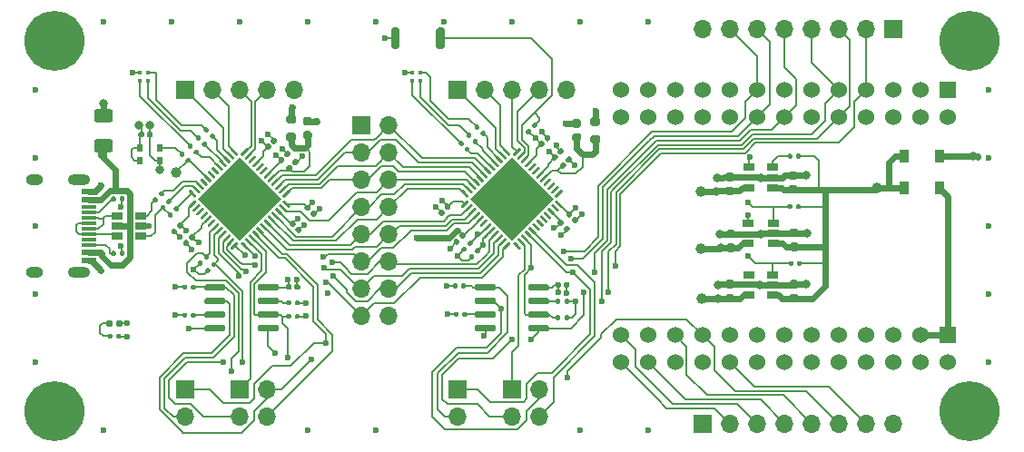
<source format=gtl>
G04 #@! TF.GenerationSoftware,KiCad,Pcbnew,(5.1.10)-1*
G04 #@! TF.CreationDate,2021-10-21T22:48:54+02:00*
G04 #@! TF.ProjectId,mta1_usb_dev,6d746131-5f75-4736-925f-6465762e6b69,rev?*
G04 #@! TF.SameCoordinates,Original*
G04 #@! TF.FileFunction,Copper,L1,Top*
G04 #@! TF.FilePolarity,Positive*
%FSLAX46Y46*%
G04 Gerber Fmt 4.6, Leading zero omitted, Abs format (unit mm)*
G04 Created by KiCad (PCBNEW (5.1.10)-1) date 2021-10-21 22:48:54*
%MOMM*%
%LPD*%
G01*
G04 APERTURE LIST*
G04 #@! TA.AperFunction,ComponentPad*
%ADD10C,1.524000*%
G04 #@! TD*
G04 #@! TA.AperFunction,ComponentPad*
%ADD11R,1.524000X1.524000*%
G04 #@! TD*
G04 #@! TA.AperFunction,ComponentPad*
%ADD12C,0.600000*%
G04 #@! TD*
G04 #@! TA.AperFunction,SMDPad,CuDef*
%ADD13C,0.100000*%
G04 #@! TD*
G04 #@! TA.AperFunction,ConnectorPad*
%ADD14C,5.600000*%
G04 #@! TD*
G04 #@! TA.AperFunction,ComponentPad*
%ADD15C,3.600000*%
G04 #@! TD*
G04 #@! TA.AperFunction,SMDPad,CuDef*
%ADD16R,1.000000X0.700000*%
G04 #@! TD*
G04 #@! TA.AperFunction,SMDPad,CuDef*
%ADD17R,0.600000X0.800000*%
G04 #@! TD*
G04 #@! TA.AperFunction,ComponentPad*
%ADD18O,1.700000X1.700000*%
G04 #@! TD*
G04 #@! TA.AperFunction,ComponentPad*
%ADD19R,1.700000X1.700000*%
G04 #@! TD*
G04 #@! TA.AperFunction,SMDPad,CuDef*
%ADD20R,1.450000X0.600000*%
G04 #@! TD*
G04 #@! TA.AperFunction,SMDPad,CuDef*
%ADD21R,1.450000X0.300000*%
G04 #@! TD*
G04 #@! TA.AperFunction,ComponentPad*
%ADD22O,2.100000X1.000000*%
G04 #@! TD*
G04 #@! TA.AperFunction,ComponentPad*
%ADD23O,1.600000X1.000000*%
G04 #@! TD*
G04 #@! TA.AperFunction,SMDPad,CuDef*
%ADD24R,0.900000X1.200000*%
G04 #@! TD*
G04 #@! TA.AperFunction,SMDPad,CuDef*
%ADD25R,1.060000X0.650000*%
G04 #@! TD*
G04 #@! TA.AperFunction,SMDPad,CuDef*
%ADD26C,1.000000*%
G04 #@! TD*
G04 #@! TA.AperFunction,SMDPad,CuDef*
%ADD27R,0.450000X0.450000*%
G04 #@! TD*
G04 #@! TA.AperFunction,ViaPad*
%ADD28C,0.600000*%
G04 #@! TD*
G04 #@! TA.AperFunction,ViaPad*
%ADD29C,0.800000*%
G04 #@! TD*
G04 #@! TA.AperFunction,Conductor*
%ADD30C,0.200000*%
G04 #@! TD*
G04 #@! TA.AperFunction,Conductor*
%ADD31C,0.600000*%
G04 #@! TD*
G04 APERTURE END LIST*
G04 #@! TA.AperFunction,SMDPad,CuDef*
G36*
G01*
X138500000Y-78200000D02*
X138500000Y-79800000D01*
G75*
G02*
X138300000Y-80000000I-200000J0D01*
G01*
X137900000Y-80000000D01*
G75*
G02*
X137700000Y-79800000I0J200000D01*
G01*
X137700000Y-78200000D01*
G75*
G02*
X137900000Y-78000000I200000J0D01*
G01*
X138300000Y-78000000D01*
G75*
G02*
X138500000Y-78200000I0J-200000D01*
G01*
G37*
G04 #@! TD.AperFunction*
G04 #@! TA.AperFunction,SMDPad,CuDef*
G36*
G01*
X134300000Y-78200000D02*
X134300000Y-79800000D01*
G75*
G02*
X134100000Y-80000000I-200000J0D01*
G01*
X133700000Y-80000000D01*
G75*
G02*
X133500000Y-79800000I0J200000D01*
G01*
X133500000Y-78200000D01*
G75*
G02*
X133700000Y-78000000I200000J0D01*
G01*
X134100000Y-78000000D01*
G75*
G02*
X134300000Y-78200000I0J-200000D01*
G01*
G37*
G04 #@! TD.AperFunction*
G04 #@! TA.AperFunction,SMDPad,CuDef*
G36*
G01*
X146280000Y-102385000D02*
X146280000Y-102085000D01*
G75*
G02*
X146430000Y-101935000I150000J0D01*
G01*
X148080000Y-101935000D01*
G75*
G02*
X148230000Y-102085000I0J-150000D01*
G01*
X148230000Y-102385000D01*
G75*
G02*
X148080000Y-102535000I-150000J0D01*
G01*
X146430000Y-102535000D01*
G75*
G02*
X146280000Y-102385000I0J150000D01*
G01*
G37*
G04 #@! TD.AperFunction*
G04 #@! TA.AperFunction,SMDPad,CuDef*
G36*
G01*
X146280000Y-103655000D02*
X146280000Y-103355000D01*
G75*
G02*
X146430000Y-103205000I150000J0D01*
G01*
X148080000Y-103205000D01*
G75*
G02*
X148230000Y-103355000I0J-150000D01*
G01*
X148230000Y-103655000D01*
G75*
G02*
X148080000Y-103805000I-150000J0D01*
G01*
X146430000Y-103805000D01*
G75*
G02*
X146280000Y-103655000I0J150000D01*
G01*
G37*
G04 #@! TD.AperFunction*
G04 #@! TA.AperFunction,SMDPad,CuDef*
G36*
G01*
X146280000Y-104925000D02*
X146280000Y-104625000D01*
G75*
G02*
X146430000Y-104475000I150000J0D01*
G01*
X148080000Y-104475000D01*
G75*
G02*
X148230000Y-104625000I0J-150000D01*
G01*
X148230000Y-104925000D01*
G75*
G02*
X148080000Y-105075000I-150000J0D01*
G01*
X146430000Y-105075000D01*
G75*
G02*
X146280000Y-104925000I0J150000D01*
G01*
G37*
G04 #@! TD.AperFunction*
G04 #@! TA.AperFunction,SMDPad,CuDef*
G36*
G01*
X146280000Y-106195000D02*
X146280000Y-105895000D01*
G75*
G02*
X146430000Y-105745000I150000J0D01*
G01*
X148080000Y-105745000D01*
G75*
G02*
X148230000Y-105895000I0J-150000D01*
G01*
X148230000Y-106195000D01*
G75*
G02*
X148080000Y-106345000I-150000J0D01*
G01*
X146430000Y-106345000D01*
G75*
G02*
X146280000Y-106195000I0J150000D01*
G01*
G37*
G04 #@! TD.AperFunction*
G04 #@! TA.AperFunction,SMDPad,CuDef*
G36*
G01*
X141330000Y-106195000D02*
X141330000Y-105895000D01*
G75*
G02*
X141480000Y-105745000I150000J0D01*
G01*
X143130000Y-105745000D01*
G75*
G02*
X143280000Y-105895000I0J-150000D01*
G01*
X143280000Y-106195000D01*
G75*
G02*
X143130000Y-106345000I-150000J0D01*
G01*
X141480000Y-106345000D01*
G75*
G02*
X141330000Y-106195000I0J150000D01*
G01*
G37*
G04 #@! TD.AperFunction*
G04 #@! TA.AperFunction,SMDPad,CuDef*
G36*
G01*
X141330000Y-104925000D02*
X141330000Y-104625000D01*
G75*
G02*
X141480000Y-104475000I150000J0D01*
G01*
X143130000Y-104475000D01*
G75*
G02*
X143280000Y-104625000I0J-150000D01*
G01*
X143280000Y-104925000D01*
G75*
G02*
X143130000Y-105075000I-150000J0D01*
G01*
X141480000Y-105075000D01*
G75*
G02*
X141330000Y-104925000I0J150000D01*
G01*
G37*
G04 #@! TD.AperFunction*
G04 #@! TA.AperFunction,SMDPad,CuDef*
G36*
G01*
X141330000Y-103655000D02*
X141330000Y-103355000D01*
G75*
G02*
X141480000Y-103205000I150000J0D01*
G01*
X143130000Y-103205000D01*
G75*
G02*
X143280000Y-103355000I0J-150000D01*
G01*
X143280000Y-103655000D01*
G75*
G02*
X143130000Y-103805000I-150000J0D01*
G01*
X141480000Y-103805000D01*
G75*
G02*
X141330000Y-103655000I0J150000D01*
G01*
G37*
G04 #@! TD.AperFunction*
G04 #@! TA.AperFunction,SMDPad,CuDef*
G36*
G01*
X141330000Y-102385000D02*
X141330000Y-102085000D01*
G75*
G02*
X141480000Y-101935000I150000J0D01*
G01*
X143130000Y-101935000D01*
G75*
G02*
X143280000Y-102085000I0J-150000D01*
G01*
X143280000Y-102385000D01*
G75*
G02*
X143130000Y-102535000I-150000J0D01*
G01*
X141480000Y-102535000D01*
G75*
G02*
X141330000Y-102385000I0J150000D01*
G01*
G37*
G04 #@! TD.AperFunction*
G04 #@! TA.AperFunction,SMDPad,CuDef*
G36*
G01*
X121060000Y-102385000D02*
X121060000Y-102085000D01*
G75*
G02*
X121210000Y-101935000I150000J0D01*
G01*
X122860000Y-101935000D01*
G75*
G02*
X123010000Y-102085000I0J-150000D01*
G01*
X123010000Y-102385000D01*
G75*
G02*
X122860000Y-102535000I-150000J0D01*
G01*
X121210000Y-102535000D01*
G75*
G02*
X121060000Y-102385000I0J150000D01*
G01*
G37*
G04 #@! TD.AperFunction*
G04 #@! TA.AperFunction,SMDPad,CuDef*
G36*
G01*
X121060000Y-103655000D02*
X121060000Y-103355000D01*
G75*
G02*
X121210000Y-103205000I150000J0D01*
G01*
X122860000Y-103205000D01*
G75*
G02*
X123010000Y-103355000I0J-150000D01*
G01*
X123010000Y-103655000D01*
G75*
G02*
X122860000Y-103805000I-150000J0D01*
G01*
X121210000Y-103805000D01*
G75*
G02*
X121060000Y-103655000I0J150000D01*
G01*
G37*
G04 #@! TD.AperFunction*
G04 #@! TA.AperFunction,SMDPad,CuDef*
G36*
G01*
X121060000Y-104925000D02*
X121060000Y-104625000D01*
G75*
G02*
X121210000Y-104475000I150000J0D01*
G01*
X122860000Y-104475000D01*
G75*
G02*
X123010000Y-104625000I0J-150000D01*
G01*
X123010000Y-104925000D01*
G75*
G02*
X122860000Y-105075000I-150000J0D01*
G01*
X121210000Y-105075000D01*
G75*
G02*
X121060000Y-104925000I0J150000D01*
G01*
G37*
G04 #@! TD.AperFunction*
G04 #@! TA.AperFunction,SMDPad,CuDef*
G36*
G01*
X121060000Y-106195000D02*
X121060000Y-105895000D01*
G75*
G02*
X121210000Y-105745000I150000J0D01*
G01*
X122860000Y-105745000D01*
G75*
G02*
X123010000Y-105895000I0J-150000D01*
G01*
X123010000Y-106195000D01*
G75*
G02*
X122860000Y-106345000I-150000J0D01*
G01*
X121210000Y-106345000D01*
G75*
G02*
X121060000Y-106195000I0J150000D01*
G01*
G37*
G04 #@! TD.AperFunction*
G04 #@! TA.AperFunction,SMDPad,CuDef*
G36*
G01*
X116110000Y-106195000D02*
X116110000Y-105895000D01*
G75*
G02*
X116260000Y-105745000I150000J0D01*
G01*
X117910000Y-105745000D01*
G75*
G02*
X118060000Y-105895000I0J-150000D01*
G01*
X118060000Y-106195000D01*
G75*
G02*
X117910000Y-106345000I-150000J0D01*
G01*
X116260000Y-106345000D01*
G75*
G02*
X116110000Y-106195000I0J150000D01*
G01*
G37*
G04 #@! TD.AperFunction*
G04 #@! TA.AperFunction,SMDPad,CuDef*
G36*
G01*
X116110000Y-104925000D02*
X116110000Y-104625000D01*
G75*
G02*
X116260000Y-104475000I150000J0D01*
G01*
X117910000Y-104475000D01*
G75*
G02*
X118060000Y-104625000I0J-150000D01*
G01*
X118060000Y-104925000D01*
G75*
G02*
X117910000Y-105075000I-150000J0D01*
G01*
X116260000Y-105075000D01*
G75*
G02*
X116110000Y-104925000I0J150000D01*
G01*
G37*
G04 #@! TD.AperFunction*
G04 #@! TA.AperFunction,SMDPad,CuDef*
G36*
G01*
X116110000Y-103655000D02*
X116110000Y-103355000D01*
G75*
G02*
X116260000Y-103205000I150000J0D01*
G01*
X117910000Y-103205000D01*
G75*
G02*
X118060000Y-103355000I0J-150000D01*
G01*
X118060000Y-103655000D01*
G75*
G02*
X117910000Y-103805000I-150000J0D01*
G01*
X116260000Y-103805000D01*
G75*
G02*
X116110000Y-103655000I0J150000D01*
G01*
G37*
G04 #@! TD.AperFunction*
G04 #@! TA.AperFunction,SMDPad,CuDef*
G36*
G01*
X116110000Y-102385000D02*
X116110000Y-102085000D01*
G75*
G02*
X116260000Y-101935000I150000J0D01*
G01*
X117910000Y-101935000D01*
G75*
G02*
X118060000Y-102085000I0J-150000D01*
G01*
X118060000Y-102385000D01*
G75*
G02*
X117910000Y-102535000I-150000J0D01*
G01*
X116260000Y-102535000D01*
G75*
G02*
X116110000Y-102385000I0J150000D01*
G01*
G37*
G04 #@! TD.AperFunction*
D10*
X185420000Y-86360000D03*
D11*
X185420000Y-83820000D03*
D10*
X154940000Y-109220000D03*
X154940000Y-106680000D03*
X157480000Y-109220000D03*
X157480000Y-106680000D03*
X160020000Y-109220000D03*
X160020000Y-106680000D03*
X162560000Y-109220000D03*
X162560000Y-106680000D03*
X165100000Y-109220000D03*
X165100000Y-106680000D03*
X167640000Y-109220000D03*
X167640000Y-106680000D03*
X170180000Y-109220000D03*
X170180000Y-106680000D03*
X172720000Y-109220000D03*
X172720000Y-106680000D03*
X175260000Y-109220000D03*
X175260000Y-106680000D03*
X177800000Y-109220000D03*
X177800000Y-106680000D03*
X180340000Y-109220000D03*
X180340000Y-106680000D03*
X182880000Y-109220000D03*
X182880000Y-106680000D03*
X185420000Y-109220000D03*
D11*
X185420000Y-106680000D03*
D10*
X154940000Y-86360000D03*
X154940000Y-83820000D03*
X157480000Y-86360000D03*
X157480000Y-83820000D03*
X160020000Y-86360000D03*
X160020000Y-83820000D03*
X162560000Y-86360000D03*
X162560000Y-83820000D03*
X165100000Y-86360000D03*
X165100000Y-83820000D03*
X167640000Y-86360000D03*
X167640000Y-83820000D03*
X170180000Y-86360000D03*
X170180000Y-83820000D03*
X172720000Y-86360000D03*
X172720000Y-83820000D03*
X175260000Y-86360000D03*
X175260000Y-83820000D03*
X177800000Y-86360000D03*
X177800000Y-83820000D03*
X180340000Y-86360000D03*
X180340000Y-83820000D03*
X182880000Y-86360000D03*
X182880000Y-83820000D03*
D12*
X119380000Y-93980000D03*
X119380000Y-91824739D03*
X121535261Y-93980000D03*
X119380000Y-96135261D03*
X117224739Y-93980000D03*
G04 #@! TA.AperFunction,SMDPad,CuDef*
D13*
G36*
X119380000Y-97869087D02*
G01*
X115490913Y-93980000D01*
X119380000Y-90090913D01*
X123269087Y-93980000D01*
X119380000Y-97869087D01*
G37*
G04 #@! TD.AperFunction*
G04 #@! TA.AperFunction,SMDPad,CuDef*
G36*
G01*
X115181554Y-93847417D02*
X114651224Y-93317087D01*
G75*
G02*
X114651224Y-93228699I44194J44194D01*
G01*
X114739612Y-93140311D01*
G75*
G02*
X114828000Y-93140311I44194J-44194D01*
G01*
X115358330Y-93670641D01*
G75*
G02*
X115358330Y-93759029I-44194J-44194D01*
G01*
X115269942Y-93847417D01*
G75*
G02*
X115181554Y-93847417I-44194J44194D01*
G01*
G37*
G04 #@! TD.AperFunction*
G04 #@! TA.AperFunction,SMDPad,CuDef*
G36*
G01*
X115535107Y-93493864D02*
X115004777Y-92963534D01*
G75*
G02*
X115004777Y-92875146I44194J44194D01*
G01*
X115093165Y-92786758D01*
G75*
G02*
X115181553Y-92786758I44194J-44194D01*
G01*
X115711883Y-93317088D01*
G75*
G02*
X115711883Y-93405476I-44194J-44194D01*
G01*
X115623495Y-93493864D01*
G75*
G02*
X115535107Y-93493864I-44194J44194D01*
G01*
G37*
G04 #@! TD.AperFunction*
G04 #@! TA.AperFunction,SMDPad,CuDef*
G36*
G01*
X115888661Y-93140310D02*
X115358331Y-92609980D01*
G75*
G02*
X115358331Y-92521592I44194J44194D01*
G01*
X115446719Y-92433204D01*
G75*
G02*
X115535107Y-92433204I44194J-44194D01*
G01*
X116065437Y-92963534D01*
G75*
G02*
X116065437Y-93051922I-44194J-44194D01*
G01*
X115977049Y-93140310D01*
G75*
G02*
X115888661Y-93140310I-44194J44194D01*
G01*
G37*
G04 #@! TD.AperFunction*
G04 #@! TA.AperFunction,SMDPad,CuDef*
G36*
G01*
X116242214Y-92786757D02*
X115711884Y-92256427D01*
G75*
G02*
X115711884Y-92168039I44194J44194D01*
G01*
X115800272Y-92079651D01*
G75*
G02*
X115888660Y-92079651I44194J-44194D01*
G01*
X116418990Y-92609981D01*
G75*
G02*
X116418990Y-92698369I-44194J-44194D01*
G01*
X116330602Y-92786757D01*
G75*
G02*
X116242214Y-92786757I-44194J44194D01*
G01*
G37*
G04 #@! TD.AperFunction*
G04 #@! TA.AperFunction,SMDPad,CuDef*
G36*
G01*
X116595767Y-92433204D02*
X116065437Y-91902874D01*
G75*
G02*
X116065437Y-91814486I44194J44194D01*
G01*
X116153825Y-91726098D01*
G75*
G02*
X116242213Y-91726098I44194J-44194D01*
G01*
X116772543Y-92256428D01*
G75*
G02*
X116772543Y-92344816I-44194J-44194D01*
G01*
X116684155Y-92433204D01*
G75*
G02*
X116595767Y-92433204I-44194J44194D01*
G01*
G37*
G04 #@! TD.AperFunction*
G04 #@! TA.AperFunction,SMDPad,CuDef*
G36*
G01*
X116949321Y-92079650D02*
X116418991Y-91549320D01*
G75*
G02*
X116418991Y-91460932I44194J44194D01*
G01*
X116507379Y-91372544D01*
G75*
G02*
X116595767Y-91372544I44194J-44194D01*
G01*
X117126097Y-91902874D01*
G75*
G02*
X117126097Y-91991262I-44194J-44194D01*
G01*
X117037709Y-92079650D01*
G75*
G02*
X116949321Y-92079650I-44194J44194D01*
G01*
G37*
G04 #@! TD.AperFunction*
G04 #@! TA.AperFunction,SMDPad,CuDef*
G36*
G01*
X117302874Y-91726097D02*
X116772544Y-91195767D01*
G75*
G02*
X116772544Y-91107379I44194J44194D01*
G01*
X116860932Y-91018991D01*
G75*
G02*
X116949320Y-91018991I44194J-44194D01*
G01*
X117479650Y-91549321D01*
G75*
G02*
X117479650Y-91637709I-44194J-44194D01*
G01*
X117391262Y-91726097D01*
G75*
G02*
X117302874Y-91726097I-44194J44194D01*
G01*
G37*
G04 #@! TD.AperFunction*
G04 #@! TA.AperFunction,SMDPad,CuDef*
G36*
G01*
X117656428Y-91372543D02*
X117126098Y-90842213D01*
G75*
G02*
X117126098Y-90753825I44194J44194D01*
G01*
X117214486Y-90665437D01*
G75*
G02*
X117302874Y-90665437I44194J-44194D01*
G01*
X117833204Y-91195767D01*
G75*
G02*
X117833204Y-91284155I-44194J-44194D01*
G01*
X117744816Y-91372543D01*
G75*
G02*
X117656428Y-91372543I-44194J44194D01*
G01*
G37*
G04 #@! TD.AperFunction*
G04 #@! TA.AperFunction,SMDPad,CuDef*
G36*
G01*
X118009981Y-91018990D02*
X117479651Y-90488660D01*
G75*
G02*
X117479651Y-90400272I44194J44194D01*
G01*
X117568039Y-90311884D01*
G75*
G02*
X117656427Y-90311884I44194J-44194D01*
G01*
X118186757Y-90842214D01*
G75*
G02*
X118186757Y-90930602I-44194J-44194D01*
G01*
X118098369Y-91018990D01*
G75*
G02*
X118009981Y-91018990I-44194J44194D01*
G01*
G37*
G04 #@! TD.AperFunction*
G04 #@! TA.AperFunction,SMDPad,CuDef*
G36*
G01*
X118363534Y-90665437D02*
X117833204Y-90135107D01*
G75*
G02*
X117833204Y-90046719I44194J44194D01*
G01*
X117921592Y-89958331D01*
G75*
G02*
X118009980Y-89958331I44194J-44194D01*
G01*
X118540310Y-90488661D01*
G75*
G02*
X118540310Y-90577049I-44194J-44194D01*
G01*
X118451922Y-90665437D01*
G75*
G02*
X118363534Y-90665437I-44194J44194D01*
G01*
G37*
G04 #@! TD.AperFunction*
G04 #@! TA.AperFunction,SMDPad,CuDef*
G36*
G01*
X118717088Y-90311883D02*
X118186758Y-89781553D01*
G75*
G02*
X118186758Y-89693165I44194J44194D01*
G01*
X118275146Y-89604777D01*
G75*
G02*
X118363534Y-89604777I44194J-44194D01*
G01*
X118893864Y-90135107D01*
G75*
G02*
X118893864Y-90223495I-44194J-44194D01*
G01*
X118805476Y-90311883D01*
G75*
G02*
X118717088Y-90311883I-44194J44194D01*
G01*
G37*
G04 #@! TD.AperFunction*
G04 #@! TA.AperFunction,SMDPad,CuDef*
G36*
G01*
X119070641Y-89958330D02*
X118540311Y-89428000D01*
G75*
G02*
X118540311Y-89339612I44194J44194D01*
G01*
X118628699Y-89251224D01*
G75*
G02*
X118717087Y-89251224I44194J-44194D01*
G01*
X119247417Y-89781554D01*
G75*
G02*
X119247417Y-89869942I-44194J-44194D01*
G01*
X119159029Y-89958330D01*
G75*
G02*
X119070641Y-89958330I-44194J44194D01*
G01*
G37*
G04 #@! TD.AperFunction*
G04 #@! TA.AperFunction,SMDPad,CuDef*
G36*
G01*
X119600971Y-89958330D02*
X119512583Y-89869942D01*
G75*
G02*
X119512583Y-89781554I44194J44194D01*
G01*
X120042913Y-89251224D01*
G75*
G02*
X120131301Y-89251224I44194J-44194D01*
G01*
X120219689Y-89339612D01*
G75*
G02*
X120219689Y-89428000I-44194J-44194D01*
G01*
X119689359Y-89958330D01*
G75*
G02*
X119600971Y-89958330I-44194J44194D01*
G01*
G37*
G04 #@! TD.AperFunction*
G04 #@! TA.AperFunction,SMDPad,CuDef*
G36*
G01*
X119954524Y-90311883D02*
X119866136Y-90223495D01*
G75*
G02*
X119866136Y-90135107I44194J44194D01*
G01*
X120396466Y-89604777D01*
G75*
G02*
X120484854Y-89604777I44194J-44194D01*
G01*
X120573242Y-89693165D01*
G75*
G02*
X120573242Y-89781553I-44194J-44194D01*
G01*
X120042912Y-90311883D01*
G75*
G02*
X119954524Y-90311883I-44194J44194D01*
G01*
G37*
G04 #@! TD.AperFunction*
G04 #@! TA.AperFunction,SMDPad,CuDef*
G36*
G01*
X120308078Y-90665437D02*
X120219690Y-90577049D01*
G75*
G02*
X120219690Y-90488661I44194J44194D01*
G01*
X120750020Y-89958331D01*
G75*
G02*
X120838408Y-89958331I44194J-44194D01*
G01*
X120926796Y-90046719D01*
G75*
G02*
X120926796Y-90135107I-44194J-44194D01*
G01*
X120396466Y-90665437D01*
G75*
G02*
X120308078Y-90665437I-44194J44194D01*
G01*
G37*
G04 #@! TD.AperFunction*
G04 #@! TA.AperFunction,SMDPad,CuDef*
G36*
G01*
X120661631Y-91018990D02*
X120573243Y-90930602D01*
G75*
G02*
X120573243Y-90842214I44194J44194D01*
G01*
X121103573Y-90311884D01*
G75*
G02*
X121191961Y-90311884I44194J-44194D01*
G01*
X121280349Y-90400272D01*
G75*
G02*
X121280349Y-90488660I-44194J-44194D01*
G01*
X120750019Y-91018990D01*
G75*
G02*
X120661631Y-91018990I-44194J44194D01*
G01*
G37*
G04 #@! TD.AperFunction*
G04 #@! TA.AperFunction,SMDPad,CuDef*
G36*
G01*
X121015184Y-91372543D02*
X120926796Y-91284155D01*
G75*
G02*
X120926796Y-91195767I44194J44194D01*
G01*
X121457126Y-90665437D01*
G75*
G02*
X121545514Y-90665437I44194J-44194D01*
G01*
X121633902Y-90753825D01*
G75*
G02*
X121633902Y-90842213I-44194J-44194D01*
G01*
X121103572Y-91372543D01*
G75*
G02*
X121015184Y-91372543I-44194J44194D01*
G01*
G37*
G04 #@! TD.AperFunction*
G04 #@! TA.AperFunction,SMDPad,CuDef*
G36*
G01*
X121368738Y-91726097D02*
X121280350Y-91637709D01*
G75*
G02*
X121280350Y-91549321I44194J44194D01*
G01*
X121810680Y-91018991D01*
G75*
G02*
X121899068Y-91018991I44194J-44194D01*
G01*
X121987456Y-91107379D01*
G75*
G02*
X121987456Y-91195767I-44194J-44194D01*
G01*
X121457126Y-91726097D01*
G75*
G02*
X121368738Y-91726097I-44194J44194D01*
G01*
G37*
G04 #@! TD.AperFunction*
G04 #@! TA.AperFunction,SMDPad,CuDef*
G36*
G01*
X121722291Y-92079650D02*
X121633903Y-91991262D01*
G75*
G02*
X121633903Y-91902874I44194J44194D01*
G01*
X122164233Y-91372544D01*
G75*
G02*
X122252621Y-91372544I44194J-44194D01*
G01*
X122341009Y-91460932D01*
G75*
G02*
X122341009Y-91549320I-44194J-44194D01*
G01*
X121810679Y-92079650D01*
G75*
G02*
X121722291Y-92079650I-44194J44194D01*
G01*
G37*
G04 #@! TD.AperFunction*
G04 #@! TA.AperFunction,SMDPad,CuDef*
G36*
G01*
X122075845Y-92433204D02*
X121987457Y-92344816D01*
G75*
G02*
X121987457Y-92256428I44194J44194D01*
G01*
X122517787Y-91726098D01*
G75*
G02*
X122606175Y-91726098I44194J-44194D01*
G01*
X122694563Y-91814486D01*
G75*
G02*
X122694563Y-91902874I-44194J-44194D01*
G01*
X122164233Y-92433204D01*
G75*
G02*
X122075845Y-92433204I-44194J44194D01*
G01*
G37*
G04 #@! TD.AperFunction*
G04 #@! TA.AperFunction,SMDPad,CuDef*
G36*
G01*
X122429398Y-92786757D02*
X122341010Y-92698369D01*
G75*
G02*
X122341010Y-92609981I44194J44194D01*
G01*
X122871340Y-92079651D01*
G75*
G02*
X122959728Y-92079651I44194J-44194D01*
G01*
X123048116Y-92168039D01*
G75*
G02*
X123048116Y-92256427I-44194J-44194D01*
G01*
X122517786Y-92786757D01*
G75*
G02*
X122429398Y-92786757I-44194J44194D01*
G01*
G37*
G04 #@! TD.AperFunction*
G04 #@! TA.AperFunction,SMDPad,CuDef*
G36*
G01*
X122782951Y-93140310D02*
X122694563Y-93051922D01*
G75*
G02*
X122694563Y-92963534I44194J44194D01*
G01*
X123224893Y-92433204D01*
G75*
G02*
X123313281Y-92433204I44194J-44194D01*
G01*
X123401669Y-92521592D01*
G75*
G02*
X123401669Y-92609980I-44194J-44194D01*
G01*
X122871339Y-93140310D01*
G75*
G02*
X122782951Y-93140310I-44194J44194D01*
G01*
G37*
G04 #@! TD.AperFunction*
G04 #@! TA.AperFunction,SMDPad,CuDef*
G36*
G01*
X123136505Y-93493864D02*
X123048117Y-93405476D01*
G75*
G02*
X123048117Y-93317088I44194J44194D01*
G01*
X123578447Y-92786758D01*
G75*
G02*
X123666835Y-92786758I44194J-44194D01*
G01*
X123755223Y-92875146D01*
G75*
G02*
X123755223Y-92963534I-44194J-44194D01*
G01*
X123224893Y-93493864D01*
G75*
G02*
X123136505Y-93493864I-44194J44194D01*
G01*
G37*
G04 #@! TD.AperFunction*
G04 #@! TA.AperFunction,SMDPad,CuDef*
G36*
G01*
X123490058Y-93847417D02*
X123401670Y-93759029D01*
G75*
G02*
X123401670Y-93670641I44194J44194D01*
G01*
X123932000Y-93140311D01*
G75*
G02*
X124020388Y-93140311I44194J-44194D01*
G01*
X124108776Y-93228699D01*
G75*
G02*
X124108776Y-93317087I-44194J-44194D01*
G01*
X123578446Y-93847417D01*
G75*
G02*
X123490058Y-93847417I-44194J44194D01*
G01*
G37*
G04 #@! TD.AperFunction*
G04 #@! TA.AperFunction,SMDPad,CuDef*
G36*
G01*
X123932000Y-94819689D02*
X123401670Y-94289359D01*
G75*
G02*
X123401670Y-94200971I44194J44194D01*
G01*
X123490058Y-94112583D01*
G75*
G02*
X123578446Y-94112583I44194J-44194D01*
G01*
X124108776Y-94642913D01*
G75*
G02*
X124108776Y-94731301I-44194J-44194D01*
G01*
X124020388Y-94819689D01*
G75*
G02*
X123932000Y-94819689I-44194J44194D01*
G01*
G37*
G04 #@! TD.AperFunction*
G04 #@! TA.AperFunction,SMDPad,CuDef*
G36*
G01*
X123578447Y-95173242D02*
X123048117Y-94642912D01*
G75*
G02*
X123048117Y-94554524I44194J44194D01*
G01*
X123136505Y-94466136D01*
G75*
G02*
X123224893Y-94466136I44194J-44194D01*
G01*
X123755223Y-94996466D01*
G75*
G02*
X123755223Y-95084854I-44194J-44194D01*
G01*
X123666835Y-95173242D01*
G75*
G02*
X123578447Y-95173242I-44194J44194D01*
G01*
G37*
G04 #@! TD.AperFunction*
G04 #@! TA.AperFunction,SMDPad,CuDef*
G36*
G01*
X123224893Y-95526796D02*
X122694563Y-94996466D01*
G75*
G02*
X122694563Y-94908078I44194J44194D01*
G01*
X122782951Y-94819690D01*
G75*
G02*
X122871339Y-94819690I44194J-44194D01*
G01*
X123401669Y-95350020D01*
G75*
G02*
X123401669Y-95438408I-44194J-44194D01*
G01*
X123313281Y-95526796D01*
G75*
G02*
X123224893Y-95526796I-44194J44194D01*
G01*
G37*
G04 #@! TD.AperFunction*
G04 #@! TA.AperFunction,SMDPad,CuDef*
G36*
G01*
X122871340Y-95880349D02*
X122341010Y-95350019D01*
G75*
G02*
X122341010Y-95261631I44194J44194D01*
G01*
X122429398Y-95173243D01*
G75*
G02*
X122517786Y-95173243I44194J-44194D01*
G01*
X123048116Y-95703573D01*
G75*
G02*
X123048116Y-95791961I-44194J-44194D01*
G01*
X122959728Y-95880349D01*
G75*
G02*
X122871340Y-95880349I-44194J44194D01*
G01*
G37*
G04 #@! TD.AperFunction*
G04 #@! TA.AperFunction,SMDPad,CuDef*
G36*
G01*
X122517787Y-96233902D02*
X121987457Y-95703572D01*
G75*
G02*
X121987457Y-95615184I44194J44194D01*
G01*
X122075845Y-95526796D01*
G75*
G02*
X122164233Y-95526796I44194J-44194D01*
G01*
X122694563Y-96057126D01*
G75*
G02*
X122694563Y-96145514I-44194J-44194D01*
G01*
X122606175Y-96233902D01*
G75*
G02*
X122517787Y-96233902I-44194J44194D01*
G01*
G37*
G04 #@! TD.AperFunction*
G04 #@! TA.AperFunction,SMDPad,CuDef*
G36*
G01*
X122164233Y-96587456D02*
X121633903Y-96057126D01*
G75*
G02*
X121633903Y-95968738I44194J44194D01*
G01*
X121722291Y-95880350D01*
G75*
G02*
X121810679Y-95880350I44194J-44194D01*
G01*
X122341009Y-96410680D01*
G75*
G02*
X122341009Y-96499068I-44194J-44194D01*
G01*
X122252621Y-96587456D01*
G75*
G02*
X122164233Y-96587456I-44194J44194D01*
G01*
G37*
G04 #@! TD.AperFunction*
G04 #@! TA.AperFunction,SMDPad,CuDef*
G36*
G01*
X121810680Y-96941009D02*
X121280350Y-96410679D01*
G75*
G02*
X121280350Y-96322291I44194J44194D01*
G01*
X121368738Y-96233903D01*
G75*
G02*
X121457126Y-96233903I44194J-44194D01*
G01*
X121987456Y-96764233D01*
G75*
G02*
X121987456Y-96852621I-44194J-44194D01*
G01*
X121899068Y-96941009D01*
G75*
G02*
X121810680Y-96941009I-44194J44194D01*
G01*
G37*
G04 #@! TD.AperFunction*
G04 #@! TA.AperFunction,SMDPad,CuDef*
G36*
G01*
X121457126Y-97294563D02*
X120926796Y-96764233D01*
G75*
G02*
X120926796Y-96675845I44194J44194D01*
G01*
X121015184Y-96587457D01*
G75*
G02*
X121103572Y-96587457I44194J-44194D01*
G01*
X121633902Y-97117787D01*
G75*
G02*
X121633902Y-97206175I-44194J-44194D01*
G01*
X121545514Y-97294563D01*
G75*
G02*
X121457126Y-97294563I-44194J44194D01*
G01*
G37*
G04 #@! TD.AperFunction*
G04 #@! TA.AperFunction,SMDPad,CuDef*
G36*
G01*
X121103573Y-97648116D02*
X120573243Y-97117786D01*
G75*
G02*
X120573243Y-97029398I44194J44194D01*
G01*
X120661631Y-96941010D01*
G75*
G02*
X120750019Y-96941010I44194J-44194D01*
G01*
X121280349Y-97471340D01*
G75*
G02*
X121280349Y-97559728I-44194J-44194D01*
G01*
X121191961Y-97648116D01*
G75*
G02*
X121103573Y-97648116I-44194J44194D01*
G01*
G37*
G04 #@! TD.AperFunction*
G04 #@! TA.AperFunction,SMDPad,CuDef*
G36*
G01*
X120750020Y-98001669D02*
X120219690Y-97471339D01*
G75*
G02*
X120219690Y-97382951I44194J44194D01*
G01*
X120308078Y-97294563D01*
G75*
G02*
X120396466Y-97294563I44194J-44194D01*
G01*
X120926796Y-97824893D01*
G75*
G02*
X120926796Y-97913281I-44194J-44194D01*
G01*
X120838408Y-98001669D01*
G75*
G02*
X120750020Y-98001669I-44194J44194D01*
G01*
G37*
G04 #@! TD.AperFunction*
G04 #@! TA.AperFunction,SMDPad,CuDef*
G36*
G01*
X120396466Y-98355223D02*
X119866136Y-97824893D01*
G75*
G02*
X119866136Y-97736505I44194J44194D01*
G01*
X119954524Y-97648117D01*
G75*
G02*
X120042912Y-97648117I44194J-44194D01*
G01*
X120573242Y-98178447D01*
G75*
G02*
X120573242Y-98266835I-44194J-44194D01*
G01*
X120484854Y-98355223D01*
G75*
G02*
X120396466Y-98355223I-44194J44194D01*
G01*
G37*
G04 #@! TD.AperFunction*
G04 #@! TA.AperFunction,SMDPad,CuDef*
G36*
G01*
X120042913Y-98708776D02*
X119512583Y-98178446D01*
G75*
G02*
X119512583Y-98090058I44194J44194D01*
G01*
X119600971Y-98001670D01*
G75*
G02*
X119689359Y-98001670I44194J-44194D01*
G01*
X120219689Y-98532000D01*
G75*
G02*
X120219689Y-98620388I-44194J-44194D01*
G01*
X120131301Y-98708776D01*
G75*
G02*
X120042913Y-98708776I-44194J44194D01*
G01*
G37*
G04 #@! TD.AperFunction*
G04 #@! TA.AperFunction,SMDPad,CuDef*
G36*
G01*
X118628699Y-98708776D02*
X118540311Y-98620388D01*
G75*
G02*
X118540311Y-98532000I44194J44194D01*
G01*
X119070641Y-98001670D01*
G75*
G02*
X119159029Y-98001670I44194J-44194D01*
G01*
X119247417Y-98090058D01*
G75*
G02*
X119247417Y-98178446I-44194J-44194D01*
G01*
X118717087Y-98708776D01*
G75*
G02*
X118628699Y-98708776I-44194J44194D01*
G01*
G37*
G04 #@! TD.AperFunction*
G04 #@! TA.AperFunction,SMDPad,CuDef*
G36*
G01*
X118275146Y-98355223D02*
X118186758Y-98266835D01*
G75*
G02*
X118186758Y-98178447I44194J44194D01*
G01*
X118717088Y-97648117D01*
G75*
G02*
X118805476Y-97648117I44194J-44194D01*
G01*
X118893864Y-97736505D01*
G75*
G02*
X118893864Y-97824893I-44194J-44194D01*
G01*
X118363534Y-98355223D01*
G75*
G02*
X118275146Y-98355223I-44194J44194D01*
G01*
G37*
G04 #@! TD.AperFunction*
G04 #@! TA.AperFunction,SMDPad,CuDef*
G36*
G01*
X117921592Y-98001669D02*
X117833204Y-97913281D01*
G75*
G02*
X117833204Y-97824893I44194J44194D01*
G01*
X118363534Y-97294563D01*
G75*
G02*
X118451922Y-97294563I44194J-44194D01*
G01*
X118540310Y-97382951D01*
G75*
G02*
X118540310Y-97471339I-44194J-44194D01*
G01*
X118009980Y-98001669D01*
G75*
G02*
X117921592Y-98001669I-44194J44194D01*
G01*
G37*
G04 #@! TD.AperFunction*
G04 #@! TA.AperFunction,SMDPad,CuDef*
G36*
G01*
X117568039Y-97648116D02*
X117479651Y-97559728D01*
G75*
G02*
X117479651Y-97471340I44194J44194D01*
G01*
X118009981Y-96941010D01*
G75*
G02*
X118098369Y-96941010I44194J-44194D01*
G01*
X118186757Y-97029398D01*
G75*
G02*
X118186757Y-97117786I-44194J-44194D01*
G01*
X117656427Y-97648116D01*
G75*
G02*
X117568039Y-97648116I-44194J44194D01*
G01*
G37*
G04 #@! TD.AperFunction*
G04 #@! TA.AperFunction,SMDPad,CuDef*
G36*
G01*
X117214486Y-97294563D02*
X117126098Y-97206175D01*
G75*
G02*
X117126098Y-97117787I44194J44194D01*
G01*
X117656428Y-96587457D01*
G75*
G02*
X117744816Y-96587457I44194J-44194D01*
G01*
X117833204Y-96675845D01*
G75*
G02*
X117833204Y-96764233I-44194J-44194D01*
G01*
X117302874Y-97294563D01*
G75*
G02*
X117214486Y-97294563I-44194J44194D01*
G01*
G37*
G04 #@! TD.AperFunction*
G04 #@! TA.AperFunction,SMDPad,CuDef*
G36*
G01*
X116860932Y-96941009D02*
X116772544Y-96852621D01*
G75*
G02*
X116772544Y-96764233I44194J44194D01*
G01*
X117302874Y-96233903D01*
G75*
G02*
X117391262Y-96233903I44194J-44194D01*
G01*
X117479650Y-96322291D01*
G75*
G02*
X117479650Y-96410679I-44194J-44194D01*
G01*
X116949320Y-96941009D01*
G75*
G02*
X116860932Y-96941009I-44194J44194D01*
G01*
G37*
G04 #@! TD.AperFunction*
G04 #@! TA.AperFunction,SMDPad,CuDef*
G36*
G01*
X116507379Y-96587456D02*
X116418991Y-96499068D01*
G75*
G02*
X116418991Y-96410680I44194J44194D01*
G01*
X116949321Y-95880350D01*
G75*
G02*
X117037709Y-95880350I44194J-44194D01*
G01*
X117126097Y-95968738D01*
G75*
G02*
X117126097Y-96057126I-44194J-44194D01*
G01*
X116595767Y-96587456D01*
G75*
G02*
X116507379Y-96587456I-44194J44194D01*
G01*
G37*
G04 #@! TD.AperFunction*
G04 #@! TA.AperFunction,SMDPad,CuDef*
G36*
G01*
X116153825Y-96233902D02*
X116065437Y-96145514D01*
G75*
G02*
X116065437Y-96057126I44194J44194D01*
G01*
X116595767Y-95526796D01*
G75*
G02*
X116684155Y-95526796I44194J-44194D01*
G01*
X116772543Y-95615184D01*
G75*
G02*
X116772543Y-95703572I-44194J-44194D01*
G01*
X116242213Y-96233902D01*
G75*
G02*
X116153825Y-96233902I-44194J44194D01*
G01*
G37*
G04 #@! TD.AperFunction*
G04 #@! TA.AperFunction,SMDPad,CuDef*
G36*
G01*
X115800272Y-95880349D02*
X115711884Y-95791961D01*
G75*
G02*
X115711884Y-95703573I44194J44194D01*
G01*
X116242214Y-95173243D01*
G75*
G02*
X116330602Y-95173243I44194J-44194D01*
G01*
X116418990Y-95261631D01*
G75*
G02*
X116418990Y-95350019I-44194J-44194D01*
G01*
X115888660Y-95880349D01*
G75*
G02*
X115800272Y-95880349I-44194J44194D01*
G01*
G37*
G04 #@! TD.AperFunction*
G04 #@! TA.AperFunction,SMDPad,CuDef*
G36*
G01*
X115446719Y-95526796D02*
X115358331Y-95438408D01*
G75*
G02*
X115358331Y-95350020I44194J44194D01*
G01*
X115888661Y-94819690D01*
G75*
G02*
X115977049Y-94819690I44194J-44194D01*
G01*
X116065437Y-94908078D01*
G75*
G02*
X116065437Y-94996466I-44194J-44194D01*
G01*
X115535107Y-95526796D01*
G75*
G02*
X115446719Y-95526796I-44194J44194D01*
G01*
G37*
G04 #@! TD.AperFunction*
G04 #@! TA.AperFunction,SMDPad,CuDef*
G36*
G01*
X115093165Y-95173242D02*
X115004777Y-95084854D01*
G75*
G02*
X115004777Y-94996466I44194J44194D01*
G01*
X115535107Y-94466136D01*
G75*
G02*
X115623495Y-94466136I44194J-44194D01*
G01*
X115711883Y-94554524D01*
G75*
G02*
X115711883Y-94642912I-44194J-44194D01*
G01*
X115181553Y-95173242D01*
G75*
G02*
X115093165Y-95173242I-44194J44194D01*
G01*
G37*
G04 #@! TD.AperFunction*
G04 #@! TA.AperFunction,SMDPad,CuDef*
G36*
G01*
X114739612Y-94819689D02*
X114651224Y-94731301D01*
G75*
G02*
X114651224Y-94642913I44194J44194D01*
G01*
X115181554Y-94112583D01*
G75*
G02*
X115269942Y-94112583I44194J-44194D01*
G01*
X115358330Y-94200971D01*
G75*
G02*
X115358330Y-94289359I-44194J-44194D01*
G01*
X114828000Y-94819689D01*
G75*
G02*
X114739612Y-94819689I-44194J44194D01*
G01*
G37*
G04 #@! TD.AperFunction*
D12*
X144780000Y-93980000D03*
X144780000Y-91824739D03*
X146935261Y-93980000D03*
X144780000Y-96135261D03*
X142624739Y-93980000D03*
G04 #@! TA.AperFunction,SMDPad,CuDef*
D13*
G36*
X144780000Y-97869087D02*
G01*
X140890913Y-93980000D01*
X144780000Y-90090913D01*
X148669087Y-93980000D01*
X144780000Y-97869087D01*
G37*
G04 #@! TD.AperFunction*
G04 #@! TA.AperFunction,SMDPad,CuDef*
G36*
G01*
X140581554Y-93847417D02*
X140051224Y-93317087D01*
G75*
G02*
X140051224Y-93228699I44194J44194D01*
G01*
X140139612Y-93140311D01*
G75*
G02*
X140228000Y-93140311I44194J-44194D01*
G01*
X140758330Y-93670641D01*
G75*
G02*
X140758330Y-93759029I-44194J-44194D01*
G01*
X140669942Y-93847417D01*
G75*
G02*
X140581554Y-93847417I-44194J44194D01*
G01*
G37*
G04 #@! TD.AperFunction*
G04 #@! TA.AperFunction,SMDPad,CuDef*
G36*
G01*
X140935107Y-93493864D02*
X140404777Y-92963534D01*
G75*
G02*
X140404777Y-92875146I44194J44194D01*
G01*
X140493165Y-92786758D01*
G75*
G02*
X140581553Y-92786758I44194J-44194D01*
G01*
X141111883Y-93317088D01*
G75*
G02*
X141111883Y-93405476I-44194J-44194D01*
G01*
X141023495Y-93493864D01*
G75*
G02*
X140935107Y-93493864I-44194J44194D01*
G01*
G37*
G04 #@! TD.AperFunction*
G04 #@! TA.AperFunction,SMDPad,CuDef*
G36*
G01*
X141288661Y-93140310D02*
X140758331Y-92609980D01*
G75*
G02*
X140758331Y-92521592I44194J44194D01*
G01*
X140846719Y-92433204D01*
G75*
G02*
X140935107Y-92433204I44194J-44194D01*
G01*
X141465437Y-92963534D01*
G75*
G02*
X141465437Y-93051922I-44194J-44194D01*
G01*
X141377049Y-93140310D01*
G75*
G02*
X141288661Y-93140310I-44194J44194D01*
G01*
G37*
G04 #@! TD.AperFunction*
G04 #@! TA.AperFunction,SMDPad,CuDef*
G36*
G01*
X141642214Y-92786757D02*
X141111884Y-92256427D01*
G75*
G02*
X141111884Y-92168039I44194J44194D01*
G01*
X141200272Y-92079651D01*
G75*
G02*
X141288660Y-92079651I44194J-44194D01*
G01*
X141818990Y-92609981D01*
G75*
G02*
X141818990Y-92698369I-44194J-44194D01*
G01*
X141730602Y-92786757D01*
G75*
G02*
X141642214Y-92786757I-44194J44194D01*
G01*
G37*
G04 #@! TD.AperFunction*
G04 #@! TA.AperFunction,SMDPad,CuDef*
G36*
G01*
X141995767Y-92433204D02*
X141465437Y-91902874D01*
G75*
G02*
X141465437Y-91814486I44194J44194D01*
G01*
X141553825Y-91726098D01*
G75*
G02*
X141642213Y-91726098I44194J-44194D01*
G01*
X142172543Y-92256428D01*
G75*
G02*
X142172543Y-92344816I-44194J-44194D01*
G01*
X142084155Y-92433204D01*
G75*
G02*
X141995767Y-92433204I-44194J44194D01*
G01*
G37*
G04 #@! TD.AperFunction*
G04 #@! TA.AperFunction,SMDPad,CuDef*
G36*
G01*
X142349321Y-92079650D02*
X141818991Y-91549320D01*
G75*
G02*
X141818991Y-91460932I44194J44194D01*
G01*
X141907379Y-91372544D01*
G75*
G02*
X141995767Y-91372544I44194J-44194D01*
G01*
X142526097Y-91902874D01*
G75*
G02*
X142526097Y-91991262I-44194J-44194D01*
G01*
X142437709Y-92079650D01*
G75*
G02*
X142349321Y-92079650I-44194J44194D01*
G01*
G37*
G04 #@! TD.AperFunction*
G04 #@! TA.AperFunction,SMDPad,CuDef*
G36*
G01*
X142702874Y-91726097D02*
X142172544Y-91195767D01*
G75*
G02*
X142172544Y-91107379I44194J44194D01*
G01*
X142260932Y-91018991D01*
G75*
G02*
X142349320Y-91018991I44194J-44194D01*
G01*
X142879650Y-91549321D01*
G75*
G02*
X142879650Y-91637709I-44194J-44194D01*
G01*
X142791262Y-91726097D01*
G75*
G02*
X142702874Y-91726097I-44194J44194D01*
G01*
G37*
G04 #@! TD.AperFunction*
G04 #@! TA.AperFunction,SMDPad,CuDef*
G36*
G01*
X143056428Y-91372543D02*
X142526098Y-90842213D01*
G75*
G02*
X142526098Y-90753825I44194J44194D01*
G01*
X142614486Y-90665437D01*
G75*
G02*
X142702874Y-90665437I44194J-44194D01*
G01*
X143233204Y-91195767D01*
G75*
G02*
X143233204Y-91284155I-44194J-44194D01*
G01*
X143144816Y-91372543D01*
G75*
G02*
X143056428Y-91372543I-44194J44194D01*
G01*
G37*
G04 #@! TD.AperFunction*
G04 #@! TA.AperFunction,SMDPad,CuDef*
G36*
G01*
X143409981Y-91018990D02*
X142879651Y-90488660D01*
G75*
G02*
X142879651Y-90400272I44194J44194D01*
G01*
X142968039Y-90311884D01*
G75*
G02*
X143056427Y-90311884I44194J-44194D01*
G01*
X143586757Y-90842214D01*
G75*
G02*
X143586757Y-90930602I-44194J-44194D01*
G01*
X143498369Y-91018990D01*
G75*
G02*
X143409981Y-91018990I-44194J44194D01*
G01*
G37*
G04 #@! TD.AperFunction*
G04 #@! TA.AperFunction,SMDPad,CuDef*
G36*
G01*
X143763534Y-90665437D02*
X143233204Y-90135107D01*
G75*
G02*
X143233204Y-90046719I44194J44194D01*
G01*
X143321592Y-89958331D01*
G75*
G02*
X143409980Y-89958331I44194J-44194D01*
G01*
X143940310Y-90488661D01*
G75*
G02*
X143940310Y-90577049I-44194J-44194D01*
G01*
X143851922Y-90665437D01*
G75*
G02*
X143763534Y-90665437I-44194J44194D01*
G01*
G37*
G04 #@! TD.AperFunction*
G04 #@! TA.AperFunction,SMDPad,CuDef*
G36*
G01*
X144117088Y-90311883D02*
X143586758Y-89781553D01*
G75*
G02*
X143586758Y-89693165I44194J44194D01*
G01*
X143675146Y-89604777D01*
G75*
G02*
X143763534Y-89604777I44194J-44194D01*
G01*
X144293864Y-90135107D01*
G75*
G02*
X144293864Y-90223495I-44194J-44194D01*
G01*
X144205476Y-90311883D01*
G75*
G02*
X144117088Y-90311883I-44194J44194D01*
G01*
G37*
G04 #@! TD.AperFunction*
G04 #@! TA.AperFunction,SMDPad,CuDef*
G36*
G01*
X144470641Y-89958330D02*
X143940311Y-89428000D01*
G75*
G02*
X143940311Y-89339612I44194J44194D01*
G01*
X144028699Y-89251224D01*
G75*
G02*
X144117087Y-89251224I44194J-44194D01*
G01*
X144647417Y-89781554D01*
G75*
G02*
X144647417Y-89869942I-44194J-44194D01*
G01*
X144559029Y-89958330D01*
G75*
G02*
X144470641Y-89958330I-44194J44194D01*
G01*
G37*
G04 #@! TD.AperFunction*
G04 #@! TA.AperFunction,SMDPad,CuDef*
G36*
G01*
X145000971Y-89958330D02*
X144912583Y-89869942D01*
G75*
G02*
X144912583Y-89781554I44194J44194D01*
G01*
X145442913Y-89251224D01*
G75*
G02*
X145531301Y-89251224I44194J-44194D01*
G01*
X145619689Y-89339612D01*
G75*
G02*
X145619689Y-89428000I-44194J-44194D01*
G01*
X145089359Y-89958330D01*
G75*
G02*
X145000971Y-89958330I-44194J44194D01*
G01*
G37*
G04 #@! TD.AperFunction*
G04 #@! TA.AperFunction,SMDPad,CuDef*
G36*
G01*
X145354524Y-90311883D02*
X145266136Y-90223495D01*
G75*
G02*
X145266136Y-90135107I44194J44194D01*
G01*
X145796466Y-89604777D01*
G75*
G02*
X145884854Y-89604777I44194J-44194D01*
G01*
X145973242Y-89693165D01*
G75*
G02*
X145973242Y-89781553I-44194J-44194D01*
G01*
X145442912Y-90311883D01*
G75*
G02*
X145354524Y-90311883I-44194J44194D01*
G01*
G37*
G04 #@! TD.AperFunction*
G04 #@! TA.AperFunction,SMDPad,CuDef*
G36*
G01*
X145708078Y-90665437D02*
X145619690Y-90577049D01*
G75*
G02*
X145619690Y-90488661I44194J44194D01*
G01*
X146150020Y-89958331D01*
G75*
G02*
X146238408Y-89958331I44194J-44194D01*
G01*
X146326796Y-90046719D01*
G75*
G02*
X146326796Y-90135107I-44194J-44194D01*
G01*
X145796466Y-90665437D01*
G75*
G02*
X145708078Y-90665437I-44194J44194D01*
G01*
G37*
G04 #@! TD.AperFunction*
G04 #@! TA.AperFunction,SMDPad,CuDef*
G36*
G01*
X146061631Y-91018990D02*
X145973243Y-90930602D01*
G75*
G02*
X145973243Y-90842214I44194J44194D01*
G01*
X146503573Y-90311884D01*
G75*
G02*
X146591961Y-90311884I44194J-44194D01*
G01*
X146680349Y-90400272D01*
G75*
G02*
X146680349Y-90488660I-44194J-44194D01*
G01*
X146150019Y-91018990D01*
G75*
G02*
X146061631Y-91018990I-44194J44194D01*
G01*
G37*
G04 #@! TD.AperFunction*
G04 #@! TA.AperFunction,SMDPad,CuDef*
G36*
G01*
X146415184Y-91372543D02*
X146326796Y-91284155D01*
G75*
G02*
X146326796Y-91195767I44194J44194D01*
G01*
X146857126Y-90665437D01*
G75*
G02*
X146945514Y-90665437I44194J-44194D01*
G01*
X147033902Y-90753825D01*
G75*
G02*
X147033902Y-90842213I-44194J-44194D01*
G01*
X146503572Y-91372543D01*
G75*
G02*
X146415184Y-91372543I-44194J44194D01*
G01*
G37*
G04 #@! TD.AperFunction*
G04 #@! TA.AperFunction,SMDPad,CuDef*
G36*
G01*
X146768738Y-91726097D02*
X146680350Y-91637709D01*
G75*
G02*
X146680350Y-91549321I44194J44194D01*
G01*
X147210680Y-91018991D01*
G75*
G02*
X147299068Y-91018991I44194J-44194D01*
G01*
X147387456Y-91107379D01*
G75*
G02*
X147387456Y-91195767I-44194J-44194D01*
G01*
X146857126Y-91726097D01*
G75*
G02*
X146768738Y-91726097I-44194J44194D01*
G01*
G37*
G04 #@! TD.AperFunction*
G04 #@! TA.AperFunction,SMDPad,CuDef*
G36*
G01*
X147122291Y-92079650D02*
X147033903Y-91991262D01*
G75*
G02*
X147033903Y-91902874I44194J44194D01*
G01*
X147564233Y-91372544D01*
G75*
G02*
X147652621Y-91372544I44194J-44194D01*
G01*
X147741009Y-91460932D01*
G75*
G02*
X147741009Y-91549320I-44194J-44194D01*
G01*
X147210679Y-92079650D01*
G75*
G02*
X147122291Y-92079650I-44194J44194D01*
G01*
G37*
G04 #@! TD.AperFunction*
G04 #@! TA.AperFunction,SMDPad,CuDef*
G36*
G01*
X147475845Y-92433204D02*
X147387457Y-92344816D01*
G75*
G02*
X147387457Y-92256428I44194J44194D01*
G01*
X147917787Y-91726098D01*
G75*
G02*
X148006175Y-91726098I44194J-44194D01*
G01*
X148094563Y-91814486D01*
G75*
G02*
X148094563Y-91902874I-44194J-44194D01*
G01*
X147564233Y-92433204D01*
G75*
G02*
X147475845Y-92433204I-44194J44194D01*
G01*
G37*
G04 #@! TD.AperFunction*
G04 #@! TA.AperFunction,SMDPad,CuDef*
G36*
G01*
X147829398Y-92786757D02*
X147741010Y-92698369D01*
G75*
G02*
X147741010Y-92609981I44194J44194D01*
G01*
X148271340Y-92079651D01*
G75*
G02*
X148359728Y-92079651I44194J-44194D01*
G01*
X148448116Y-92168039D01*
G75*
G02*
X148448116Y-92256427I-44194J-44194D01*
G01*
X147917786Y-92786757D01*
G75*
G02*
X147829398Y-92786757I-44194J44194D01*
G01*
G37*
G04 #@! TD.AperFunction*
G04 #@! TA.AperFunction,SMDPad,CuDef*
G36*
G01*
X148182951Y-93140310D02*
X148094563Y-93051922D01*
G75*
G02*
X148094563Y-92963534I44194J44194D01*
G01*
X148624893Y-92433204D01*
G75*
G02*
X148713281Y-92433204I44194J-44194D01*
G01*
X148801669Y-92521592D01*
G75*
G02*
X148801669Y-92609980I-44194J-44194D01*
G01*
X148271339Y-93140310D01*
G75*
G02*
X148182951Y-93140310I-44194J44194D01*
G01*
G37*
G04 #@! TD.AperFunction*
G04 #@! TA.AperFunction,SMDPad,CuDef*
G36*
G01*
X148536505Y-93493864D02*
X148448117Y-93405476D01*
G75*
G02*
X148448117Y-93317088I44194J44194D01*
G01*
X148978447Y-92786758D01*
G75*
G02*
X149066835Y-92786758I44194J-44194D01*
G01*
X149155223Y-92875146D01*
G75*
G02*
X149155223Y-92963534I-44194J-44194D01*
G01*
X148624893Y-93493864D01*
G75*
G02*
X148536505Y-93493864I-44194J44194D01*
G01*
G37*
G04 #@! TD.AperFunction*
G04 #@! TA.AperFunction,SMDPad,CuDef*
G36*
G01*
X148890058Y-93847417D02*
X148801670Y-93759029D01*
G75*
G02*
X148801670Y-93670641I44194J44194D01*
G01*
X149332000Y-93140311D01*
G75*
G02*
X149420388Y-93140311I44194J-44194D01*
G01*
X149508776Y-93228699D01*
G75*
G02*
X149508776Y-93317087I-44194J-44194D01*
G01*
X148978446Y-93847417D01*
G75*
G02*
X148890058Y-93847417I-44194J44194D01*
G01*
G37*
G04 #@! TD.AperFunction*
G04 #@! TA.AperFunction,SMDPad,CuDef*
G36*
G01*
X149332000Y-94819689D02*
X148801670Y-94289359D01*
G75*
G02*
X148801670Y-94200971I44194J44194D01*
G01*
X148890058Y-94112583D01*
G75*
G02*
X148978446Y-94112583I44194J-44194D01*
G01*
X149508776Y-94642913D01*
G75*
G02*
X149508776Y-94731301I-44194J-44194D01*
G01*
X149420388Y-94819689D01*
G75*
G02*
X149332000Y-94819689I-44194J44194D01*
G01*
G37*
G04 #@! TD.AperFunction*
G04 #@! TA.AperFunction,SMDPad,CuDef*
G36*
G01*
X148978447Y-95173242D02*
X148448117Y-94642912D01*
G75*
G02*
X148448117Y-94554524I44194J44194D01*
G01*
X148536505Y-94466136D01*
G75*
G02*
X148624893Y-94466136I44194J-44194D01*
G01*
X149155223Y-94996466D01*
G75*
G02*
X149155223Y-95084854I-44194J-44194D01*
G01*
X149066835Y-95173242D01*
G75*
G02*
X148978447Y-95173242I-44194J44194D01*
G01*
G37*
G04 #@! TD.AperFunction*
G04 #@! TA.AperFunction,SMDPad,CuDef*
G36*
G01*
X148624893Y-95526796D02*
X148094563Y-94996466D01*
G75*
G02*
X148094563Y-94908078I44194J44194D01*
G01*
X148182951Y-94819690D01*
G75*
G02*
X148271339Y-94819690I44194J-44194D01*
G01*
X148801669Y-95350020D01*
G75*
G02*
X148801669Y-95438408I-44194J-44194D01*
G01*
X148713281Y-95526796D01*
G75*
G02*
X148624893Y-95526796I-44194J44194D01*
G01*
G37*
G04 #@! TD.AperFunction*
G04 #@! TA.AperFunction,SMDPad,CuDef*
G36*
G01*
X148271340Y-95880349D02*
X147741010Y-95350019D01*
G75*
G02*
X147741010Y-95261631I44194J44194D01*
G01*
X147829398Y-95173243D01*
G75*
G02*
X147917786Y-95173243I44194J-44194D01*
G01*
X148448116Y-95703573D01*
G75*
G02*
X148448116Y-95791961I-44194J-44194D01*
G01*
X148359728Y-95880349D01*
G75*
G02*
X148271340Y-95880349I-44194J44194D01*
G01*
G37*
G04 #@! TD.AperFunction*
G04 #@! TA.AperFunction,SMDPad,CuDef*
G36*
G01*
X147917787Y-96233902D02*
X147387457Y-95703572D01*
G75*
G02*
X147387457Y-95615184I44194J44194D01*
G01*
X147475845Y-95526796D01*
G75*
G02*
X147564233Y-95526796I44194J-44194D01*
G01*
X148094563Y-96057126D01*
G75*
G02*
X148094563Y-96145514I-44194J-44194D01*
G01*
X148006175Y-96233902D01*
G75*
G02*
X147917787Y-96233902I-44194J44194D01*
G01*
G37*
G04 #@! TD.AperFunction*
G04 #@! TA.AperFunction,SMDPad,CuDef*
G36*
G01*
X147564233Y-96587456D02*
X147033903Y-96057126D01*
G75*
G02*
X147033903Y-95968738I44194J44194D01*
G01*
X147122291Y-95880350D01*
G75*
G02*
X147210679Y-95880350I44194J-44194D01*
G01*
X147741009Y-96410680D01*
G75*
G02*
X147741009Y-96499068I-44194J-44194D01*
G01*
X147652621Y-96587456D01*
G75*
G02*
X147564233Y-96587456I-44194J44194D01*
G01*
G37*
G04 #@! TD.AperFunction*
G04 #@! TA.AperFunction,SMDPad,CuDef*
G36*
G01*
X147210680Y-96941009D02*
X146680350Y-96410679D01*
G75*
G02*
X146680350Y-96322291I44194J44194D01*
G01*
X146768738Y-96233903D01*
G75*
G02*
X146857126Y-96233903I44194J-44194D01*
G01*
X147387456Y-96764233D01*
G75*
G02*
X147387456Y-96852621I-44194J-44194D01*
G01*
X147299068Y-96941009D01*
G75*
G02*
X147210680Y-96941009I-44194J44194D01*
G01*
G37*
G04 #@! TD.AperFunction*
G04 #@! TA.AperFunction,SMDPad,CuDef*
G36*
G01*
X146857126Y-97294563D02*
X146326796Y-96764233D01*
G75*
G02*
X146326796Y-96675845I44194J44194D01*
G01*
X146415184Y-96587457D01*
G75*
G02*
X146503572Y-96587457I44194J-44194D01*
G01*
X147033902Y-97117787D01*
G75*
G02*
X147033902Y-97206175I-44194J-44194D01*
G01*
X146945514Y-97294563D01*
G75*
G02*
X146857126Y-97294563I-44194J44194D01*
G01*
G37*
G04 #@! TD.AperFunction*
G04 #@! TA.AperFunction,SMDPad,CuDef*
G36*
G01*
X146503573Y-97648116D02*
X145973243Y-97117786D01*
G75*
G02*
X145973243Y-97029398I44194J44194D01*
G01*
X146061631Y-96941010D01*
G75*
G02*
X146150019Y-96941010I44194J-44194D01*
G01*
X146680349Y-97471340D01*
G75*
G02*
X146680349Y-97559728I-44194J-44194D01*
G01*
X146591961Y-97648116D01*
G75*
G02*
X146503573Y-97648116I-44194J44194D01*
G01*
G37*
G04 #@! TD.AperFunction*
G04 #@! TA.AperFunction,SMDPad,CuDef*
G36*
G01*
X146150020Y-98001669D02*
X145619690Y-97471339D01*
G75*
G02*
X145619690Y-97382951I44194J44194D01*
G01*
X145708078Y-97294563D01*
G75*
G02*
X145796466Y-97294563I44194J-44194D01*
G01*
X146326796Y-97824893D01*
G75*
G02*
X146326796Y-97913281I-44194J-44194D01*
G01*
X146238408Y-98001669D01*
G75*
G02*
X146150020Y-98001669I-44194J44194D01*
G01*
G37*
G04 #@! TD.AperFunction*
G04 #@! TA.AperFunction,SMDPad,CuDef*
G36*
G01*
X145796466Y-98355223D02*
X145266136Y-97824893D01*
G75*
G02*
X145266136Y-97736505I44194J44194D01*
G01*
X145354524Y-97648117D01*
G75*
G02*
X145442912Y-97648117I44194J-44194D01*
G01*
X145973242Y-98178447D01*
G75*
G02*
X145973242Y-98266835I-44194J-44194D01*
G01*
X145884854Y-98355223D01*
G75*
G02*
X145796466Y-98355223I-44194J44194D01*
G01*
G37*
G04 #@! TD.AperFunction*
G04 #@! TA.AperFunction,SMDPad,CuDef*
G36*
G01*
X145442913Y-98708776D02*
X144912583Y-98178446D01*
G75*
G02*
X144912583Y-98090058I44194J44194D01*
G01*
X145000971Y-98001670D01*
G75*
G02*
X145089359Y-98001670I44194J-44194D01*
G01*
X145619689Y-98532000D01*
G75*
G02*
X145619689Y-98620388I-44194J-44194D01*
G01*
X145531301Y-98708776D01*
G75*
G02*
X145442913Y-98708776I-44194J44194D01*
G01*
G37*
G04 #@! TD.AperFunction*
G04 #@! TA.AperFunction,SMDPad,CuDef*
G36*
G01*
X144028699Y-98708776D02*
X143940311Y-98620388D01*
G75*
G02*
X143940311Y-98532000I44194J44194D01*
G01*
X144470641Y-98001670D01*
G75*
G02*
X144559029Y-98001670I44194J-44194D01*
G01*
X144647417Y-98090058D01*
G75*
G02*
X144647417Y-98178446I-44194J-44194D01*
G01*
X144117087Y-98708776D01*
G75*
G02*
X144028699Y-98708776I-44194J44194D01*
G01*
G37*
G04 #@! TD.AperFunction*
G04 #@! TA.AperFunction,SMDPad,CuDef*
G36*
G01*
X143675146Y-98355223D02*
X143586758Y-98266835D01*
G75*
G02*
X143586758Y-98178447I44194J44194D01*
G01*
X144117088Y-97648117D01*
G75*
G02*
X144205476Y-97648117I44194J-44194D01*
G01*
X144293864Y-97736505D01*
G75*
G02*
X144293864Y-97824893I-44194J-44194D01*
G01*
X143763534Y-98355223D01*
G75*
G02*
X143675146Y-98355223I-44194J44194D01*
G01*
G37*
G04 #@! TD.AperFunction*
G04 #@! TA.AperFunction,SMDPad,CuDef*
G36*
G01*
X143321592Y-98001669D02*
X143233204Y-97913281D01*
G75*
G02*
X143233204Y-97824893I44194J44194D01*
G01*
X143763534Y-97294563D01*
G75*
G02*
X143851922Y-97294563I44194J-44194D01*
G01*
X143940310Y-97382951D01*
G75*
G02*
X143940310Y-97471339I-44194J-44194D01*
G01*
X143409980Y-98001669D01*
G75*
G02*
X143321592Y-98001669I-44194J44194D01*
G01*
G37*
G04 #@! TD.AperFunction*
G04 #@! TA.AperFunction,SMDPad,CuDef*
G36*
G01*
X142968039Y-97648116D02*
X142879651Y-97559728D01*
G75*
G02*
X142879651Y-97471340I44194J44194D01*
G01*
X143409981Y-96941010D01*
G75*
G02*
X143498369Y-96941010I44194J-44194D01*
G01*
X143586757Y-97029398D01*
G75*
G02*
X143586757Y-97117786I-44194J-44194D01*
G01*
X143056427Y-97648116D01*
G75*
G02*
X142968039Y-97648116I-44194J44194D01*
G01*
G37*
G04 #@! TD.AperFunction*
G04 #@! TA.AperFunction,SMDPad,CuDef*
G36*
G01*
X142614486Y-97294563D02*
X142526098Y-97206175D01*
G75*
G02*
X142526098Y-97117787I44194J44194D01*
G01*
X143056428Y-96587457D01*
G75*
G02*
X143144816Y-96587457I44194J-44194D01*
G01*
X143233204Y-96675845D01*
G75*
G02*
X143233204Y-96764233I-44194J-44194D01*
G01*
X142702874Y-97294563D01*
G75*
G02*
X142614486Y-97294563I-44194J44194D01*
G01*
G37*
G04 #@! TD.AperFunction*
G04 #@! TA.AperFunction,SMDPad,CuDef*
G36*
G01*
X142260932Y-96941009D02*
X142172544Y-96852621D01*
G75*
G02*
X142172544Y-96764233I44194J44194D01*
G01*
X142702874Y-96233903D01*
G75*
G02*
X142791262Y-96233903I44194J-44194D01*
G01*
X142879650Y-96322291D01*
G75*
G02*
X142879650Y-96410679I-44194J-44194D01*
G01*
X142349320Y-96941009D01*
G75*
G02*
X142260932Y-96941009I-44194J44194D01*
G01*
G37*
G04 #@! TD.AperFunction*
G04 #@! TA.AperFunction,SMDPad,CuDef*
G36*
G01*
X141907379Y-96587456D02*
X141818991Y-96499068D01*
G75*
G02*
X141818991Y-96410680I44194J44194D01*
G01*
X142349321Y-95880350D01*
G75*
G02*
X142437709Y-95880350I44194J-44194D01*
G01*
X142526097Y-95968738D01*
G75*
G02*
X142526097Y-96057126I-44194J-44194D01*
G01*
X141995767Y-96587456D01*
G75*
G02*
X141907379Y-96587456I-44194J44194D01*
G01*
G37*
G04 #@! TD.AperFunction*
G04 #@! TA.AperFunction,SMDPad,CuDef*
G36*
G01*
X141553825Y-96233902D02*
X141465437Y-96145514D01*
G75*
G02*
X141465437Y-96057126I44194J44194D01*
G01*
X141995767Y-95526796D01*
G75*
G02*
X142084155Y-95526796I44194J-44194D01*
G01*
X142172543Y-95615184D01*
G75*
G02*
X142172543Y-95703572I-44194J-44194D01*
G01*
X141642213Y-96233902D01*
G75*
G02*
X141553825Y-96233902I-44194J44194D01*
G01*
G37*
G04 #@! TD.AperFunction*
G04 #@! TA.AperFunction,SMDPad,CuDef*
G36*
G01*
X141200272Y-95880349D02*
X141111884Y-95791961D01*
G75*
G02*
X141111884Y-95703573I44194J44194D01*
G01*
X141642214Y-95173243D01*
G75*
G02*
X141730602Y-95173243I44194J-44194D01*
G01*
X141818990Y-95261631D01*
G75*
G02*
X141818990Y-95350019I-44194J-44194D01*
G01*
X141288660Y-95880349D01*
G75*
G02*
X141200272Y-95880349I-44194J44194D01*
G01*
G37*
G04 #@! TD.AperFunction*
G04 #@! TA.AperFunction,SMDPad,CuDef*
G36*
G01*
X140846719Y-95526796D02*
X140758331Y-95438408D01*
G75*
G02*
X140758331Y-95350020I44194J44194D01*
G01*
X141288661Y-94819690D01*
G75*
G02*
X141377049Y-94819690I44194J-44194D01*
G01*
X141465437Y-94908078D01*
G75*
G02*
X141465437Y-94996466I-44194J-44194D01*
G01*
X140935107Y-95526796D01*
G75*
G02*
X140846719Y-95526796I-44194J44194D01*
G01*
G37*
G04 #@! TD.AperFunction*
G04 #@! TA.AperFunction,SMDPad,CuDef*
G36*
G01*
X140493165Y-95173242D02*
X140404777Y-95084854D01*
G75*
G02*
X140404777Y-94996466I44194J44194D01*
G01*
X140935107Y-94466136D01*
G75*
G02*
X141023495Y-94466136I44194J-44194D01*
G01*
X141111883Y-94554524D01*
G75*
G02*
X141111883Y-94642912I-44194J-44194D01*
G01*
X140581553Y-95173242D01*
G75*
G02*
X140493165Y-95173242I-44194J44194D01*
G01*
G37*
G04 #@! TD.AperFunction*
G04 #@! TA.AperFunction,SMDPad,CuDef*
G36*
G01*
X140139612Y-94819689D02*
X140051224Y-94731301D01*
G75*
G02*
X140051224Y-94642913I44194J44194D01*
G01*
X140581554Y-94112583D01*
G75*
G02*
X140669942Y-94112583I44194J-44194D01*
G01*
X140758330Y-94200971D01*
G75*
G02*
X140758330Y-94289359I-44194J-44194D01*
G01*
X140228000Y-94819689D01*
G75*
G02*
X140139612Y-94819689I-44194J44194D01*
G01*
G37*
G04 #@! TD.AperFunction*
D14*
X187452000Y-113792000D03*
D15*
X187452000Y-113792000D03*
D14*
X102108000Y-113792000D03*
D15*
X102108000Y-113792000D03*
D14*
X102108000Y-79248000D03*
D15*
X102108000Y-79248000D03*
D14*
X187452000Y-79248000D03*
D15*
X187452000Y-79248000D03*
G04 #@! TA.AperFunction,SMDPad,CuDef*
G36*
G01*
X125925000Y-87150000D02*
X125475000Y-87150000D01*
G75*
G02*
X125275000Y-86950000I0J200000D01*
G01*
X125275000Y-86550000D01*
G75*
G02*
X125475000Y-86350000I200000J0D01*
G01*
X125925000Y-86350000D01*
G75*
G02*
X126125000Y-86550000I0J-200000D01*
G01*
X126125000Y-86950000D01*
G75*
G02*
X125925000Y-87150000I-200000J0D01*
G01*
G37*
G04 #@! TD.AperFunction*
G04 #@! TA.AperFunction,SMDPad,CuDef*
G36*
G01*
X125925000Y-88450000D02*
X125475000Y-88450000D01*
G75*
G02*
X125275000Y-88250000I0J200000D01*
G01*
X125275000Y-87850000D01*
G75*
G02*
X125475000Y-87650000I200000J0D01*
G01*
X125925000Y-87650000D01*
G75*
G02*
X126125000Y-87850000I0J-200000D01*
G01*
X126125000Y-88250000D01*
G75*
G02*
X125925000Y-88450000I-200000J0D01*
G01*
G37*
G04 #@! TD.AperFunction*
D16*
X166800000Y-98150000D03*
X166800000Y-96250000D03*
X169200000Y-96250000D03*
X169200000Y-97200000D03*
X169200000Y-98150000D03*
D17*
X110100000Y-90400000D03*
X110100000Y-89200000D03*
X111900000Y-89200000D03*
X111900000Y-90400000D03*
D18*
X121920000Y-114300000D03*
X119380000Y-114300000D03*
X121920000Y-111760000D03*
D19*
X119380000Y-111760000D03*
G04 #@! TA.AperFunction,SMDPad,CuDef*
G36*
G01*
X108195000Y-99172500D02*
X108195000Y-98947500D01*
G75*
G02*
X108307500Y-98835000I112500J0D01*
G01*
X108532500Y-98835000D01*
G75*
G02*
X108645000Y-98947500I0J-112500D01*
G01*
X108645000Y-99172500D01*
G75*
G02*
X108532500Y-99285000I-112500J0D01*
G01*
X108307500Y-99285000D01*
G75*
G02*
X108195000Y-99172500I0J112500D01*
G01*
G37*
G04 #@! TD.AperFunction*
G04 #@! TA.AperFunction,SMDPad,CuDef*
G36*
G01*
X107395000Y-99172500D02*
X107395000Y-98947500D01*
G75*
G02*
X107507500Y-98835000I112500J0D01*
G01*
X107732500Y-98835000D01*
G75*
G02*
X107845000Y-98947500I0J-112500D01*
G01*
X107845000Y-99172500D01*
G75*
G02*
X107732500Y-99285000I-112500J0D01*
G01*
X107507500Y-99285000D01*
G75*
G02*
X107395000Y-99172500I0J112500D01*
G01*
G37*
G04 #@! TD.AperFunction*
G04 #@! TA.AperFunction,SMDPad,CuDef*
G36*
G01*
X108195000Y-94092500D02*
X108195000Y-93867500D01*
G75*
G02*
X108307500Y-93755000I112500J0D01*
G01*
X108532500Y-93755000D01*
G75*
G02*
X108645000Y-93867500I0J-112500D01*
G01*
X108645000Y-94092500D01*
G75*
G02*
X108532500Y-94205000I-112500J0D01*
G01*
X108307500Y-94205000D01*
G75*
G02*
X108195000Y-94092500I0J112500D01*
G01*
G37*
G04 #@! TD.AperFunction*
G04 #@! TA.AperFunction,SMDPad,CuDef*
G36*
G01*
X107395000Y-94092500D02*
X107395000Y-93867500D01*
G75*
G02*
X107507500Y-93755000I112500J0D01*
G01*
X107732500Y-93755000D01*
G75*
G02*
X107845000Y-93867500I0J-112500D01*
G01*
X107845000Y-94092500D01*
G75*
G02*
X107732500Y-94205000I-112500J0D01*
G01*
X107507500Y-94205000D01*
G75*
G02*
X107395000Y-94092500I0J112500D01*
G01*
G37*
G04 #@! TD.AperFunction*
D20*
X105305000Y-99770000D03*
X105305000Y-98970000D03*
X105305000Y-94070000D03*
X105305000Y-93270000D03*
X105305000Y-93270000D03*
X105305000Y-94070000D03*
X105305000Y-98970000D03*
X105305000Y-99770000D03*
D21*
X105305000Y-94770000D03*
X105305000Y-95270000D03*
X105305000Y-95770000D03*
X105305000Y-96770000D03*
X105305000Y-97270000D03*
X105305000Y-97770000D03*
X105305000Y-98270000D03*
X105305000Y-96270000D03*
D22*
X104390000Y-100840000D03*
X104390000Y-92200000D03*
D23*
X100210000Y-92200000D03*
X100210000Y-100840000D03*
G04 #@! TA.AperFunction,SMDPad,CuDef*
G36*
G01*
X106055000Y-88405000D02*
X107305000Y-88405000D01*
G75*
G02*
X107555000Y-88655000I0J-250000D01*
G01*
X107555000Y-89405000D01*
G75*
G02*
X107305000Y-89655000I-250000J0D01*
G01*
X106055000Y-89655000D01*
G75*
G02*
X105805000Y-89405000I0J250000D01*
G01*
X105805000Y-88655000D01*
G75*
G02*
X106055000Y-88405000I250000J0D01*
G01*
G37*
G04 #@! TD.AperFunction*
G04 #@! TA.AperFunction,SMDPad,CuDef*
G36*
G01*
X106055000Y-85605000D02*
X107305000Y-85605000D01*
G75*
G02*
X107555000Y-85855000I0J-250000D01*
G01*
X107555000Y-86605000D01*
G75*
G02*
X107305000Y-86855000I-250000J0D01*
G01*
X106055000Y-86855000D01*
G75*
G02*
X105805000Y-86605000I0J250000D01*
G01*
X105805000Y-85855000D01*
G75*
G02*
X106055000Y-85605000I250000J0D01*
G01*
G37*
G04 #@! TD.AperFunction*
D18*
X149860000Y-83820000D03*
X147320000Y-83820000D03*
X144780000Y-83820000D03*
X142240000Y-83820000D03*
D19*
X139700000Y-83820000D03*
G04 #@! TA.AperFunction,SMDPad,CuDef*
G36*
G01*
X146803293Y-87355806D02*
X146644194Y-87196707D01*
G75*
G02*
X146644194Y-87037607I79550J79550D01*
G01*
X146803293Y-86878508D01*
G75*
G02*
X146962393Y-86878508I79550J-79550D01*
G01*
X147121492Y-87037607D01*
G75*
G02*
X147121492Y-87196707I-79550J-79550D01*
G01*
X146962393Y-87355806D01*
G75*
G02*
X146803293Y-87355806I-79550J79550D01*
G01*
G37*
G04 #@! TD.AperFunction*
G04 #@! TA.AperFunction,SMDPad,CuDef*
G36*
G01*
X146237607Y-87921492D02*
X146078508Y-87762393D01*
G75*
G02*
X146078508Y-87603293I79550J79550D01*
G01*
X146237607Y-87444194D01*
G75*
G02*
X146396707Y-87444194I79550J-79550D01*
G01*
X146555806Y-87603293D01*
G75*
G02*
X146555806Y-87762393I-79550J-79550D01*
G01*
X146396707Y-87921492D01*
G75*
G02*
X146237607Y-87921492I-79550J79550D01*
G01*
G37*
G04 #@! TD.AperFunction*
G04 #@! TA.AperFunction,SMDPad,CuDef*
G36*
G01*
X124185000Y-103577500D02*
X124185000Y-103802500D01*
G75*
G02*
X124072500Y-103915000I-112500J0D01*
G01*
X123847500Y-103915000D01*
G75*
G02*
X123735000Y-103802500I0J112500D01*
G01*
X123735000Y-103577500D01*
G75*
G02*
X123847500Y-103465000I112500J0D01*
G01*
X124072500Y-103465000D01*
G75*
G02*
X124185000Y-103577500I0J-112500D01*
G01*
G37*
G04 #@! TD.AperFunction*
G04 #@! TA.AperFunction,SMDPad,CuDef*
G36*
G01*
X124985000Y-103577500D02*
X124985000Y-103802500D01*
G75*
G02*
X124872500Y-103915000I-112500J0D01*
G01*
X124647500Y-103915000D01*
G75*
G02*
X124535000Y-103802500I0J112500D01*
G01*
X124535000Y-103577500D01*
G75*
G02*
X124647500Y-103465000I112500J0D01*
G01*
X124872500Y-103465000D01*
G75*
G02*
X124985000Y-103577500I0J-112500D01*
G01*
G37*
G04 #@! TD.AperFunction*
G04 #@! TA.AperFunction,SMDPad,CuDef*
G36*
G01*
X114835000Y-104952500D02*
X114835000Y-104727500D01*
G75*
G02*
X114947500Y-104615000I112500J0D01*
G01*
X115172500Y-104615000D01*
G75*
G02*
X115285000Y-104727500I0J-112500D01*
G01*
X115285000Y-104952500D01*
G75*
G02*
X115172500Y-105065000I-112500J0D01*
G01*
X114947500Y-105065000D01*
G75*
G02*
X114835000Y-104952500I0J112500D01*
G01*
G37*
G04 #@! TD.AperFunction*
G04 #@! TA.AperFunction,SMDPad,CuDef*
G36*
G01*
X114035000Y-104952500D02*
X114035000Y-104727500D01*
G75*
G02*
X114147500Y-104615000I112500J0D01*
G01*
X114372500Y-104615000D01*
G75*
G02*
X114485000Y-104727500I0J-112500D01*
G01*
X114485000Y-104952500D01*
G75*
G02*
X114372500Y-105065000I-112500J0D01*
G01*
X114147500Y-105065000D01*
G75*
G02*
X114035000Y-104952500I0J112500D01*
G01*
G37*
G04 #@! TD.AperFunction*
G04 #@! TA.AperFunction,SMDPad,CuDef*
G36*
G01*
X116203293Y-99655806D02*
X116044194Y-99496707D01*
G75*
G02*
X116044194Y-99337607I79550J79550D01*
G01*
X116203293Y-99178508D01*
G75*
G02*
X116362393Y-99178508I79550J-79550D01*
G01*
X116521492Y-99337607D01*
G75*
G02*
X116521492Y-99496707I-79550J-79550D01*
G01*
X116362393Y-99655806D01*
G75*
G02*
X116203293Y-99655806I-79550J79550D01*
G01*
G37*
G04 #@! TD.AperFunction*
G04 #@! TA.AperFunction,SMDPad,CuDef*
G36*
G01*
X115637607Y-100221492D02*
X115478508Y-100062393D01*
G75*
G02*
X115478508Y-99903293I79550J79550D01*
G01*
X115637607Y-99744194D01*
G75*
G02*
X115796707Y-99744194I79550J-79550D01*
G01*
X115955806Y-99903293D01*
G75*
G02*
X115955806Y-100062393I-79550J-79550D01*
G01*
X115796707Y-100221492D01*
G75*
G02*
X115637607Y-100221492I-79550J79550D01*
G01*
G37*
G04 #@! TD.AperFunction*
G04 #@! TA.AperFunction,SMDPad,CuDef*
G36*
G01*
X116903293Y-100355806D02*
X116744194Y-100196707D01*
G75*
G02*
X116744194Y-100037607I79550J79550D01*
G01*
X116903293Y-99878508D01*
G75*
G02*
X117062393Y-99878508I79550J-79550D01*
G01*
X117221492Y-100037607D01*
G75*
G02*
X117221492Y-100196707I-79550J-79550D01*
G01*
X117062393Y-100355806D01*
G75*
G02*
X116903293Y-100355806I-79550J79550D01*
G01*
G37*
G04 #@! TD.AperFunction*
G04 #@! TA.AperFunction,SMDPad,CuDef*
G36*
G01*
X116337607Y-100921492D02*
X116178508Y-100762393D01*
G75*
G02*
X116178508Y-100603293I79550J79550D01*
G01*
X116337607Y-100444194D01*
G75*
G02*
X116496707Y-100444194I79550J-79550D01*
G01*
X116655806Y-100603293D01*
G75*
G02*
X116655806Y-100762393I-79550J-79550D01*
G01*
X116496707Y-100921492D01*
G75*
G02*
X116337607Y-100921492I-79550J79550D01*
G01*
G37*
G04 #@! TD.AperFunction*
G04 #@! TA.AperFunction,SMDPad,CuDef*
G36*
G01*
X124185000Y-104827500D02*
X124185000Y-105052500D01*
G75*
G02*
X124072500Y-105165000I-112500J0D01*
G01*
X123847500Y-105165000D01*
G75*
G02*
X123735000Y-105052500I0J112500D01*
G01*
X123735000Y-104827500D01*
G75*
G02*
X123847500Y-104715000I112500J0D01*
G01*
X124072500Y-104715000D01*
G75*
G02*
X124185000Y-104827500I0J-112500D01*
G01*
G37*
G04 #@! TD.AperFunction*
G04 #@! TA.AperFunction,SMDPad,CuDef*
G36*
G01*
X124985000Y-104827500D02*
X124985000Y-105052500D01*
G75*
G02*
X124872500Y-105165000I-112500J0D01*
G01*
X124647500Y-105165000D01*
G75*
G02*
X124535000Y-105052500I0J112500D01*
G01*
X124535000Y-104827500D01*
G75*
G02*
X124647500Y-104715000I112500J0D01*
G01*
X124872500Y-104715000D01*
G75*
G02*
X124985000Y-104827500I0J-112500D01*
G01*
G37*
G04 #@! TD.AperFunction*
G04 #@! TA.AperFunction,SMDPad,CuDef*
G36*
G01*
X114835000Y-102320500D02*
X114835000Y-102095500D01*
G75*
G02*
X114947500Y-101983000I112500J0D01*
G01*
X115172500Y-101983000D01*
G75*
G02*
X115285000Y-102095500I0J-112500D01*
G01*
X115285000Y-102320500D01*
G75*
G02*
X115172500Y-102433000I-112500J0D01*
G01*
X114947500Y-102433000D01*
G75*
G02*
X114835000Y-102320500I0J112500D01*
G01*
G37*
G04 #@! TD.AperFunction*
G04 #@! TA.AperFunction,SMDPad,CuDef*
G36*
G01*
X114035000Y-102320500D02*
X114035000Y-102095500D01*
G75*
G02*
X114147500Y-101983000I112500J0D01*
G01*
X114372500Y-101983000D01*
G75*
G02*
X114485000Y-102095500I0J-112500D01*
G01*
X114485000Y-102320500D01*
G75*
G02*
X114372500Y-102433000I-112500J0D01*
G01*
X114147500Y-102433000D01*
G75*
G02*
X114035000Y-102320500I0J112500D01*
G01*
G37*
G04 #@! TD.AperFunction*
D18*
X133299200Y-104902000D03*
X130759200Y-104902000D03*
X133299200Y-102362000D03*
X130759200Y-102362000D03*
X133299200Y-99822000D03*
X130759200Y-99822000D03*
X133299200Y-97282000D03*
X130759200Y-97282000D03*
X133299200Y-94742000D03*
X130759200Y-94742000D03*
X133299200Y-92202000D03*
X130759200Y-92202000D03*
X133299200Y-89662000D03*
X130759200Y-89662000D03*
X133299200Y-87122000D03*
D19*
X130759200Y-87122000D03*
D18*
X114300000Y-114300000D03*
D19*
X114300000Y-111760000D03*
D24*
X184650000Y-90000000D03*
X181350000Y-90000000D03*
X184650000Y-93000000D03*
X181350000Y-93000000D03*
G04 #@! TA.AperFunction,SMDPad,CuDef*
G36*
G01*
X124470000Y-102337500D02*
X124470000Y-102078500D01*
G75*
G02*
X124599500Y-101949000I129500J0D01*
G01*
X124900500Y-101949000D01*
G75*
G02*
X125030000Y-102078500I0J-129500D01*
G01*
X125030000Y-102337500D01*
G75*
G02*
X124900500Y-102467000I-129500J0D01*
G01*
X124599500Y-102467000D01*
G75*
G02*
X124470000Y-102337500I0J129500D01*
G01*
G37*
G04 #@! TD.AperFunction*
G04 #@! TA.AperFunction,SMDPad,CuDef*
G36*
G01*
X123690000Y-102337500D02*
X123690000Y-102078500D01*
G75*
G02*
X123819500Y-101949000I129500J0D01*
G01*
X124120500Y-101949000D01*
G75*
G02*
X124250000Y-102078500I0J-129500D01*
G01*
X124250000Y-102337500D01*
G75*
G02*
X124120500Y-102467000I-129500J0D01*
G01*
X123819500Y-102467000D01*
G75*
G02*
X123690000Y-102337500I0J129500D01*
G01*
G37*
G04 #@! TD.AperFunction*
G04 #@! TA.AperFunction,SMDPad,CuDef*
G36*
G01*
X140159000Y-104868500D02*
X140159000Y-104643500D01*
G75*
G02*
X140271500Y-104531000I112500J0D01*
G01*
X140496500Y-104531000D01*
G75*
G02*
X140609000Y-104643500I0J-112500D01*
G01*
X140609000Y-104868500D01*
G75*
G02*
X140496500Y-104981000I-112500J0D01*
G01*
X140271500Y-104981000D01*
G75*
G02*
X140159000Y-104868500I0J112500D01*
G01*
G37*
G04 #@! TD.AperFunction*
G04 #@! TA.AperFunction,SMDPad,CuDef*
G36*
G01*
X139359000Y-104868500D02*
X139359000Y-104643500D01*
G75*
G02*
X139471500Y-104531000I112500J0D01*
G01*
X139696500Y-104531000D01*
G75*
G02*
X139809000Y-104643500I0J-112500D01*
G01*
X139809000Y-104868500D01*
G75*
G02*
X139696500Y-104981000I-112500J0D01*
G01*
X139471500Y-104981000D01*
G75*
G02*
X139359000Y-104868500I0J112500D01*
G01*
G37*
G04 #@! TD.AperFunction*
G04 #@! TA.AperFunction,SMDPad,CuDef*
G36*
G01*
X149309000Y-104943500D02*
X149309000Y-105168500D01*
G75*
G02*
X149196500Y-105281000I-112500J0D01*
G01*
X148971500Y-105281000D01*
G75*
G02*
X148859000Y-105168500I0J112500D01*
G01*
X148859000Y-104943500D01*
G75*
G02*
X148971500Y-104831000I112500J0D01*
G01*
X149196500Y-104831000D01*
G75*
G02*
X149309000Y-104943500I0J-112500D01*
G01*
G37*
G04 #@! TD.AperFunction*
G04 #@! TA.AperFunction,SMDPad,CuDef*
G36*
G01*
X150109000Y-104943500D02*
X150109000Y-105168500D01*
G75*
G02*
X149996500Y-105281000I-112500J0D01*
G01*
X149771500Y-105281000D01*
G75*
G02*
X149659000Y-105168500I0J112500D01*
G01*
X149659000Y-104943500D01*
G75*
G02*
X149771500Y-104831000I112500J0D01*
G01*
X149996500Y-104831000D01*
G75*
G02*
X150109000Y-104943500I0J-112500D01*
G01*
G37*
G04 #@! TD.AperFunction*
G04 #@! TA.AperFunction,SMDPad,CuDef*
G36*
G01*
X140059000Y-102220500D02*
X140059000Y-101995500D01*
G75*
G02*
X140171500Y-101883000I112500J0D01*
G01*
X140396500Y-101883000D01*
G75*
G02*
X140509000Y-101995500I0J-112500D01*
G01*
X140509000Y-102220500D01*
G75*
G02*
X140396500Y-102333000I-112500J0D01*
G01*
X140171500Y-102333000D01*
G75*
G02*
X140059000Y-102220500I0J112500D01*
G01*
G37*
G04 #@! TD.AperFunction*
G04 #@! TA.AperFunction,SMDPad,CuDef*
G36*
G01*
X139259000Y-102220500D02*
X139259000Y-101995500D01*
G75*
G02*
X139371500Y-101883000I112500J0D01*
G01*
X139596500Y-101883000D01*
G75*
G02*
X139709000Y-101995500I0J-112500D01*
G01*
X139709000Y-102220500D01*
G75*
G02*
X139596500Y-102333000I-112500J0D01*
G01*
X139371500Y-102333000D01*
G75*
G02*
X139259000Y-102220500I0J112500D01*
G01*
G37*
G04 #@! TD.AperFunction*
G04 #@! TA.AperFunction,SMDPad,CuDef*
G36*
G01*
X171025000Y-99887500D02*
X171025000Y-100112500D01*
G75*
G02*
X170912500Y-100225000I-112500J0D01*
G01*
X170687500Y-100225000D01*
G75*
G02*
X170575000Y-100112500I0J112500D01*
G01*
X170575000Y-99887500D01*
G75*
G02*
X170687500Y-99775000I112500J0D01*
G01*
X170912500Y-99775000D01*
G75*
G02*
X171025000Y-99887500I0J-112500D01*
G01*
G37*
G04 #@! TD.AperFunction*
G04 #@! TA.AperFunction,SMDPad,CuDef*
G36*
G01*
X171825000Y-99887500D02*
X171825000Y-100112500D01*
G75*
G02*
X171712500Y-100225000I-112500J0D01*
G01*
X171487500Y-100225000D01*
G75*
G02*
X171375000Y-100112500I0J112500D01*
G01*
X171375000Y-99887500D01*
G75*
G02*
X171487500Y-99775000I112500J0D01*
G01*
X171712500Y-99775000D01*
G75*
G02*
X171825000Y-99887500I0J-112500D01*
G01*
G37*
G04 #@! TD.AperFunction*
D18*
X180340000Y-114935000D03*
X177800000Y-114935000D03*
X175260000Y-114935000D03*
X172720000Y-114935000D03*
X170180000Y-114935000D03*
X167640000Y-114935000D03*
X165100000Y-114935000D03*
D19*
X162560000Y-114935000D03*
D18*
X162560000Y-78105000D03*
X165100000Y-78105000D03*
X167640000Y-78105000D03*
X170180000Y-78105000D03*
X172720000Y-78105000D03*
X175260000Y-78105000D03*
X177800000Y-78105000D03*
D19*
X180340000Y-78105000D03*
D18*
X147320000Y-114300000D03*
X144780000Y-114300000D03*
X147320000Y-111760000D03*
D19*
X144780000Y-111760000D03*
D18*
X139700000Y-114300000D03*
D19*
X139700000Y-111760000D03*
G04 #@! TA.AperFunction,SMDPad,CuDef*
G36*
G01*
X152835000Y-87165000D02*
X152285000Y-87165000D01*
G75*
G02*
X152085000Y-86965000I0J200000D01*
G01*
X152085000Y-86565000D01*
G75*
G02*
X152285000Y-86365000I200000J0D01*
G01*
X152835000Y-86365000D01*
G75*
G02*
X153035000Y-86565000I0J-200000D01*
G01*
X153035000Y-86965000D01*
G75*
G02*
X152835000Y-87165000I-200000J0D01*
G01*
G37*
G04 #@! TD.AperFunction*
G04 #@! TA.AperFunction,SMDPad,CuDef*
G36*
G01*
X152835000Y-88815000D02*
X152285000Y-88815000D01*
G75*
G02*
X152085000Y-88615000I0J200000D01*
G01*
X152085000Y-88215000D01*
G75*
G02*
X152285000Y-88015000I200000J0D01*
G01*
X152835000Y-88015000D01*
G75*
G02*
X153035000Y-88215000I0J-200000D01*
G01*
X153035000Y-88615000D01*
G75*
G02*
X152835000Y-88815000I-200000J0D01*
G01*
G37*
G04 #@! TD.AperFunction*
G04 #@! TA.AperFunction,SMDPad,CuDef*
G36*
G01*
X124475000Y-86975000D02*
X123925000Y-86975000D01*
G75*
G02*
X123725000Y-86775000I0J200000D01*
G01*
X123725000Y-86375000D01*
G75*
G02*
X123925000Y-86175000I200000J0D01*
G01*
X124475000Y-86175000D01*
G75*
G02*
X124675000Y-86375000I0J-200000D01*
G01*
X124675000Y-86775000D01*
G75*
G02*
X124475000Y-86975000I-200000J0D01*
G01*
G37*
G04 #@! TD.AperFunction*
G04 #@! TA.AperFunction,SMDPad,CuDef*
G36*
G01*
X124475000Y-88625000D02*
X123925000Y-88625000D01*
G75*
G02*
X123725000Y-88425000I0J200000D01*
G01*
X123725000Y-88025000D01*
G75*
G02*
X123925000Y-87825000I200000J0D01*
G01*
X124475000Y-87825000D01*
G75*
G02*
X124675000Y-88025000I0J-200000D01*
G01*
X124675000Y-88425000D01*
G75*
G02*
X124475000Y-88625000I-200000J0D01*
G01*
G37*
G04 #@! TD.AperFunction*
G04 #@! TA.AperFunction,SMDPad,CuDef*
G36*
G01*
X151035000Y-87340000D02*
X150585000Y-87340000D01*
G75*
G02*
X150385000Y-87140000I0J200000D01*
G01*
X150385000Y-86740000D01*
G75*
G02*
X150585000Y-86540000I200000J0D01*
G01*
X151035000Y-86540000D01*
G75*
G02*
X151235000Y-86740000I0J-200000D01*
G01*
X151235000Y-87140000D01*
G75*
G02*
X151035000Y-87340000I-200000J0D01*
G01*
G37*
G04 #@! TD.AperFunction*
G04 #@! TA.AperFunction,SMDPad,CuDef*
G36*
G01*
X151035000Y-88640000D02*
X150585000Y-88640000D01*
G75*
G02*
X150385000Y-88440000I0J200000D01*
G01*
X150385000Y-88040000D01*
G75*
G02*
X150585000Y-87840000I200000J0D01*
G01*
X151035000Y-87840000D01*
G75*
G02*
X151235000Y-88040000I0J-200000D01*
G01*
X151235000Y-88440000D01*
G75*
G02*
X151035000Y-88640000I-200000J0D01*
G01*
G37*
G04 #@! TD.AperFunction*
G04 #@! TA.AperFunction,SMDPad,CuDef*
G36*
G01*
X124479353Y-90853788D02*
X124296212Y-90670647D01*
G75*
G02*
X124296212Y-90487507I91570J91570D01*
G01*
X124509051Y-90274668D01*
G75*
G02*
X124692191Y-90274668I91570J-91570D01*
G01*
X124875332Y-90457809D01*
G75*
G02*
X124875332Y-90640949I-91570J-91570D01*
G01*
X124662493Y-90853788D01*
G75*
G02*
X124479353Y-90853788I-91570J91570D01*
G01*
G37*
G04 #@! TD.AperFunction*
G04 #@! TA.AperFunction,SMDPad,CuDef*
G36*
G01*
X123927809Y-91405332D02*
X123744668Y-91222191D01*
G75*
G02*
X123744668Y-91039051I91570J91570D01*
G01*
X123957507Y-90826212D01*
G75*
G02*
X124140647Y-90826212I91570J-91570D01*
G01*
X124323788Y-91009353D01*
G75*
G02*
X124323788Y-91192493I-91570J-91570D01*
G01*
X124110949Y-91405332D01*
G75*
G02*
X123927809Y-91405332I-91570J91570D01*
G01*
G37*
G04 #@! TD.AperFunction*
G04 #@! TA.AperFunction,SMDPad,CuDef*
G36*
G01*
X171325000Y-97550000D02*
X170875000Y-97550000D01*
G75*
G02*
X170675000Y-97350000I0J200000D01*
G01*
X170675000Y-96950000D01*
G75*
G02*
X170875000Y-96750000I200000J0D01*
G01*
X171325000Y-96750000D01*
G75*
G02*
X171525000Y-96950000I0J-200000D01*
G01*
X171525000Y-97350000D01*
G75*
G02*
X171325000Y-97550000I-200000J0D01*
G01*
G37*
G04 #@! TD.AperFunction*
G04 #@! TA.AperFunction,SMDPad,CuDef*
G36*
G01*
X171325000Y-98850000D02*
X170875000Y-98850000D01*
G75*
G02*
X170675000Y-98650000I0J200000D01*
G01*
X170675000Y-98250000D01*
G75*
G02*
X170875000Y-98050000I200000J0D01*
G01*
X171325000Y-98050000D01*
G75*
G02*
X171525000Y-98250000I0J-200000D01*
G01*
X171525000Y-98650000D01*
G75*
G02*
X171325000Y-98850000I-200000J0D01*
G01*
G37*
G04 #@! TD.AperFunction*
D25*
X107936000Y-96520000D03*
X107936000Y-97470000D03*
X107936000Y-95570000D03*
X110136000Y-95570000D03*
X110136000Y-96520000D03*
X110136000Y-97470000D03*
X166900000Y-92950000D03*
X166900000Y-91050000D03*
X169100000Y-91050000D03*
X169100000Y-92000000D03*
X169100000Y-92950000D03*
X166900000Y-102950000D03*
X166900000Y-101050000D03*
X169100000Y-101050000D03*
X169100000Y-102000000D03*
X169100000Y-102950000D03*
D26*
X113500000Y-91500000D03*
X162400000Y-93300000D03*
X162500000Y-103300000D03*
X162400000Y-98600000D03*
X178800000Y-93000000D03*
G04 #@! TA.AperFunction,SMDPad,CuDef*
G36*
G01*
X149309000Y-103419500D02*
X149309000Y-103644500D01*
G75*
G02*
X149196500Y-103757000I-112500J0D01*
G01*
X148971500Y-103757000D01*
G75*
G02*
X148859000Y-103644500I0J112500D01*
G01*
X148859000Y-103419500D01*
G75*
G02*
X148971500Y-103307000I112500J0D01*
G01*
X149196500Y-103307000D01*
G75*
G02*
X149309000Y-103419500I0J-112500D01*
G01*
G37*
G04 #@! TD.AperFunction*
G04 #@! TA.AperFunction,SMDPad,CuDef*
G36*
G01*
X150109000Y-103419500D02*
X150109000Y-103644500D01*
G75*
G02*
X149996500Y-103757000I-112500J0D01*
G01*
X149771500Y-103757000D01*
G75*
G02*
X149659000Y-103644500I0J112500D01*
G01*
X149659000Y-103419500D01*
G75*
G02*
X149771500Y-103307000I112500J0D01*
G01*
X149996500Y-103307000D01*
G75*
G02*
X150109000Y-103419500I0J-112500D01*
G01*
G37*
G04 #@! TD.AperFunction*
G04 #@! TA.AperFunction,SMDPad,CuDef*
G36*
G01*
X141503293Y-99055806D02*
X141344194Y-98896707D01*
G75*
G02*
X141344194Y-98737607I79550J79550D01*
G01*
X141503293Y-98578508D01*
G75*
G02*
X141662393Y-98578508I79550J-79550D01*
G01*
X141821492Y-98737607D01*
G75*
G02*
X141821492Y-98896707I-79550J-79550D01*
G01*
X141662393Y-99055806D01*
G75*
G02*
X141503293Y-99055806I-79550J79550D01*
G01*
G37*
G04 #@! TD.AperFunction*
G04 #@! TA.AperFunction,SMDPad,CuDef*
G36*
G01*
X140937607Y-99621492D02*
X140778508Y-99462393D01*
G75*
G02*
X140778508Y-99303293I79550J79550D01*
G01*
X140937607Y-99144194D01*
G75*
G02*
X141096707Y-99144194I79550J-79550D01*
G01*
X141255806Y-99303293D01*
G75*
G02*
X141255806Y-99462393I-79550J-79550D01*
G01*
X141096707Y-99621492D01*
G75*
G02*
X140937607Y-99621492I-79550J79550D01*
G01*
G37*
G04 #@! TD.AperFunction*
G04 #@! TA.AperFunction,SMDPad,CuDef*
G36*
G01*
X140803293Y-98355806D02*
X140644194Y-98196707D01*
G75*
G02*
X140644194Y-98037607I79550J79550D01*
G01*
X140803293Y-97878508D01*
G75*
G02*
X140962393Y-97878508I79550J-79550D01*
G01*
X141121492Y-98037607D01*
G75*
G02*
X141121492Y-98196707I-79550J-79550D01*
G01*
X140962393Y-98355806D01*
G75*
G02*
X140803293Y-98355806I-79550J79550D01*
G01*
G37*
G04 #@! TD.AperFunction*
G04 #@! TA.AperFunction,SMDPad,CuDef*
G36*
G01*
X140237607Y-98921492D02*
X140078508Y-98762393D01*
G75*
G02*
X140078508Y-98603293I79550J79550D01*
G01*
X140237607Y-98444194D01*
G75*
G02*
X140396707Y-98444194I79550J-79550D01*
G01*
X140555806Y-98603293D01*
G75*
G02*
X140555806Y-98762393I-79550J-79550D01*
G01*
X140396707Y-98921492D01*
G75*
G02*
X140237607Y-98921492I-79550J79550D01*
G01*
G37*
G04 #@! TD.AperFunction*
G04 #@! TA.AperFunction,SMDPad,CuDef*
G36*
G01*
X140265806Y-88886707D02*
X140106707Y-89045806D01*
G75*
G02*
X139947607Y-89045806I-79550J79550D01*
G01*
X139788508Y-88886707D01*
G75*
G02*
X139788508Y-88727607I79550J79550D01*
G01*
X139947607Y-88568508D01*
G75*
G02*
X140106707Y-88568508I79550J-79550D01*
G01*
X140265806Y-88727607D01*
G75*
G02*
X140265806Y-88886707I-79550J-79550D01*
G01*
G37*
G04 #@! TD.AperFunction*
G04 #@! TA.AperFunction,SMDPad,CuDef*
G36*
G01*
X140831492Y-89452393D02*
X140672393Y-89611492D01*
G75*
G02*
X140513293Y-89611492I-79550J79550D01*
G01*
X140354194Y-89452393D01*
G75*
G02*
X140354194Y-89293293I79550J79550D01*
G01*
X140513293Y-89134194D01*
G75*
G02*
X140672393Y-89134194I79550J-79550D01*
G01*
X140831492Y-89293293D01*
G75*
G02*
X140831492Y-89452393I-79550J-79550D01*
G01*
G37*
G04 #@! TD.AperFunction*
G04 #@! TA.AperFunction,SMDPad,CuDef*
G36*
G01*
X141015806Y-88136707D02*
X140856707Y-88295806D01*
G75*
G02*
X140697607Y-88295806I-79550J79550D01*
G01*
X140538508Y-88136707D01*
G75*
G02*
X140538508Y-87977607I79550J79550D01*
G01*
X140697607Y-87818508D01*
G75*
G02*
X140856707Y-87818508I79550J-79550D01*
G01*
X141015806Y-87977607D01*
G75*
G02*
X141015806Y-88136707I-79550J-79550D01*
G01*
G37*
G04 #@! TD.AperFunction*
G04 #@! TA.AperFunction,SMDPad,CuDef*
G36*
G01*
X141581492Y-88702393D02*
X141422393Y-88861492D01*
G75*
G02*
X141263293Y-88861492I-79550J79550D01*
G01*
X141104194Y-88702393D01*
G75*
G02*
X141104194Y-88543293I79550J79550D01*
G01*
X141263293Y-88384194D01*
G75*
G02*
X141422393Y-88384194I79550J-79550D01*
G01*
X141581492Y-88543293D01*
G75*
G02*
X141581492Y-88702393I-79550J-79550D01*
G01*
G37*
G04 #@! TD.AperFunction*
G04 #@! TA.AperFunction,SMDPad,CuDef*
G36*
G01*
X141765806Y-87386707D02*
X141606707Y-87545806D01*
G75*
G02*
X141447607Y-87545806I-79550J79550D01*
G01*
X141288508Y-87386707D01*
G75*
G02*
X141288508Y-87227607I79550J79550D01*
G01*
X141447607Y-87068508D01*
G75*
G02*
X141606707Y-87068508I79550J-79550D01*
G01*
X141765806Y-87227607D01*
G75*
G02*
X141765806Y-87386707I-79550J-79550D01*
G01*
G37*
G04 #@! TD.AperFunction*
G04 #@! TA.AperFunction,SMDPad,CuDef*
G36*
G01*
X142331492Y-87952393D02*
X142172393Y-88111492D01*
G75*
G02*
X142013293Y-88111492I-79550J79550D01*
G01*
X141854194Y-87952393D01*
G75*
G02*
X141854194Y-87793293I79550J79550D01*
G01*
X142013293Y-87634194D01*
G75*
G02*
X142172393Y-87634194I79550J-79550D01*
G01*
X142331492Y-87793293D01*
G75*
G02*
X142331492Y-87952393I-79550J-79550D01*
G01*
G37*
G04 #@! TD.AperFunction*
G04 #@! TA.AperFunction,SMDPad,CuDef*
G36*
G01*
X112996707Y-95244194D02*
X113155806Y-95403293D01*
G75*
G02*
X113155806Y-95562393I-79550J-79550D01*
G01*
X112996707Y-95721492D01*
G75*
G02*
X112837607Y-95721492I-79550J79550D01*
G01*
X112678508Y-95562393D01*
G75*
G02*
X112678508Y-95403293I79550J79550D01*
G01*
X112837607Y-95244194D01*
G75*
G02*
X112996707Y-95244194I79550J-79550D01*
G01*
G37*
G04 #@! TD.AperFunction*
G04 #@! TA.AperFunction,SMDPad,CuDef*
G36*
G01*
X113562393Y-94678508D02*
X113721492Y-94837607D01*
G75*
G02*
X113721492Y-94996707I-79550J-79550D01*
G01*
X113562393Y-95155806D01*
G75*
G02*
X113403293Y-95155806I-79550J79550D01*
G01*
X113244194Y-94996707D01*
G75*
G02*
X113244194Y-94837607I79550J79550D01*
G01*
X113403293Y-94678508D01*
G75*
G02*
X113562393Y-94678508I79550J-79550D01*
G01*
G37*
G04 #@! TD.AperFunction*
G04 #@! TA.AperFunction,SMDPad,CuDef*
G36*
G01*
X112003293Y-93755806D02*
X111844194Y-93596707D01*
G75*
G02*
X111844194Y-93437607I79550J79550D01*
G01*
X112003293Y-93278508D01*
G75*
G02*
X112162393Y-93278508I79550J-79550D01*
G01*
X112321492Y-93437607D01*
G75*
G02*
X112321492Y-93596707I-79550J-79550D01*
G01*
X112162393Y-93755806D01*
G75*
G02*
X112003293Y-93755806I-79550J79550D01*
G01*
G37*
G04 #@! TD.AperFunction*
G04 #@! TA.AperFunction,SMDPad,CuDef*
G36*
G01*
X111437607Y-94321492D02*
X111278508Y-94162393D01*
G75*
G02*
X111278508Y-94003293I79550J79550D01*
G01*
X111437607Y-93844194D01*
G75*
G02*
X111596707Y-93844194I79550J-79550D01*
G01*
X111755806Y-94003293D01*
G75*
G02*
X111755806Y-94162393I-79550J-79550D01*
G01*
X111596707Y-94321492D01*
G75*
G02*
X111437607Y-94321492I-79550J79550D01*
G01*
G37*
G04 #@! TD.AperFunction*
G04 #@! TA.AperFunction,SMDPad,CuDef*
G36*
G01*
X112703293Y-94455806D02*
X112544194Y-94296707D01*
G75*
G02*
X112544194Y-94137607I79550J79550D01*
G01*
X112703293Y-93978508D01*
G75*
G02*
X112862393Y-93978508I79550J-79550D01*
G01*
X113021492Y-94137607D01*
G75*
G02*
X113021492Y-94296707I-79550J-79550D01*
G01*
X112862393Y-94455806D01*
G75*
G02*
X112703293Y-94455806I-79550J79550D01*
G01*
G37*
G04 #@! TD.AperFunction*
G04 #@! TA.AperFunction,SMDPad,CuDef*
G36*
G01*
X112137607Y-95021492D02*
X111978508Y-94862393D01*
G75*
G02*
X111978508Y-94703293I79550J79550D01*
G01*
X112137607Y-94544194D01*
G75*
G02*
X112296707Y-94544194I79550J-79550D01*
G01*
X112455806Y-94703293D01*
G75*
G02*
X112455806Y-94862393I-79550J-79550D01*
G01*
X112296707Y-95021492D01*
G75*
G02*
X112137607Y-95021492I-79550J79550D01*
G01*
G37*
G04 #@! TD.AperFunction*
G04 #@! TA.AperFunction,SMDPad,CuDef*
G36*
G01*
X114255806Y-89896707D02*
X114096707Y-90055806D01*
G75*
G02*
X113937607Y-90055806I-79550J79550D01*
G01*
X113778508Y-89896707D01*
G75*
G02*
X113778508Y-89737607I79550J79550D01*
G01*
X113937607Y-89578508D01*
G75*
G02*
X114096707Y-89578508I79550J-79550D01*
G01*
X114255806Y-89737607D01*
G75*
G02*
X114255806Y-89896707I-79550J-79550D01*
G01*
G37*
G04 #@! TD.AperFunction*
G04 #@! TA.AperFunction,SMDPad,CuDef*
G36*
G01*
X114821492Y-90462393D02*
X114662393Y-90621492D01*
G75*
G02*
X114503293Y-90621492I-79550J79550D01*
G01*
X114344194Y-90462393D01*
G75*
G02*
X114344194Y-90303293I79550J79550D01*
G01*
X114503293Y-90144194D01*
G75*
G02*
X114662393Y-90144194I79550J-79550D01*
G01*
X114821492Y-90303293D01*
G75*
G02*
X114821492Y-90462393I-79550J-79550D01*
G01*
G37*
G04 #@! TD.AperFunction*
G04 #@! TA.AperFunction,SMDPad,CuDef*
G36*
G01*
X115015806Y-89136707D02*
X114856707Y-89295806D01*
G75*
G02*
X114697607Y-89295806I-79550J79550D01*
G01*
X114538508Y-89136707D01*
G75*
G02*
X114538508Y-88977607I79550J79550D01*
G01*
X114697607Y-88818508D01*
G75*
G02*
X114856707Y-88818508I79550J-79550D01*
G01*
X115015806Y-88977607D01*
G75*
G02*
X115015806Y-89136707I-79550J-79550D01*
G01*
G37*
G04 #@! TD.AperFunction*
G04 #@! TA.AperFunction,SMDPad,CuDef*
G36*
G01*
X115581492Y-89702393D02*
X115422393Y-89861492D01*
G75*
G02*
X115263293Y-89861492I-79550J79550D01*
G01*
X115104194Y-89702393D01*
G75*
G02*
X115104194Y-89543293I79550J79550D01*
G01*
X115263293Y-89384194D01*
G75*
G02*
X115422393Y-89384194I79550J-79550D01*
G01*
X115581492Y-89543293D01*
G75*
G02*
X115581492Y-89702393I-79550J-79550D01*
G01*
G37*
G04 #@! TD.AperFunction*
G04 #@! TA.AperFunction,SMDPad,CuDef*
G36*
G01*
X115765806Y-88386707D02*
X115606707Y-88545806D01*
G75*
G02*
X115447607Y-88545806I-79550J79550D01*
G01*
X115288508Y-88386707D01*
G75*
G02*
X115288508Y-88227607I79550J79550D01*
G01*
X115447607Y-88068508D01*
G75*
G02*
X115606707Y-88068508I79550J-79550D01*
G01*
X115765806Y-88227607D01*
G75*
G02*
X115765806Y-88386707I-79550J-79550D01*
G01*
G37*
G04 #@! TD.AperFunction*
G04 #@! TA.AperFunction,SMDPad,CuDef*
G36*
G01*
X116331492Y-88952393D02*
X116172393Y-89111492D01*
G75*
G02*
X116013293Y-89111492I-79550J79550D01*
G01*
X115854194Y-88952393D01*
G75*
G02*
X115854194Y-88793293I79550J79550D01*
G01*
X116013293Y-88634194D01*
G75*
G02*
X116172393Y-88634194I79550J-79550D01*
G01*
X116331492Y-88793293D01*
G75*
G02*
X116331492Y-88952393I-79550J-79550D01*
G01*
G37*
G04 #@! TD.AperFunction*
G04 #@! TA.AperFunction,SMDPad,CuDef*
G36*
G01*
X116515806Y-87636707D02*
X116356707Y-87795806D01*
G75*
G02*
X116197607Y-87795806I-79550J79550D01*
G01*
X116038508Y-87636707D01*
G75*
G02*
X116038508Y-87477607I79550J79550D01*
G01*
X116197607Y-87318508D01*
G75*
G02*
X116356707Y-87318508I79550J-79550D01*
G01*
X116515806Y-87477607D01*
G75*
G02*
X116515806Y-87636707I-79550J-79550D01*
G01*
G37*
G04 #@! TD.AperFunction*
G04 #@! TA.AperFunction,SMDPad,CuDef*
G36*
G01*
X117081492Y-88202393D02*
X116922393Y-88361492D01*
G75*
G02*
X116763293Y-88361492I-79550J79550D01*
G01*
X116604194Y-88202393D01*
G75*
G02*
X116604194Y-88043293I79550J79550D01*
G01*
X116763293Y-87884194D01*
G75*
G02*
X116922393Y-87884194I79550J-79550D01*
G01*
X117081492Y-88043293D01*
G75*
G02*
X117081492Y-88202393I-79550J-79550D01*
G01*
G37*
G04 #@! TD.AperFunction*
G04 #@! TA.AperFunction,SMDPad,CuDef*
G36*
G01*
X107525000Y-106687500D02*
X107525000Y-106912500D01*
G75*
G02*
X107412500Y-107025000I-112500J0D01*
G01*
X107187500Y-107025000D01*
G75*
G02*
X107075000Y-106912500I0J112500D01*
G01*
X107075000Y-106687500D01*
G75*
G02*
X107187500Y-106575000I112500J0D01*
G01*
X107412500Y-106575000D01*
G75*
G02*
X107525000Y-106687500I0J-112500D01*
G01*
G37*
G04 #@! TD.AperFunction*
G04 #@! TA.AperFunction,SMDPad,CuDef*
G36*
G01*
X108325000Y-106687500D02*
X108325000Y-106912500D01*
G75*
G02*
X108212500Y-107025000I-112500J0D01*
G01*
X107987500Y-107025000D01*
G75*
G02*
X107875000Y-106912500I0J112500D01*
G01*
X107875000Y-106687500D01*
G75*
G02*
X107987500Y-106575000I112500J0D01*
G01*
X108212500Y-106575000D01*
G75*
G02*
X108325000Y-106687500I0J-112500D01*
G01*
G37*
G04 #@! TD.AperFunction*
G04 #@! TA.AperFunction,SMDPad,CuDef*
G36*
G01*
X170925000Y-94587500D02*
X170925000Y-94812500D01*
G75*
G02*
X170812500Y-94925000I-112500J0D01*
G01*
X170587500Y-94925000D01*
G75*
G02*
X170475000Y-94812500I0J112500D01*
G01*
X170475000Y-94587500D01*
G75*
G02*
X170587500Y-94475000I112500J0D01*
G01*
X170812500Y-94475000D01*
G75*
G02*
X170925000Y-94587500I0J-112500D01*
G01*
G37*
G04 #@! TD.AperFunction*
G04 #@! TA.AperFunction,SMDPad,CuDef*
G36*
G01*
X171725000Y-94587500D02*
X171725000Y-94812500D01*
G75*
G02*
X171612500Y-94925000I-112500J0D01*
G01*
X171387500Y-94925000D01*
G75*
G02*
X171275000Y-94812500I0J112500D01*
G01*
X171275000Y-94587500D01*
G75*
G02*
X171387500Y-94475000I112500J0D01*
G01*
X171612500Y-94475000D01*
G75*
G02*
X171725000Y-94587500I0J-112500D01*
G01*
G37*
G04 #@! TD.AperFunction*
G04 #@! TA.AperFunction,SMDPad,CuDef*
G36*
G01*
X170925000Y-89887500D02*
X170925000Y-90112500D01*
G75*
G02*
X170812500Y-90225000I-112500J0D01*
G01*
X170587500Y-90225000D01*
G75*
G02*
X170475000Y-90112500I0J112500D01*
G01*
X170475000Y-89887500D01*
G75*
G02*
X170587500Y-89775000I112500J0D01*
G01*
X170812500Y-89775000D01*
G75*
G02*
X170925000Y-89887500I0J-112500D01*
G01*
G37*
G04 #@! TD.AperFunction*
G04 #@! TA.AperFunction,SMDPad,CuDef*
G36*
G01*
X171725000Y-89887500D02*
X171725000Y-90112500D01*
G75*
G02*
X171612500Y-90225000I-112500J0D01*
G01*
X171387500Y-90225000D01*
G75*
G02*
X171275000Y-90112500I0J112500D01*
G01*
X171275000Y-89887500D01*
G75*
G02*
X171387500Y-89775000I112500J0D01*
G01*
X171612500Y-89775000D01*
G75*
G02*
X171725000Y-89887500I0J-112500D01*
G01*
G37*
G04 #@! TD.AperFunction*
D18*
X124460000Y-83820000D03*
X121920000Y-83820000D03*
X119380000Y-83820000D03*
X116840000Y-83820000D03*
D19*
X114300000Y-83820000D03*
D27*
X136270000Y-82170000D03*
X135510000Y-82170000D03*
X135510000Y-82930000D03*
X136270000Y-82930000D03*
X110870000Y-82170000D03*
X110110000Y-82170000D03*
X110110000Y-82930000D03*
X110870000Y-82930000D03*
G04 #@! TA.AperFunction,SMDPad,CuDef*
G36*
G01*
X107510000Y-105427500D02*
X107510000Y-105772500D01*
G75*
G02*
X107362500Y-105920000I-147500J0D01*
G01*
X107067500Y-105920000D01*
G75*
G02*
X106920000Y-105772500I0J147500D01*
G01*
X106920000Y-105427500D01*
G75*
G02*
X107067500Y-105280000I147500J0D01*
G01*
X107362500Y-105280000D01*
G75*
G02*
X107510000Y-105427500I0J-147500D01*
G01*
G37*
G04 #@! TD.AperFunction*
G04 #@! TA.AperFunction,SMDPad,CuDef*
G36*
G01*
X108480000Y-105427500D02*
X108480000Y-105772500D01*
G75*
G02*
X108332500Y-105920000I-147500J0D01*
G01*
X108037500Y-105920000D01*
G75*
G02*
X107890000Y-105772500I0J147500D01*
G01*
X107890000Y-105427500D01*
G75*
G02*
X108037500Y-105280000I147500J0D01*
G01*
X108332500Y-105280000D01*
G75*
G02*
X108480000Y-105427500I0J-147500D01*
G01*
G37*
G04 #@! TD.AperFunction*
G04 #@! TA.AperFunction,SMDPad,CuDef*
G36*
G01*
X149594000Y-102137500D02*
X149594000Y-101878500D01*
G75*
G02*
X149723500Y-101749000I129500J0D01*
G01*
X150024500Y-101749000D01*
G75*
G02*
X150154000Y-101878500I0J-129500D01*
G01*
X150154000Y-102137500D01*
G75*
G02*
X150024500Y-102267000I-129500J0D01*
G01*
X149723500Y-102267000D01*
G75*
G02*
X149594000Y-102137500I0J129500D01*
G01*
G37*
G04 #@! TD.AperFunction*
G04 #@! TA.AperFunction,SMDPad,CuDef*
G36*
G01*
X148814000Y-102137500D02*
X148814000Y-101878500D01*
G75*
G02*
X148943500Y-101749000I129500J0D01*
G01*
X149244500Y-101749000D01*
G75*
G02*
X149374000Y-101878500I0J-129500D01*
G01*
X149374000Y-102137500D01*
G75*
G02*
X149244500Y-102267000I-129500J0D01*
G01*
X148943500Y-102267000D01*
G75*
G02*
X148814000Y-102137500I0J129500D01*
G01*
G37*
G04 #@! TD.AperFunction*
G04 #@! TA.AperFunction,SMDPad,CuDef*
G36*
G01*
X149586212Y-96669353D02*
X149769353Y-96486212D01*
G75*
G02*
X149952493Y-96486212I91570J-91570D01*
G01*
X150165332Y-96699051D01*
G75*
G02*
X150165332Y-96882191I-91570J-91570D01*
G01*
X149982191Y-97065332D01*
G75*
G02*
X149799051Y-97065332I-91570J91570D01*
G01*
X149586212Y-96852493D01*
G75*
G02*
X149586212Y-96669353I91570J91570D01*
G01*
G37*
G04 #@! TD.AperFunction*
G04 #@! TA.AperFunction,SMDPad,CuDef*
G36*
G01*
X149034668Y-96117809D02*
X149217809Y-95934668D01*
G75*
G02*
X149400949Y-95934668I91570J-91570D01*
G01*
X149613788Y-96147507D01*
G75*
G02*
X149613788Y-96330647I-91570J-91570D01*
G01*
X149430647Y-96513788D01*
G75*
G02*
X149247507Y-96513788I-91570J91570D01*
G01*
X149034668Y-96300949D01*
G75*
G02*
X149034668Y-96117809I91570J91570D01*
G01*
G37*
G04 #@! TD.AperFunction*
G04 #@! TA.AperFunction,SMDPad,CuDef*
G36*
G01*
X147979353Y-88603788D02*
X147796212Y-88420647D01*
G75*
G02*
X147796212Y-88237507I91570J91570D01*
G01*
X148009051Y-88024668D01*
G75*
G02*
X148192191Y-88024668I91570J-91570D01*
G01*
X148375332Y-88207809D01*
G75*
G02*
X148375332Y-88390949I-91570J-91570D01*
G01*
X148162493Y-88603788D01*
G75*
G02*
X147979353Y-88603788I-91570J91570D01*
G01*
G37*
G04 #@! TD.AperFunction*
G04 #@! TA.AperFunction,SMDPad,CuDef*
G36*
G01*
X147427809Y-89155332D02*
X147244668Y-88972191D01*
G75*
G02*
X147244668Y-88789051I91570J91570D01*
G01*
X147457507Y-88576212D01*
G75*
G02*
X147640647Y-88576212I91570J-91570D01*
G01*
X147823788Y-88759353D01*
G75*
G02*
X147823788Y-88942493I-91570J-91570D01*
G01*
X147610949Y-89155332D01*
G75*
G02*
X147427809Y-89155332I-91570J91570D01*
G01*
G37*
G04 #@! TD.AperFunction*
G04 #@! TA.AperFunction,SMDPad,CuDef*
G36*
G01*
X149229353Y-89853788D02*
X149046212Y-89670647D01*
G75*
G02*
X149046212Y-89487507I91570J91570D01*
G01*
X149259051Y-89274668D01*
G75*
G02*
X149442191Y-89274668I91570J-91570D01*
G01*
X149625332Y-89457809D01*
G75*
G02*
X149625332Y-89640949I-91570J-91570D01*
G01*
X149412493Y-89853788D01*
G75*
G02*
X149229353Y-89853788I-91570J91570D01*
G01*
G37*
G04 #@! TD.AperFunction*
G04 #@! TA.AperFunction,SMDPad,CuDef*
G36*
G01*
X148677809Y-90405332D02*
X148494668Y-90222191D01*
G75*
G02*
X148494668Y-90039051I91570J91570D01*
G01*
X148707507Y-89826212D01*
G75*
G02*
X148890647Y-89826212I91570J-91570D01*
G01*
X149073788Y-90009353D01*
G75*
G02*
X149073788Y-90192493I-91570J-91570D01*
G01*
X148860949Y-90405332D01*
G75*
G02*
X148677809Y-90405332I-91570J91570D01*
G01*
G37*
G04 #@! TD.AperFunction*
G04 #@! TA.AperFunction,SMDPad,CuDef*
G36*
G01*
X138330647Y-94986212D02*
X138513788Y-95169353D01*
G75*
G02*
X138513788Y-95352493I-91570J-91570D01*
G01*
X138300949Y-95565332D01*
G75*
G02*
X138117809Y-95565332I-91570J91570D01*
G01*
X137934668Y-95382191D01*
G75*
G02*
X137934668Y-95199051I91570J91570D01*
G01*
X138147507Y-94986212D01*
G75*
G02*
X138330647Y-94986212I91570J-91570D01*
G01*
G37*
G04 #@! TD.AperFunction*
G04 #@! TA.AperFunction,SMDPad,CuDef*
G36*
G01*
X138882191Y-94434668D02*
X139065332Y-94617809D01*
G75*
G02*
X139065332Y-94800949I-91570J-91570D01*
G01*
X138852493Y-95013788D01*
G75*
G02*
X138669353Y-95013788I-91570J91570D01*
G01*
X138486212Y-94830647D01*
G75*
G02*
X138486212Y-94647507I91570J91570D01*
G01*
X138699051Y-94434668D01*
G75*
G02*
X138882191Y-94434668I91570J-91570D01*
G01*
G37*
G04 #@! TD.AperFunction*
G04 #@! TA.AperFunction,SMDPad,CuDef*
G36*
G01*
X150386212Y-95869353D02*
X150569353Y-95686212D01*
G75*
G02*
X150752493Y-95686212I91570J-91570D01*
G01*
X150965332Y-95899051D01*
G75*
G02*
X150965332Y-96082191I-91570J-91570D01*
G01*
X150782191Y-96265332D01*
G75*
G02*
X150599051Y-96265332I-91570J91570D01*
G01*
X150386212Y-96052493D01*
G75*
G02*
X150386212Y-95869353I91570J91570D01*
G01*
G37*
G04 #@! TD.AperFunction*
G04 #@! TA.AperFunction,SMDPad,CuDef*
G36*
G01*
X149834668Y-95317809D02*
X150017809Y-95134668D01*
G75*
G02*
X150200949Y-95134668I91570J-91570D01*
G01*
X150413788Y-95347507D01*
G75*
G02*
X150413788Y-95530647I-91570J-91570D01*
G01*
X150230647Y-95713788D01*
G75*
G02*
X150047507Y-95713788I-91570J91570D01*
G01*
X149834668Y-95500949D01*
G75*
G02*
X149834668Y-95317809I91570J91570D01*
G01*
G37*
G04 #@! TD.AperFunction*
G04 #@! TA.AperFunction,SMDPad,CuDef*
G36*
G01*
X149979353Y-90603788D02*
X149796212Y-90420647D01*
G75*
G02*
X149796212Y-90237507I91570J91570D01*
G01*
X150009051Y-90024668D01*
G75*
G02*
X150192191Y-90024668I91570J-91570D01*
G01*
X150375332Y-90207809D01*
G75*
G02*
X150375332Y-90390949I-91570J-91570D01*
G01*
X150162493Y-90603788D01*
G75*
G02*
X149979353Y-90603788I-91570J91570D01*
G01*
G37*
G04 #@! TD.AperFunction*
G04 #@! TA.AperFunction,SMDPad,CuDef*
G36*
G01*
X149427809Y-91155332D02*
X149244668Y-90972191D01*
G75*
G02*
X149244668Y-90789051I91570J91570D01*
G01*
X149457507Y-90576212D01*
G75*
G02*
X149640647Y-90576212I91570J-91570D01*
G01*
X149823788Y-90759353D01*
G75*
G02*
X149823788Y-90942493I-91570J-91570D01*
G01*
X149610949Y-91155332D01*
G75*
G02*
X149427809Y-91155332I-91570J91570D01*
G01*
G37*
G04 #@! TD.AperFunction*
G04 #@! TA.AperFunction,SMDPad,CuDef*
G36*
G01*
X139730647Y-97686212D02*
X139913788Y-97869353D01*
G75*
G02*
X139913788Y-98052493I-91570J-91570D01*
G01*
X139700949Y-98265332D01*
G75*
G02*
X139517809Y-98265332I-91570J91570D01*
G01*
X139334668Y-98082191D01*
G75*
G02*
X139334668Y-97899051I91570J91570D01*
G01*
X139547507Y-97686212D01*
G75*
G02*
X139730647Y-97686212I91570J-91570D01*
G01*
G37*
G04 #@! TD.AperFunction*
G04 #@! TA.AperFunction,SMDPad,CuDef*
G36*
G01*
X140282191Y-97134668D02*
X140465332Y-97317809D01*
G75*
G02*
X140465332Y-97500949I-91570J-91570D01*
G01*
X140252493Y-97713788D01*
G75*
G02*
X140069353Y-97713788I-91570J91570D01*
G01*
X139886212Y-97530647D01*
G75*
G02*
X139886212Y-97347507I91570J91570D01*
G01*
X140099051Y-97134668D01*
G75*
G02*
X140282191Y-97134668I91570J-91570D01*
G01*
G37*
G04 #@! TD.AperFunction*
G04 #@! TA.AperFunction,SMDPad,CuDef*
G36*
G01*
X124586212Y-96769353D02*
X124769353Y-96586212D01*
G75*
G02*
X124952493Y-96586212I91570J-91570D01*
G01*
X125165332Y-96799051D01*
G75*
G02*
X125165332Y-96982191I-91570J-91570D01*
G01*
X124982191Y-97165332D01*
G75*
G02*
X124799051Y-97165332I-91570J91570D01*
G01*
X124586212Y-96952493D01*
G75*
G02*
X124586212Y-96769353I91570J91570D01*
G01*
G37*
G04 #@! TD.AperFunction*
G04 #@! TA.AperFunction,SMDPad,CuDef*
G36*
G01*
X124034668Y-96217809D02*
X124217809Y-96034668D01*
G75*
G02*
X124400949Y-96034668I91570J-91570D01*
G01*
X124613788Y-96247507D01*
G75*
G02*
X124613788Y-96430647I-91570J-91570D01*
G01*
X124430647Y-96613788D01*
G75*
G02*
X124247507Y-96613788I-91570J91570D01*
G01*
X124034668Y-96400949D01*
G75*
G02*
X124034668Y-96217809I91570J91570D01*
G01*
G37*
G04 #@! TD.AperFunction*
G04 #@! TA.AperFunction,SMDPad,CuDef*
G36*
G01*
X122479353Y-88853788D02*
X122296212Y-88670647D01*
G75*
G02*
X122296212Y-88487507I91570J91570D01*
G01*
X122509051Y-88274668D01*
G75*
G02*
X122692191Y-88274668I91570J-91570D01*
G01*
X122875332Y-88457809D01*
G75*
G02*
X122875332Y-88640949I-91570J-91570D01*
G01*
X122662493Y-88853788D01*
G75*
G02*
X122479353Y-88853788I-91570J91570D01*
G01*
G37*
G04 #@! TD.AperFunction*
G04 #@! TA.AperFunction,SMDPad,CuDef*
G36*
G01*
X121927809Y-89405332D02*
X121744668Y-89222191D01*
G75*
G02*
X121744668Y-89039051I91570J91570D01*
G01*
X121957507Y-88826212D01*
G75*
G02*
X122140647Y-88826212I91570J-91570D01*
G01*
X122323788Y-89009353D01*
G75*
G02*
X122323788Y-89192493I-91570J-91570D01*
G01*
X122110949Y-89405332D01*
G75*
G02*
X121927809Y-89405332I-91570J91570D01*
G01*
G37*
G04 #@! TD.AperFunction*
G04 #@! TA.AperFunction,SMDPad,CuDef*
G36*
G01*
X110710000Y-88129500D02*
X110710000Y-87870500D01*
G75*
G02*
X110839500Y-87741000I129500J0D01*
G01*
X111140500Y-87741000D01*
G75*
G02*
X111270000Y-87870500I0J-129500D01*
G01*
X111270000Y-88129500D01*
G75*
G02*
X111140500Y-88259000I-129500J0D01*
G01*
X110839500Y-88259000D01*
G75*
G02*
X110710000Y-88129500I0J129500D01*
G01*
G37*
G04 #@! TD.AperFunction*
G04 #@! TA.AperFunction,SMDPad,CuDef*
G36*
G01*
X109930000Y-88129500D02*
X109930000Y-87870500D01*
G75*
G02*
X110059500Y-87741000I129500J0D01*
G01*
X110360500Y-87741000D01*
G75*
G02*
X110490000Y-87870500I0J-129500D01*
G01*
X110490000Y-88129500D01*
G75*
G02*
X110360500Y-88259000I-129500J0D01*
G01*
X110059500Y-88259000D01*
G75*
G02*
X109930000Y-88129500I0J129500D01*
G01*
G37*
G04 #@! TD.AperFunction*
G04 #@! TA.AperFunction,SMDPad,CuDef*
G36*
G01*
X114490647Y-97826212D02*
X114673788Y-98009353D01*
G75*
G02*
X114673788Y-98192493I-91570J-91570D01*
G01*
X114460949Y-98405332D01*
G75*
G02*
X114277809Y-98405332I-91570J91570D01*
G01*
X114094668Y-98222191D01*
G75*
G02*
X114094668Y-98039051I91570J91570D01*
G01*
X114307507Y-97826212D01*
G75*
G02*
X114490647Y-97826212I91570J-91570D01*
G01*
G37*
G04 #@! TD.AperFunction*
G04 #@! TA.AperFunction,SMDPad,CuDef*
G36*
G01*
X115042191Y-97274668D02*
X115225332Y-97457809D01*
G75*
G02*
X115225332Y-97640949I-91570J-91570D01*
G01*
X115012493Y-97853788D01*
G75*
G02*
X114829353Y-97853788I-91570J91570D01*
G01*
X114646212Y-97670647D01*
G75*
G02*
X114646212Y-97487507I91570J91570D01*
G01*
X114859051Y-97274668D01*
G75*
G02*
X115042191Y-97274668I91570J-91570D01*
G01*
G37*
G04 #@! TD.AperFunction*
G04 #@! TA.AperFunction,SMDPad,CuDef*
G36*
G01*
X113390647Y-96726212D02*
X113573788Y-96909353D01*
G75*
G02*
X113573788Y-97092493I-91570J-91570D01*
G01*
X113360949Y-97305332D01*
G75*
G02*
X113177809Y-97305332I-91570J91570D01*
G01*
X112994668Y-97122191D01*
G75*
G02*
X112994668Y-96939051I91570J91570D01*
G01*
X113207507Y-96726212D01*
G75*
G02*
X113390647Y-96726212I91570J-91570D01*
G01*
G37*
G04 #@! TD.AperFunction*
G04 #@! TA.AperFunction,SMDPad,CuDef*
G36*
G01*
X113942191Y-96174668D02*
X114125332Y-96357809D01*
G75*
G02*
X114125332Y-96540949I-91570J-91570D01*
G01*
X113912493Y-96753788D01*
G75*
G02*
X113729353Y-96753788I-91570J91570D01*
G01*
X113546212Y-96570647D01*
G75*
G02*
X113546212Y-96387507I91570J91570D01*
G01*
X113759051Y-96174668D01*
G75*
G02*
X113942191Y-96174668I91570J-91570D01*
G01*
G37*
G04 #@! TD.AperFunction*
G04 #@! TA.AperFunction,SMDPad,CuDef*
G36*
G01*
X125986212Y-95269353D02*
X126169353Y-95086212D01*
G75*
G02*
X126352493Y-95086212I91570J-91570D01*
G01*
X126565332Y-95299051D01*
G75*
G02*
X126565332Y-95482191I-91570J-91570D01*
G01*
X126382191Y-95665332D01*
G75*
G02*
X126199051Y-95665332I-91570J91570D01*
G01*
X125986212Y-95452493D01*
G75*
G02*
X125986212Y-95269353I91570J91570D01*
G01*
G37*
G04 #@! TD.AperFunction*
G04 #@! TA.AperFunction,SMDPad,CuDef*
G36*
G01*
X125434668Y-94717809D02*
X125617809Y-94534668D01*
G75*
G02*
X125800949Y-94534668I91570J-91570D01*
G01*
X126013788Y-94747507D01*
G75*
G02*
X126013788Y-94930647I-91570J-91570D01*
G01*
X125830647Y-95113788D01*
G75*
G02*
X125647507Y-95113788I-91570J91570D01*
G01*
X125434668Y-94900949D01*
G75*
G02*
X125434668Y-94717809I91570J91570D01*
G01*
G37*
G04 #@! TD.AperFunction*
G04 #@! TA.AperFunction,SMDPad,CuDef*
G36*
G01*
X123729353Y-90103788D02*
X123546212Y-89920647D01*
G75*
G02*
X123546212Y-89737507I91570J91570D01*
G01*
X123759051Y-89524668D01*
G75*
G02*
X123942191Y-89524668I91570J-91570D01*
G01*
X124125332Y-89707809D01*
G75*
G02*
X124125332Y-89890949I-91570J-91570D01*
G01*
X123912493Y-90103788D01*
G75*
G02*
X123729353Y-90103788I-91570J91570D01*
G01*
G37*
G04 #@! TD.AperFunction*
G04 #@! TA.AperFunction,SMDPad,CuDef*
G36*
G01*
X123177809Y-90655332D02*
X122994668Y-90472191D01*
G75*
G02*
X122994668Y-90289051I91570J91570D01*
G01*
X123207507Y-90076212D01*
G75*
G02*
X123390647Y-90076212I91570J-91570D01*
G01*
X123573788Y-90259353D01*
G75*
G02*
X123573788Y-90442493I-91570J-91570D01*
G01*
X123360949Y-90655332D01*
G75*
G02*
X123177809Y-90655332I-91570J91570D01*
G01*
G37*
G04 #@! TD.AperFunction*
G04 #@! TA.AperFunction,SMDPad,CuDef*
G36*
G01*
X165325000Y-92350000D02*
X164875000Y-92350000D01*
G75*
G02*
X164675000Y-92150000I0J200000D01*
G01*
X164675000Y-91750000D01*
G75*
G02*
X164875000Y-91550000I200000J0D01*
G01*
X165325000Y-91550000D01*
G75*
G02*
X165525000Y-91750000I0J-200000D01*
G01*
X165525000Y-92150000D01*
G75*
G02*
X165325000Y-92350000I-200000J0D01*
G01*
G37*
G04 #@! TD.AperFunction*
G04 #@! TA.AperFunction,SMDPad,CuDef*
G36*
G01*
X165325000Y-93650000D02*
X164875000Y-93650000D01*
G75*
G02*
X164675000Y-93450000I0J200000D01*
G01*
X164675000Y-93050000D01*
G75*
G02*
X164875000Y-92850000I200000J0D01*
G01*
X165325000Y-92850000D01*
G75*
G02*
X165525000Y-93050000I0J-200000D01*
G01*
X165525000Y-93450000D01*
G75*
G02*
X165325000Y-93650000I-200000J0D01*
G01*
G37*
G04 #@! TD.AperFunction*
G04 #@! TA.AperFunction,SMDPad,CuDef*
G36*
G01*
X165325000Y-102350000D02*
X164875000Y-102350000D01*
G75*
G02*
X164675000Y-102150000I0J200000D01*
G01*
X164675000Y-101750000D01*
G75*
G02*
X164875000Y-101550000I200000J0D01*
G01*
X165325000Y-101550000D01*
G75*
G02*
X165525000Y-101750000I0J-200000D01*
G01*
X165525000Y-102150000D01*
G75*
G02*
X165325000Y-102350000I-200000J0D01*
G01*
G37*
G04 #@! TD.AperFunction*
G04 #@! TA.AperFunction,SMDPad,CuDef*
G36*
G01*
X165325000Y-103650000D02*
X164875000Y-103650000D01*
G75*
G02*
X164675000Y-103450000I0J200000D01*
G01*
X164675000Y-103050000D01*
G75*
G02*
X164875000Y-102850000I200000J0D01*
G01*
X165325000Y-102850000D01*
G75*
G02*
X165525000Y-103050000I0J-200000D01*
G01*
X165525000Y-103450000D01*
G75*
G02*
X165325000Y-103650000I-200000J0D01*
G01*
G37*
G04 #@! TD.AperFunction*
G04 #@! TA.AperFunction,SMDPad,CuDef*
G36*
G01*
X165425000Y-97650000D02*
X164975000Y-97650000D01*
G75*
G02*
X164775000Y-97450000I0J200000D01*
G01*
X164775000Y-97050000D01*
G75*
G02*
X164975000Y-96850000I200000J0D01*
G01*
X165425000Y-96850000D01*
G75*
G02*
X165625000Y-97050000I0J-200000D01*
G01*
X165625000Y-97450000D01*
G75*
G02*
X165425000Y-97650000I-200000J0D01*
G01*
G37*
G04 #@! TD.AperFunction*
G04 #@! TA.AperFunction,SMDPad,CuDef*
G36*
G01*
X165425000Y-98950000D02*
X164975000Y-98950000D01*
G75*
G02*
X164775000Y-98750000I0J200000D01*
G01*
X164775000Y-98350000D01*
G75*
G02*
X164975000Y-98150000I200000J0D01*
G01*
X165425000Y-98150000D01*
G75*
G02*
X165625000Y-98350000I0J-200000D01*
G01*
X165625000Y-98750000D01*
G75*
G02*
X165425000Y-98950000I-200000J0D01*
G01*
G37*
G04 #@! TD.AperFunction*
G04 #@! TA.AperFunction,SMDPad,CuDef*
G36*
G01*
X171325000Y-102350000D02*
X170875000Y-102350000D01*
G75*
G02*
X170675000Y-102150000I0J200000D01*
G01*
X170675000Y-101750000D01*
G75*
G02*
X170875000Y-101550000I200000J0D01*
G01*
X171325000Y-101550000D01*
G75*
G02*
X171525000Y-101750000I0J-200000D01*
G01*
X171525000Y-102150000D01*
G75*
G02*
X171325000Y-102350000I-200000J0D01*
G01*
G37*
G04 #@! TD.AperFunction*
G04 #@! TA.AperFunction,SMDPad,CuDef*
G36*
G01*
X171325000Y-103650000D02*
X170875000Y-103650000D01*
G75*
G02*
X170675000Y-103450000I0J200000D01*
G01*
X170675000Y-103050000D01*
G75*
G02*
X170875000Y-102850000I200000J0D01*
G01*
X171325000Y-102850000D01*
G75*
G02*
X171525000Y-103050000I0J-200000D01*
G01*
X171525000Y-103450000D01*
G75*
G02*
X171325000Y-103650000I-200000J0D01*
G01*
G37*
G04 #@! TD.AperFunction*
G04 #@! TA.AperFunction,SMDPad,CuDef*
G36*
G01*
X171225000Y-92200000D02*
X170775000Y-92200000D01*
G75*
G02*
X170575000Y-92000000I0J200000D01*
G01*
X170575000Y-91600000D01*
G75*
G02*
X170775000Y-91400000I200000J0D01*
G01*
X171225000Y-91400000D01*
G75*
G02*
X171425000Y-91600000I0J-200000D01*
G01*
X171425000Y-92000000D01*
G75*
G02*
X171225000Y-92200000I-200000J0D01*
G01*
G37*
G04 #@! TD.AperFunction*
G04 #@! TA.AperFunction,SMDPad,CuDef*
G36*
G01*
X171225000Y-93500000D02*
X170775000Y-93500000D01*
G75*
G02*
X170575000Y-93300000I0J200000D01*
G01*
X170575000Y-92900000D01*
G75*
G02*
X170775000Y-92700000I200000J0D01*
G01*
X171225000Y-92700000D01*
G75*
G02*
X171425000Y-92900000I0J-200000D01*
G01*
X171425000Y-93300000D01*
G75*
G02*
X171225000Y-93500000I-200000J0D01*
G01*
G37*
G04 #@! TD.AperFunction*
D28*
X127580000Y-102810000D03*
X100330000Y-96520000D03*
X100330000Y-83820000D03*
X100330000Y-90170000D03*
X100330000Y-102870000D03*
X100330000Y-109220000D03*
X113030000Y-77470000D03*
X125730000Y-77470000D03*
X119380000Y-77470000D03*
X144780000Y-77470000D03*
X151130000Y-77470000D03*
X138430000Y-77470000D03*
X132080000Y-77470000D03*
X157480000Y-77470000D03*
X151130000Y-115570000D03*
X157480000Y-115570000D03*
X132080000Y-115570000D03*
X125730000Y-115570000D03*
X106680000Y-115570000D03*
X189230000Y-96520000D03*
X189230000Y-83820000D03*
X189230000Y-90170000D03*
X189230000Y-102870000D03*
X189230000Y-109220000D03*
X106680000Y-77470000D03*
X147560000Y-87740000D03*
X148900000Y-89000000D03*
X150660000Y-90840000D03*
X149760000Y-86940000D03*
X122025686Y-87940000D03*
X123360000Y-89340000D03*
X113760000Y-97540000D03*
X114900000Y-98700000D03*
X110900000Y-96500000D03*
X108300000Y-94700000D03*
X108300000Y-98400000D03*
X124750000Y-101550000D03*
X125200000Y-90000000D03*
X125400000Y-96400000D03*
X126800000Y-94900000D03*
X139000000Y-98600000D03*
D29*
X110990000Y-87110000D03*
X111900000Y-91300000D03*
D28*
X151300000Y-95400000D03*
X106460000Y-100640000D03*
X106460000Y-92740000D03*
X108900000Y-105600000D03*
X149898230Y-102753215D03*
D29*
X172200000Y-91800000D03*
X168000000Y-92000000D03*
X167900000Y-102000000D03*
X172250000Y-101950000D03*
X164000000Y-102000000D03*
X163900000Y-92000000D03*
X167950000Y-97250000D03*
X172300000Y-97200000D03*
X164200000Y-97300000D03*
D28*
X126600000Y-86700000D03*
X149400000Y-97400000D03*
X137700000Y-94700000D03*
X142200000Y-106800000D03*
X132900000Y-79000000D03*
X114660000Y-106040000D03*
X146960000Y-88340000D03*
X138660000Y-102140000D03*
X138760000Y-104740000D03*
X121460000Y-88540000D03*
X114360000Y-96974313D03*
X115100000Y-100600000D03*
X113400000Y-102200000D03*
X123900000Y-101500000D03*
X125600000Y-103700000D03*
X125600000Y-104900000D03*
X124800000Y-95800000D03*
D29*
X109990078Y-87097343D03*
D28*
X134800000Y-82200000D03*
X109400000Y-82200000D03*
X139700000Y-99300000D03*
X148700000Y-96700000D03*
X150700000Y-103500000D03*
X149100000Y-102700000D03*
D29*
X164250000Y-98550000D03*
D28*
X138265687Y-94134313D03*
X113400000Y-104800000D03*
X126200000Y-94300000D03*
X150700000Y-94800000D03*
X108850000Y-106850000D03*
D29*
X164000000Y-103300000D03*
D28*
X148260000Y-89540000D03*
X152560000Y-85740000D03*
X122794313Y-89905687D03*
X115600000Y-98000000D03*
D29*
X163800000Y-93300000D03*
D28*
X124260001Y-85439999D03*
X135900000Y-97600000D03*
X118660000Y-110040008D03*
X149950000Y-110650000D03*
X119660000Y-109200000D03*
X123850000Y-108800000D03*
X141550000Y-97250000D03*
X150300000Y-99550000D03*
X142096553Y-98250000D03*
X149600000Y-98850000D03*
X146600000Y-100450000D03*
X154400000Y-100200000D03*
X166800000Y-94300000D03*
X167005867Y-90105458D03*
X166800000Y-95500000D03*
X166800000Y-99300000D03*
D29*
X106680000Y-85090000D03*
X187800000Y-90000000D03*
D28*
X119303329Y-101166975D03*
X127463474Y-101780000D03*
X120010000Y-100710000D03*
X128110000Y-101180000D03*
X120849990Y-100170000D03*
X127240000Y-100440000D03*
X128060000Y-99910000D03*
X119870000Y-99250000D03*
X127190000Y-99370000D03*
X120797771Y-99322229D03*
X127427013Y-107399999D03*
X122700000Y-108350000D03*
X117900000Y-109200000D03*
X126050000Y-109000000D03*
X150500000Y-100800000D03*
X152500000Y-100800000D03*
X146600000Y-107100000D03*
X144800000Y-107100000D03*
X153800000Y-102700000D03*
X151500000Y-102682103D03*
X143799999Y-104223015D03*
X153200000Y-103500000D03*
D30*
X147560000Y-87788456D02*
X148085772Y-88314228D01*
X147560000Y-87740000D02*
X147560000Y-87788456D01*
X148811544Y-89040000D02*
X149335772Y-89564228D01*
X148760000Y-89040000D02*
X148811544Y-89040000D01*
X150134228Y-90314228D02*
X150660000Y-90840000D01*
X150085772Y-90314228D02*
X150134228Y-90314228D01*
D31*
X149760000Y-86940000D02*
X150810000Y-86940000D01*
D30*
X114665000Y-106045000D02*
X114660000Y-106040000D01*
X115960000Y-106045000D02*
X114665000Y-106045000D01*
X122585772Y-88500086D02*
X122025686Y-87940000D01*
X122585772Y-88564228D02*
X122585772Y-88500086D01*
X123834228Y-89814228D02*
X123360000Y-89340000D01*
X123835772Y-89814228D02*
X123834228Y-89814228D01*
X113284228Y-97064228D02*
X113760000Y-97540000D01*
X113284228Y-97015772D02*
X113284228Y-97064228D01*
X114900000Y-98631544D02*
X114384228Y-98115772D01*
X114900000Y-98700000D02*
X114900000Y-98631544D01*
X110880000Y-96520000D02*
X110900000Y-96500000D01*
X110136000Y-96520000D02*
X110880000Y-96520000D01*
X108420000Y-94580000D02*
X108300000Y-94700000D01*
X108420000Y-93980000D02*
X108420000Y-94580000D01*
X108420000Y-99060000D02*
X108420000Y-98620000D01*
X108300000Y-98500000D02*
X108300000Y-98400000D01*
X108420000Y-98620000D02*
X108300000Y-98500000D01*
X124750000Y-102208000D02*
X124750000Y-101550000D01*
X124698807Y-90564228D02*
X124585772Y-90564228D01*
X125200000Y-90000000D02*
X124698807Y-90564228D01*
X124924228Y-96875772D02*
X125400000Y-96400000D01*
X124875772Y-96875772D02*
X124924228Y-96875772D01*
X126324228Y-95375772D02*
X126800000Y-94900000D01*
X126275772Y-95375772D02*
X126324228Y-95375772D01*
X110990000Y-88000000D02*
X110990000Y-87110000D01*
X111900000Y-90400000D02*
X111900000Y-91300000D01*
X111900000Y-90400000D02*
X111500000Y-90400000D01*
X111500000Y-90400000D02*
X110990000Y-89890000D01*
X110990000Y-88000000D02*
X110990000Y-89890000D01*
D31*
X105590000Y-99770000D02*
X106460000Y-100640000D01*
X105305000Y-99770000D02*
X105590000Y-99770000D01*
X105930000Y-93270000D02*
X106460000Y-92740000D01*
X105305000Y-93270000D02*
X105930000Y-93270000D01*
D30*
X108185000Y-105600000D02*
X108900000Y-105600000D01*
X149874000Y-102728985D02*
X149898230Y-102753215D01*
X149874000Y-102008000D02*
X149874000Y-102728985D01*
D31*
X171050000Y-102000000D02*
X171100000Y-101950000D01*
X169100000Y-102000000D02*
X171050000Y-102000000D01*
X169100000Y-92000000D02*
X170000000Y-92000000D01*
X170200000Y-91800000D02*
X171000000Y-91800000D01*
X170000000Y-92000000D02*
X170200000Y-91800000D01*
X171000000Y-91800000D02*
X172200000Y-91800000D01*
X167950000Y-91950000D02*
X168000000Y-92000000D01*
X165100000Y-91950000D02*
X167950000Y-91950000D01*
X168000000Y-92000000D02*
X169100000Y-92000000D01*
X167850000Y-101950000D02*
X167900000Y-102000000D01*
X165100000Y-101950000D02*
X167850000Y-101950000D01*
X169100000Y-102000000D02*
X167900000Y-102000000D01*
X171100000Y-101950000D02*
X172250000Y-101950000D01*
X164050000Y-101950000D02*
X164000000Y-102000000D01*
X165100000Y-101950000D02*
X164050000Y-101950000D01*
X165100000Y-91950000D02*
X163900000Y-92000000D01*
X168000000Y-97200000D02*
X167950000Y-97250000D01*
X169200000Y-97200000D02*
X168000000Y-97200000D01*
X165200000Y-97250000D02*
X167950000Y-97250000D01*
X171050000Y-97200000D02*
X171100000Y-97150000D01*
X169200000Y-97200000D02*
X171050000Y-97200000D01*
X172250000Y-97150000D02*
X172300000Y-97200000D01*
X171100000Y-97150000D02*
X172250000Y-97150000D01*
X164250000Y-97250000D02*
X164200000Y-97300000D01*
X165200000Y-97250000D02*
X164250000Y-97250000D01*
D30*
X126550000Y-86750000D02*
X126600000Y-86700000D01*
D31*
X125700000Y-86750000D02*
X126550000Y-86750000D01*
D30*
X149875772Y-96924228D02*
X149400000Y-97400000D01*
X149875772Y-96775772D02*
X149875772Y-96924228D01*
X150724228Y-95975772D02*
X151300000Y-95400000D01*
X150675772Y-95975772D02*
X150724228Y-95975772D01*
X138224228Y-95224228D02*
X137700000Y-94700000D01*
X138224228Y-95275772D02*
X138224228Y-95224228D01*
X139000000Y-98600000D02*
X139624228Y-97975772D01*
X117080000Y-106040000D02*
X117085000Y-106045000D01*
X114660000Y-106040000D02*
X117080000Y-106040000D01*
X142305000Y-106695000D02*
X142200000Y-106800000D01*
X142305000Y-106045000D02*
X142305000Y-106695000D01*
X133900000Y-79000000D02*
X132900000Y-79000000D01*
D31*
X181350000Y-90000000D02*
X180500000Y-90000000D01*
X179900000Y-90600000D02*
X179900000Y-93000000D01*
X180500000Y-90000000D02*
X179900000Y-90600000D01*
X179900000Y-93000000D02*
X178800000Y-93000000D01*
X181350000Y-93000000D02*
X179900000Y-93000000D01*
X169100000Y-102950000D02*
X169650000Y-102950000D01*
X169950000Y-103250000D02*
X171100000Y-103250000D01*
X169650000Y-102950000D02*
X169950000Y-103250000D01*
X169100000Y-92950000D02*
X169950000Y-92950000D01*
X170100000Y-93100000D02*
X171000000Y-93100000D01*
X169950000Y-92950000D02*
X170100000Y-93100000D01*
X171100000Y-103250000D02*
X172850000Y-103250000D01*
X172850000Y-103250000D02*
X174000000Y-102100000D01*
X178700000Y-93100000D02*
X178800000Y-93000000D01*
X174000000Y-94400000D02*
X174000000Y-93100000D01*
X174000000Y-93100000D02*
X178700000Y-93100000D01*
X174000000Y-94400000D02*
X174000000Y-93300000D01*
D30*
X171500000Y-90000000D02*
X173000000Y-90000000D01*
X173400000Y-90400000D02*
X173400000Y-93100000D01*
X173000000Y-90000000D02*
X173400000Y-90400000D01*
D31*
X173400000Y-93100000D02*
X174000000Y-93100000D01*
X171000000Y-93100000D02*
X173400000Y-93100000D01*
D30*
X173900000Y-100000000D02*
X174000000Y-99900000D01*
X171600000Y-100000000D02*
X173900000Y-100000000D01*
D31*
X174000000Y-102100000D02*
X174000000Y-99900000D01*
D30*
X173900000Y-94700000D02*
X174000000Y-94800000D01*
X171500000Y-94700000D02*
X173900000Y-94700000D01*
D31*
X174000000Y-94800000D02*
X174000000Y-94400000D01*
X169200000Y-98150000D02*
X169150000Y-98150000D01*
X171100000Y-98450000D02*
X170350000Y-98450000D01*
X170050000Y-98150000D02*
X169200000Y-98150000D01*
X170350000Y-98450000D02*
X170050000Y-98150000D01*
X173950000Y-98450000D02*
X174000000Y-98400000D01*
X171100000Y-98450000D02*
X173950000Y-98450000D01*
X174000000Y-98400000D02*
X174000000Y-94800000D01*
X174000000Y-99900000D02*
X174000000Y-98400000D01*
D30*
X120926796Y-90665437D02*
X121560000Y-90032233D01*
X121560000Y-89590000D02*
X122034228Y-89115772D01*
X121560000Y-90032233D02*
X121560000Y-89590000D01*
X148967000Y-102135000D02*
X149094000Y-102008000D01*
X146326796Y-90665437D02*
X147060000Y-89932233D01*
X147060000Y-89340000D02*
X147534228Y-88865772D01*
X147060000Y-89932233D02*
X147060000Y-89340000D01*
X147008456Y-88340000D02*
X147534228Y-88865772D01*
X146960000Y-88340000D02*
X147008456Y-88340000D01*
X139484000Y-102108000D02*
X139484000Y-102116000D01*
X139460000Y-102140000D02*
X138660000Y-102140000D01*
X139484000Y-102116000D02*
X139460000Y-102140000D01*
X138776000Y-104756000D02*
X138760000Y-104740000D01*
X139584000Y-104756000D02*
X138776000Y-104756000D01*
X122034228Y-89114228D02*
X121460000Y-88540000D01*
X122034228Y-89115772D02*
X122034228Y-89114228D01*
X113849915Y-96464228D02*
X114360000Y-96974313D01*
X113835772Y-96464228D02*
X113849915Y-96464228D01*
X114686461Y-95613539D02*
X113835772Y-96464228D01*
X114686461Y-94784452D02*
X114686461Y-95613539D01*
X115004777Y-94466136D02*
X114686461Y-94784452D01*
X115717157Y-99982843D02*
X115100000Y-100600000D01*
X114260000Y-102208000D02*
X113400000Y-102200000D01*
X123970000Y-102208000D02*
X123970000Y-101570000D01*
X123970000Y-101570000D02*
X123900000Y-101500000D01*
X124760000Y-103690000D02*
X124790000Y-103690000D01*
X124800000Y-103700000D02*
X125600000Y-103700000D01*
X124790000Y-103690000D02*
X124800000Y-103700000D01*
X125560000Y-104940000D02*
X125600000Y-104900000D01*
X124760000Y-104940000D02*
X125560000Y-104940000D01*
X124199101Y-96324228D02*
X123048116Y-95173243D01*
X124324228Y-96324228D02*
X124199101Y-96324228D01*
X124324228Y-96275772D02*
X124800000Y-95800000D01*
X124324228Y-96324228D02*
X124324228Y-96275772D01*
X110100000Y-88110000D02*
X110210000Y-88000000D01*
X110100000Y-89200000D02*
X110100000Y-88110000D01*
X110210000Y-87317265D02*
X109990078Y-87097343D01*
X110210000Y-88000000D02*
X110210000Y-87317265D01*
X110100000Y-90400000D02*
X109600000Y-90400000D01*
X109600000Y-90400000D02*
X109300000Y-90100000D01*
X109300000Y-90100000D02*
X109300000Y-89400000D01*
X109500000Y-89200000D02*
X110100000Y-89200000D01*
X109300000Y-89400000D02*
X109500000Y-89200000D01*
X135510000Y-82170000D02*
X135510000Y-82110000D01*
X134830000Y-82170000D02*
X134800000Y-82200000D01*
X135510000Y-82170000D02*
X134830000Y-82170000D01*
X109430000Y-82170000D02*
X109400000Y-82200000D01*
X110110000Y-82170000D02*
X109430000Y-82170000D01*
X140317157Y-98682843D02*
X139700000Y-99300000D01*
X141017157Y-99382843D02*
X140700000Y-99700000D01*
X140100000Y-99700000D02*
X139700000Y-99300000D01*
X140700000Y-99700000D02*
X140100000Y-99700000D01*
X149172436Y-96202436D02*
X149172436Y-95897564D01*
X149172436Y-95897564D02*
X148448116Y-95173243D01*
X149094000Y-102694000D02*
X149100000Y-102700000D01*
X149094000Y-102008000D02*
X149094000Y-102694000D01*
X146317157Y-87697157D02*
X146960000Y-88340000D01*
X146317157Y-87682843D02*
X146317157Y-87697157D01*
D31*
X165200000Y-98550000D02*
X165850000Y-98550000D01*
X166250000Y-98150000D02*
X166800000Y-98150000D01*
X165850000Y-98550000D02*
X166250000Y-98150000D01*
X165200000Y-98550000D02*
X164250000Y-98550000D01*
X164200000Y-98600000D02*
X164250000Y-98550000D01*
X162400000Y-98600000D02*
X164200000Y-98600000D01*
D30*
X148848456Y-96700000D02*
X149324228Y-96224228D01*
X148700000Y-96700000D02*
X148848456Y-96700000D01*
X138775772Y-94724228D02*
X139300000Y-94200000D01*
X140138641Y-94200000D02*
X140404777Y-94466136D01*
X139300000Y-94200000D02*
X140138641Y-94200000D01*
X138775772Y-94644398D02*
X138265687Y-94134313D01*
X138775772Y-94724228D02*
X138775772Y-94644398D01*
X150700000Y-104700000D02*
X150700000Y-103500000D01*
X149922000Y-103632000D02*
X149795000Y-103505000D01*
X150344000Y-105056000D02*
X150700000Y-104700000D01*
X149884000Y-105056000D02*
X150344000Y-105056000D01*
X150668000Y-103532000D02*
X150700000Y-103500000D01*
X149884000Y-103532000D02*
X150668000Y-103532000D01*
X148762000Y-102008000D02*
X148535000Y-102235000D01*
X149094000Y-102008000D02*
X148762000Y-102008000D01*
X148380000Y-102235000D02*
X148535000Y-102235000D01*
X148380000Y-102235000D02*
X147255000Y-102235000D01*
X123943000Y-102235000D02*
X123970000Y-102208000D01*
X122035000Y-102235000D02*
X123943000Y-102235000D01*
X113440000Y-104840000D02*
X113400000Y-104800000D01*
X114260000Y-104840000D02*
X113440000Y-104840000D01*
X115100000Y-100600000D02*
X115540000Y-101040000D01*
X116060000Y-101040000D02*
X116417157Y-100682843D01*
X115540000Y-101040000D02*
X116060000Y-101040000D01*
X125724228Y-94775772D02*
X126200000Y-94300000D01*
X125724228Y-94824228D02*
X125724228Y-94775772D01*
X125724228Y-94824228D02*
X125400000Y-94500000D01*
X123789087Y-94500000D02*
X123755223Y-94466136D01*
X125400000Y-94500000D02*
X123789087Y-94500000D01*
X108100000Y-106800000D02*
X108150000Y-106850000D01*
X108150000Y-106850000D02*
X108850000Y-106850000D01*
D31*
X166900000Y-102950000D02*
X166350000Y-102950000D01*
X166050000Y-103250000D02*
X165100000Y-103250000D01*
X166350000Y-102950000D02*
X166050000Y-103250000D01*
X164050000Y-103250000D02*
X164000000Y-103300000D01*
X165100000Y-103250000D02*
X164050000Y-103250000D01*
X162500000Y-103300000D02*
X164000000Y-103300000D01*
D30*
X149166136Y-94466136D02*
X150124228Y-95424228D01*
X149155223Y-94466136D02*
X149166136Y-94466136D01*
X150124228Y-95375772D02*
X150700000Y-94800000D01*
X150124228Y-95424228D02*
X150124228Y-95375772D01*
X123284228Y-90429325D02*
X121987456Y-91726097D01*
X123284228Y-90365772D02*
X123284228Y-90429325D01*
X140959339Y-96740000D02*
X141818990Y-95880349D01*
X147387456Y-91726097D02*
X148160000Y-90953553D01*
X148160000Y-90740000D02*
X148784228Y-90115772D01*
X148160000Y-90953553D02*
X148160000Y-90740000D01*
X148784228Y-90064228D02*
X148260000Y-89540000D01*
X148784228Y-90115772D02*
X148784228Y-90064228D01*
D31*
X152560000Y-86765000D02*
X152560000Y-85740000D01*
D30*
X123254398Y-90365772D02*
X122794313Y-89905687D01*
X123284228Y-90365772D02*
X123254398Y-90365772D01*
X140860000Y-96740000D02*
X140959339Y-96740000D01*
X140175772Y-97424228D02*
X140860000Y-96740000D01*
X140175772Y-97375772D02*
X139700000Y-96900000D01*
X140175772Y-97424228D02*
X140175772Y-97375772D01*
X115849670Y-96650330D02*
X115849670Y-96449670D01*
X114935772Y-97564228D02*
X115849670Y-96650330D01*
X116418990Y-95880349D02*
X115849670Y-96449670D01*
X115229884Y-97858340D02*
X115341660Y-97858340D01*
X114935772Y-97564228D02*
X115229884Y-97858340D01*
X115600000Y-98000000D02*
X115341660Y-97858340D01*
D31*
X166900000Y-92950000D02*
X166250000Y-92950000D01*
X165950000Y-93250000D02*
X165100000Y-93250000D01*
X166250000Y-92950000D02*
X165950000Y-93250000D01*
X165100000Y-93250000D02*
X164050000Y-93250000D01*
X163850000Y-93250000D02*
X163800000Y-93300000D01*
X164050000Y-93250000D02*
X163850000Y-93250000D01*
X162400000Y-93300000D02*
X163800000Y-93300000D01*
X124200000Y-86575000D02*
X124200000Y-85500000D01*
X124200000Y-85500000D02*
X124260001Y-85439999D01*
X139626596Y-96900000D02*
X139700000Y-96900000D01*
X138926596Y-97600000D02*
X139626596Y-96900000D01*
X138926596Y-97600000D02*
X135900000Y-97600000D01*
D30*
X107215000Y-105600000D02*
X106600000Y-105600000D01*
X106600000Y-105600000D02*
X106350000Y-105850000D01*
X106350000Y-105850000D02*
X106350000Y-106500000D01*
X106650000Y-106800000D02*
X107300000Y-106800000D01*
X106350000Y-106500000D02*
X106650000Y-106800000D01*
X115820000Y-87100000D02*
X116277157Y-87557157D01*
X113951396Y-87100000D02*
X115820000Y-87100000D01*
X111600000Y-84748604D02*
X113951396Y-87100000D01*
X111600000Y-82300000D02*
X111600000Y-84748604D01*
X111470000Y-82170000D02*
X111600000Y-82300000D01*
X110870000Y-82170000D02*
X111470000Y-82170000D01*
X110110000Y-84390000D02*
X110360000Y-84640000D01*
X110110000Y-82930000D02*
X110110000Y-84390000D01*
X114777157Y-89057157D02*
X110360000Y-84640000D01*
X110870000Y-82930000D02*
X110870000Y-84584302D01*
X110870000Y-84584302D02*
X113885698Y-87600000D01*
X114820000Y-87600000D02*
X115527157Y-88307157D01*
X113885698Y-87600000D02*
X114820000Y-87600000D01*
X140760000Y-86540000D02*
X141527157Y-87307157D01*
X138891396Y-86540000D02*
X140760000Y-86540000D01*
X137200000Y-84848604D02*
X138891396Y-86540000D01*
X137200000Y-82600000D02*
X137200000Y-84848604D01*
X136770000Y-82170000D02*
X137200000Y-82600000D01*
X136270000Y-82170000D02*
X136770000Y-82170000D01*
X135510000Y-84290000D02*
X135510000Y-82930000D01*
X140027157Y-88807157D02*
X135510000Y-84290000D01*
X140010000Y-87290000D02*
X140777157Y-88057157D01*
X139810000Y-87090000D02*
X140010000Y-87290000D01*
X138875698Y-87090000D02*
X139810000Y-87090000D01*
X136270000Y-84484302D02*
X138875698Y-87090000D01*
X136270000Y-82930000D02*
X136270000Y-84484302D01*
X163665000Y-107785000D02*
X163665000Y-109945000D01*
X162560000Y-106680000D02*
X163665000Y-107785000D01*
X149950000Y-110098238D02*
X149950000Y-110650000D01*
X119259990Y-102798578D02*
X118096402Y-101634990D01*
X119259990Y-108240010D02*
X119259990Y-102798578D01*
X118660000Y-108840000D02*
X119259990Y-108240010D01*
X118660000Y-110040008D02*
X118660000Y-108840000D01*
X175260000Y-114935000D02*
X172224960Y-111899960D01*
X165619960Y-111899960D02*
X163665000Y-109945000D01*
X172224960Y-111899960D02*
X165619960Y-111899960D01*
X162560000Y-106680000D02*
X161080000Y-105200000D01*
X153124119Y-106575881D02*
X153124119Y-106924119D01*
X154500000Y-105200000D02*
X153124119Y-106575881D01*
X161080000Y-105200000D02*
X154500000Y-105200000D01*
X153124119Y-106924119D02*
X149950000Y-110098238D01*
X117126097Y-96587456D02*
X116620000Y-97093553D01*
X116620000Y-98350000D02*
X116621955Y-98351955D01*
X116620000Y-97093553D02*
X116620000Y-98350000D01*
X116621955Y-99078045D02*
X116282843Y-99417157D01*
X116621955Y-98351955D02*
X116621955Y-99078045D01*
X114499999Y-100849999D02*
X115284990Y-101634990D01*
X115935686Y-99070000D02*
X115418002Y-99070000D01*
X114499999Y-99988003D02*
X114499999Y-100849999D01*
X115418002Y-99070000D02*
X114499999Y-99988003D01*
X116282843Y-99417157D02*
X115935686Y-99070000D01*
X115284990Y-101634990D02*
X116355010Y-101634990D01*
X118096402Y-101634990D02*
X116355010Y-101634990D01*
X177800000Y-114935000D02*
X174364950Y-111499950D01*
X167379950Y-111499950D02*
X165100000Y-109220000D01*
X174364950Y-111499950D02*
X167379950Y-111499950D01*
X119660000Y-103330000D02*
X119660000Y-109200000D01*
X119660000Y-102632890D02*
X119660000Y-103330000D01*
X116982843Y-100117157D02*
X117329273Y-99770727D01*
X117329273Y-99530726D02*
X117021965Y-99223419D01*
X117329273Y-99770727D02*
X117329273Y-99530726D01*
X117021965Y-97398696D02*
X117479651Y-96941010D01*
X117021965Y-99223419D02*
X117021965Y-97398696D01*
X117144267Y-100117157D02*
X118708555Y-101681445D01*
X118708555Y-101681445D02*
X119660000Y-102632890D01*
X116982843Y-100117157D02*
X117144267Y-100117157D01*
X118210000Y-101182890D02*
X118708555Y-101681445D01*
X122035000Y-104775000D02*
X123175000Y-104775000D01*
X123340000Y-104940000D02*
X123960000Y-104940000D01*
X123175000Y-104775000D02*
X123340000Y-104940000D01*
X123850000Y-108800000D02*
X123850000Y-106050000D01*
X123340000Y-105540000D02*
X123340000Y-104940000D01*
X123850000Y-106050000D02*
X123340000Y-105540000D01*
X158310000Y-112590000D02*
X154940000Y-109220000D01*
X163665000Y-113500000D02*
X159220000Y-113500000D01*
X159220000Y-113500000D02*
X158310000Y-112590000D01*
X165100000Y-114935000D02*
X163665000Y-113500000D01*
X120835011Y-104775000D02*
X122035000Y-104775000D01*
X120759990Y-104699979D02*
X120835011Y-104775000D01*
X120759990Y-101898598D02*
X120759990Y-104699979D01*
X121850000Y-100808588D02*
X120759990Y-101898598D01*
X121850000Y-98924873D02*
X121850000Y-100808588D01*
X120573243Y-97648116D02*
X121850000Y-98924873D01*
X106220002Y-95770000D02*
X105305000Y-95770000D01*
X106290002Y-95840000D02*
X106220002Y-95770000D01*
X106660000Y-96330002D02*
X106660000Y-95840000D01*
X106660000Y-95840000D02*
X106290002Y-95840000D01*
X106220002Y-96770000D02*
X106660000Y-96330002D01*
X105305000Y-96770000D02*
X106220002Y-96770000D01*
X106660000Y-95840000D02*
X106660000Y-95740000D01*
X106830000Y-95570000D02*
X107936000Y-95570000D01*
X106660000Y-95740000D02*
X106830000Y-95570000D01*
X168860000Y-85140000D02*
X167640000Y-86360000D01*
X157601452Y-88582849D02*
X158043410Y-88140891D01*
X157582849Y-88582849D02*
X157601452Y-88582849D01*
X157582849Y-88582849D02*
X153250010Y-92915688D01*
X165859109Y-88140891D02*
X167640000Y-86360000D01*
X158043410Y-88140891D02*
X165859109Y-88140891D01*
X153250010Y-92915688D02*
X153250010Y-97099990D01*
X153250010Y-97099990D02*
X153250010Y-97250000D01*
X142526097Y-96587456D02*
X142512544Y-96587456D01*
X141850000Y-97250000D02*
X141550000Y-97250000D01*
X142512544Y-96587456D02*
X141850000Y-97250000D01*
X141550000Y-97450000D02*
X141550000Y-97250000D01*
X140882843Y-98117157D02*
X141550000Y-97450000D01*
X153250010Y-97715689D02*
X153250010Y-97099990D01*
X151415699Y-99550000D02*
X153250010Y-97715689D01*
X150300000Y-99550000D02*
X151415699Y-99550000D01*
X168860000Y-80595000D02*
X168860000Y-79325000D01*
X168860000Y-79960000D02*
X168860000Y-80595000D01*
X168860000Y-79325000D02*
X167640000Y-78105000D01*
X168860000Y-80595000D02*
X168860000Y-85140000D01*
X167640000Y-83820000D02*
X167640000Y-81280000D01*
X142210000Y-97610661D02*
X142879651Y-96941010D01*
X141582843Y-98817157D02*
X141800000Y-98600000D01*
X141582843Y-98763710D02*
X142096553Y-98250000D01*
X141582843Y-98817157D02*
X141582843Y-98763710D01*
X142096553Y-97724108D02*
X142096553Y-98250000D01*
X142879651Y-96941010D02*
X142096553Y-97724108D01*
X166577999Y-86453763D02*
X166577999Y-84882001D01*
X165290881Y-87740881D02*
X166577999Y-86453763D01*
X157859119Y-87740881D02*
X165290881Y-87740881D01*
X152850000Y-92750000D02*
X157859119Y-87740881D01*
X152850000Y-97550000D02*
X152850000Y-92750000D01*
X166577999Y-84882001D02*
X167640000Y-83820000D01*
X151550000Y-98850000D02*
X152850000Y-97550000D01*
X149600000Y-98850000D02*
X151550000Y-98850000D01*
X167640000Y-80645000D02*
X165100000Y-78105000D01*
X167640000Y-81280000D02*
X167640000Y-80645000D01*
X177800000Y-78740000D02*
X177800000Y-83820000D01*
X145973243Y-97648116D02*
X146338015Y-98012888D01*
X146585000Y-100465000D02*
X146600000Y-100450000D01*
X146600000Y-98274873D02*
X146600000Y-100450000D01*
X145973243Y-97648116D02*
X146600000Y-98274873D01*
X177800000Y-83820000D02*
X177800000Y-78105000D01*
X147255000Y-104775000D02*
X146275010Y-104775000D01*
X147255000Y-104775000D02*
X146075000Y-104775000D01*
X145979990Y-101070010D02*
X146600000Y-100450000D01*
X145979990Y-104679990D02*
X145979990Y-101070010D01*
X146075000Y-104775000D02*
X145979990Y-104679990D01*
X147255000Y-104775000D02*
X148275000Y-104775000D01*
X148556000Y-105056000D02*
X149084000Y-105056000D01*
X148275000Y-104775000D02*
X148556000Y-105056000D01*
X176737999Y-84882001D02*
X177800000Y-83820000D01*
X176722011Y-86777989D02*
X176737999Y-86762001D01*
X175249970Y-88750030D02*
X176722011Y-87277989D01*
X167512765Y-88750030D02*
X175249970Y-88750030D01*
X166521865Y-89740931D02*
X167512765Y-88750030D01*
X176737999Y-86762001D02*
X176737999Y-84882001D01*
X158706163Y-89740931D02*
X166521865Y-89740931D01*
X154882869Y-93564225D02*
X158706163Y-89740931D01*
X154882869Y-98417131D02*
X154882869Y-93564225D01*
X176722011Y-87277989D02*
X176722011Y-86777989D01*
X154400000Y-98900000D02*
X154882869Y-98417131D01*
X154400000Y-100200000D02*
X154400000Y-98900000D01*
X170700000Y-90000000D02*
X169600000Y-90000000D01*
X169100000Y-90500000D02*
X169100000Y-91050000D01*
X169600000Y-90000000D02*
X169100000Y-90500000D01*
X167200000Y-94700000D02*
X166800000Y-94300000D01*
X166900000Y-90211325D02*
X167005867Y-90105458D01*
X166900000Y-91050000D02*
X166900000Y-90211325D01*
X169200000Y-96250000D02*
X169200000Y-94700000D01*
X169200000Y-94700000D02*
X167200000Y-94700000D01*
X170700000Y-94700000D02*
X169200000Y-94700000D01*
X117260000Y-88540000D02*
X116842843Y-88122843D01*
X117260000Y-89385127D02*
X117260000Y-88540000D01*
X118186757Y-90311884D02*
X117260000Y-89385127D01*
X117833204Y-90613204D02*
X116092843Y-88872843D01*
X117833204Y-90665437D02*
X117833204Y-90613204D01*
X115342843Y-89622843D02*
X115810000Y-90090000D01*
X116550661Y-90090000D02*
X117479651Y-91018990D01*
X115810000Y-90090000D02*
X116550661Y-90090000D01*
X114722182Y-90382843D02*
X114582843Y-90382843D01*
X116418990Y-92079651D02*
X114722182Y-90382843D01*
X113500000Y-91465686D02*
X114582843Y-90382843D01*
X113500000Y-91500000D02*
X113500000Y-91465686D01*
X110136000Y-97470000D02*
X111130000Y-97470000D01*
X111130000Y-97470000D02*
X111500000Y-97100000D01*
X111500000Y-95500000D02*
X112217157Y-94782843D01*
X111500000Y-97100000D02*
X111500000Y-95500000D01*
X112217157Y-94782843D02*
X112917157Y-95482843D01*
X110136000Y-95570000D02*
X110730000Y-95570000D01*
X110730000Y-95570000D02*
X111200000Y-95100000D01*
X111200000Y-94400000D02*
X111517157Y-94082843D01*
X111200000Y-95100000D02*
X111200000Y-94400000D01*
X142092843Y-87872843D02*
X142460000Y-88240000D01*
X142460000Y-89185127D02*
X143586757Y-90311884D01*
X142460000Y-88240000D02*
X142460000Y-89185127D01*
X143233204Y-90665437D02*
X142060000Y-89492233D01*
X142060000Y-89340000D02*
X141342843Y-88622843D01*
X142060000Y-89492233D02*
X142060000Y-89340000D01*
X140592843Y-89372843D02*
X140960000Y-89740000D01*
X141600661Y-89740000D02*
X142879651Y-91018990D01*
X140960000Y-89740000D02*
X141600661Y-89740000D01*
X146338015Y-89067960D02*
X145700000Y-88429945D01*
X146338015Y-89947112D02*
X146338015Y-89067960D01*
X145973243Y-90311884D02*
X146338015Y-89947112D01*
X145700000Y-87200000D02*
X145700000Y-87142002D01*
X145700000Y-88429945D02*
X145700000Y-87200000D01*
X147300000Y-86400000D02*
X146871001Y-85971001D01*
X147300000Y-86700000D02*
X147300000Y-86400000D01*
X146882843Y-87117157D02*
X147300000Y-86700000D01*
X145700000Y-87142002D02*
X146871001Y-85971001D01*
X146600000Y-79000000D02*
X138100000Y-79000000D01*
X148500000Y-80900000D02*
X146600000Y-79000000D01*
X148500000Y-84342002D02*
X148500000Y-80900000D01*
X146871001Y-85971001D02*
X148500000Y-84342002D01*
X113163696Y-114300000D02*
X114300000Y-114300000D01*
X112400000Y-113536304D02*
X113163696Y-114300000D01*
X114334302Y-108800000D02*
X112400000Y-110734302D01*
X116900000Y-108800000D02*
X114334302Y-108800000D01*
X112400000Y-110734302D02*
X112400000Y-113536304D01*
X117810000Y-107890000D02*
X117700000Y-108000000D01*
X117700000Y-108000000D02*
X116900000Y-108800000D01*
X118130714Y-102235000D02*
X117085000Y-102235000D01*
X118699990Y-102804276D02*
X118130714Y-102235000D01*
X117700000Y-108000000D02*
X118699990Y-107000010D01*
X118859980Y-106840021D02*
X116900011Y-108799990D01*
X118859980Y-102964266D02*
X118859980Y-106840021D01*
X118130714Y-102235000D02*
X118859980Y-102964266D01*
X116900011Y-108799990D02*
X116900001Y-108800000D01*
X117058000Y-102208000D02*
X117085000Y-102235000D01*
X115060000Y-102208000D02*
X117058000Y-102208000D01*
X143635000Y-102235000D02*
X142305000Y-102235000D01*
X144399999Y-102999999D02*
X143635000Y-102235000D01*
X144399999Y-106434303D02*
X144399999Y-102999999D01*
X142494302Y-108340000D02*
X144399999Y-106434303D01*
X139760000Y-108340000D02*
X142494302Y-108340000D01*
X137840000Y-110260000D02*
X139760000Y-108340000D01*
X137840000Y-113640000D02*
X137840000Y-110260000D01*
X138500000Y-114300000D02*
X137840000Y-113640000D01*
X139700000Y-114300000D02*
X138500000Y-114300000D01*
X141180000Y-102235000D02*
X142035000Y-102235000D01*
X141053000Y-102108000D02*
X141180000Y-102235000D01*
X140284000Y-102108000D02*
X141053000Y-102108000D01*
X166800000Y-96250000D02*
X166800000Y-95500000D01*
X169100000Y-101050000D02*
X169100000Y-100000000D01*
X169100000Y-100000000D02*
X170800000Y-100000000D01*
X167500000Y-100000000D02*
X166800000Y-99300000D01*
X169100000Y-100000000D02*
X167500000Y-100000000D01*
X147282000Y-103532000D02*
X147255000Y-103505000D01*
X149084000Y-103532000D02*
X147282000Y-103532000D01*
X142286000Y-104756000D02*
X142305000Y-104775000D01*
X140384000Y-104756000D02*
X142286000Y-104756000D01*
D31*
X182880000Y-106680000D02*
X185420000Y-106680000D01*
X185420000Y-93770000D02*
X184650000Y-93000000D01*
X185420000Y-106680000D02*
X185420000Y-93770000D01*
X106530001Y-99069999D02*
X106530001Y-99310001D01*
X106430001Y-98969999D02*
X106530001Y-99069999D01*
X105305000Y-98970000D02*
X106430001Y-98969999D01*
X106530001Y-99310001D02*
X107360000Y-100140000D01*
X107360000Y-100140000D02*
X108431222Y-100140000D01*
X109145010Y-98234012D02*
X109105999Y-98195001D01*
X109145010Y-99426212D02*
X109145010Y-98234012D01*
X108431222Y-100140000D02*
X109145010Y-99426212D01*
X109145010Y-94346212D02*
X109145010Y-93525010D01*
X109105999Y-94385223D02*
X109145010Y-94346212D01*
X109145010Y-93525010D02*
X108860000Y-93240000D01*
X107260002Y-93240000D02*
X107760000Y-93240000D01*
X106430001Y-94070001D02*
X107260002Y-93240000D01*
X105305000Y-94070000D02*
X106430001Y-94070001D01*
X108860000Y-93240000D02*
X107760000Y-93240000D01*
X109091998Y-96520000D02*
X109105999Y-96505999D01*
X107936000Y-96520000D02*
X109091998Y-96520000D01*
X109105999Y-96505999D02*
X109105999Y-94385223D01*
X109105999Y-98195001D02*
X109105999Y-96505999D01*
X106460000Y-89950000D02*
X107760000Y-91250000D01*
X106460000Y-89030000D02*
X106460000Y-89950000D01*
X107760000Y-93240000D02*
X107760000Y-91250000D01*
X106680000Y-90170000D02*
X107760000Y-91250000D01*
X106680000Y-89030000D02*
X106680000Y-90170000D01*
D30*
X117020000Y-104840000D02*
X117085000Y-104775000D01*
X115060000Y-104840000D02*
X117020000Y-104840000D01*
X123875000Y-103605000D02*
X123960000Y-103690000D01*
X123960000Y-103690000D02*
X123490000Y-103690000D01*
X123305000Y-103505000D02*
X122035000Y-103505000D01*
X123490000Y-103690000D02*
X123305000Y-103505000D01*
D31*
X106680000Y-86230000D02*
X106680000Y-85090000D01*
X188220000Y-90000000D02*
X188260000Y-90040000D01*
X184650000Y-90000000D02*
X188220000Y-90000000D01*
D30*
X120849010Y-84890990D02*
X121920000Y-83820000D01*
X120849010Y-89329010D02*
X120849010Y-84890990D01*
X120219689Y-89958330D02*
X120849010Y-89329010D01*
X119866136Y-89604777D02*
X119895223Y-89604777D01*
X119895223Y-89604777D02*
X120449000Y-89051000D01*
X120449000Y-84889000D02*
X119380000Y-83820000D01*
X120449000Y-89051000D02*
X120449000Y-84889000D01*
X118360000Y-89070913D02*
X118893864Y-89604777D01*
X118360000Y-85340000D02*
X118360000Y-89070913D01*
X116840000Y-83820000D02*
X118360000Y-85340000D01*
X118540311Y-89958330D02*
X117860000Y-89278019D01*
X117860000Y-87380000D02*
X114300000Y-83820000D01*
X117860000Y-89278019D02*
X117860000Y-87380000D01*
X107520000Y-93980000D02*
X107620000Y-93980000D01*
X106230000Y-95270000D02*
X107520000Y-93980000D01*
X105305000Y-95270000D02*
X106230000Y-95270000D01*
X107736000Y-97270000D02*
X107936000Y-97470000D01*
X105305000Y-97270000D02*
X107736000Y-97270000D01*
X105305000Y-96270000D02*
X104330000Y-96270000D01*
X104330000Y-96270000D02*
X104160000Y-96440000D01*
X104389998Y-97270000D02*
X105305000Y-97270000D01*
X104160000Y-97040002D02*
X104389998Y-97270000D01*
X104160000Y-96440000D02*
X104160000Y-97040002D01*
X107280000Y-99060000D02*
X107280000Y-98660000D01*
X107280000Y-99060000D02*
X107620000Y-99060000D01*
X106890000Y-98270000D02*
X105305000Y-98270000D01*
X107280000Y-98660000D02*
X106890000Y-98270000D01*
X145300000Y-85840000D02*
X147320000Y-83820000D01*
X145938005Y-89233648D02*
X145300000Y-88595643D01*
X145938005Y-89533964D02*
X145938005Y-89233648D01*
X145300000Y-88595643D02*
X145300000Y-85840000D01*
X145641670Y-89958330D02*
X145800000Y-89800000D01*
X145619689Y-89958330D02*
X145641670Y-89958330D01*
X145800000Y-89800000D02*
X145938005Y-89661995D01*
X145938005Y-89640014D02*
X145619689Y-89958330D01*
X145938005Y-89233648D02*
X145938005Y-89640014D01*
X144780000Y-89118641D02*
X145266136Y-89604777D01*
X144780000Y-83820000D02*
X144780000Y-89118641D01*
X144293864Y-89604777D02*
X144293864Y-89573864D01*
X144293864Y-89573864D02*
X143660000Y-88940000D01*
X143660000Y-85240000D02*
X142240000Y-83820000D01*
X143660000Y-88940000D02*
X143660000Y-85240000D01*
X143940311Y-89958330D02*
X143260000Y-89278019D01*
X143260000Y-87380000D02*
X139700000Y-83820000D01*
X143260000Y-89278019D02*
X143260000Y-87380000D01*
X133299200Y-94742000D02*
X135039180Y-93002020D01*
X139912933Y-93002020D02*
X140404777Y-93493864D01*
X135039180Y-93002020D02*
X139912933Y-93002020D01*
X132149199Y-95892001D02*
X133299200Y-94742000D01*
X130392001Y-95892001D02*
X132149199Y-95892001D01*
X128380720Y-97903282D02*
X130392001Y-95892001D01*
X124363943Y-97903282D02*
X128380720Y-97903282D01*
X122341010Y-95880349D02*
X124363943Y-97903282D01*
X131909201Y-103751999D02*
X133798001Y-103751999D01*
X130759200Y-104902000D02*
X131909201Y-103751999D01*
X133798001Y-103751999D02*
X136249960Y-101300040D01*
X136249960Y-101300040D02*
X136250000Y-101300040D01*
X136249960Y-101300040D02*
X142017056Y-101300040D01*
X143924544Y-99375456D02*
X143924544Y-98724544D01*
X143924544Y-98724544D02*
X144293864Y-98355223D01*
X143510028Y-99789972D02*
X143924544Y-99375456D01*
X143510028Y-99807067D02*
X143510028Y-99789972D01*
X142017056Y-101300040D02*
X143510028Y-99807067D01*
X143924544Y-99392552D02*
X142017056Y-101300040D01*
X143924544Y-99375456D02*
X143924544Y-99392552D01*
X119303329Y-100939084D02*
X119303329Y-101166975D01*
X117421975Y-99057730D02*
X119303329Y-100939084D01*
X117421975Y-97705792D02*
X117421975Y-99057730D01*
X117833204Y-97294563D02*
X117421975Y-97705792D01*
X127637200Y-101780000D02*
X127463474Y-101780000D01*
X130759200Y-104902000D02*
X127637200Y-101780000D01*
X140758330Y-93140311D02*
X140220029Y-92602010D01*
X140220029Y-92602010D02*
X134797990Y-92602010D01*
X133808001Y-93591999D02*
X132608001Y-93591999D01*
X134797990Y-92602010D02*
X133808001Y-93591999D01*
X131458000Y-94742000D02*
X130759200Y-94742000D01*
X132608001Y-93591999D02*
X131458000Y-94742000D01*
X127997928Y-97503272D02*
X130759200Y-94742000D01*
X124671039Y-97503272D02*
X127997928Y-97503272D01*
X122694563Y-95526796D02*
X124671039Y-97503272D01*
X133299200Y-102362000D02*
X133248000Y-102362000D01*
X143524534Y-98417447D02*
X143940311Y-98001670D01*
X143524534Y-99209768D02*
X143524534Y-98417447D01*
X141851367Y-100900030D02*
X143110020Y-99641377D01*
X135389970Y-100900030D02*
X141851367Y-100900030D01*
X143110020Y-99624281D02*
X143524534Y-99209768D01*
X133928000Y-102362000D02*
X135389970Y-100900030D01*
X143110020Y-99641377D02*
X143110020Y-99624281D01*
X133299200Y-102362000D02*
X133928000Y-102362000D01*
X117821985Y-98892041D02*
X119549944Y-100620000D01*
X117821985Y-98012888D02*
X117821985Y-98892041D01*
X118186757Y-97648116D02*
X117821985Y-98012888D01*
X119549944Y-100620000D02*
X120010000Y-100620000D01*
X120010000Y-100620000D02*
X120010000Y-100710000D01*
X131311201Y-103512001D02*
X130212001Y-103512001D01*
X132461202Y-102362000D02*
X131311201Y-103512001D01*
X133299200Y-102362000D02*
X132461202Y-102362000D01*
X130207199Y-103512001D02*
X129400000Y-102704802D01*
X130212001Y-103512001D02*
X130207199Y-103512001D01*
X129400000Y-102470000D02*
X128110000Y-101180000D01*
X129400000Y-102704802D02*
X129400000Y-102470000D01*
X140527127Y-92202000D02*
X141111884Y-92786757D01*
X133299200Y-92202000D02*
X140527127Y-92202000D01*
X132149199Y-93352001D02*
X133299200Y-92202000D01*
X130347999Y-93352001D02*
X132149199Y-93352001D01*
X127696728Y-96003272D02*
X130347999Y-93352001D01*
X125903272Y-96003272D02*
X127696728Y-96003272D01*
X125038005Y-95138005D02*
X125903272Y-96003272D01*
X123719986Y-95138005D02*
X125038005Y-95138005D01*
X123401670Y-94819689D02*
X123719986Y-95138005D01*
X143586757Y-97648116D02*
X143096563Y-98138310D01*
X142710010Y-99458592D02*
X142710010Y-99475689D01*
X143096563Y-99072039D02*
X142710010Y-99458592D01*
X143096563Y-98138310D02*
X143096563Y-99072039D01*
X142710010Y-99475689D02*
X141685679Y-100500020D01*
X131935600Y-101185600D02*
X130759200Y-102362000D01*
X134538702Y-101185600D02*
X131935600Y-101185600D01*
X135224282Y-100500020D02*
X134538702Y-101185600D01*
X141685678Y-100500020D02*
X135224282Y-100500020D01*
X142710012Y-99475686D02*
X141685678Y-100500020D01*
X142710012Y-99458590D02*
X142710012Y-99475686D01*
X143096563Y-99072039D02*
X142710012Y-99458590D01*
X118221995Y-98726352D02*
X119365643Y-99870000D01*
X118221995Y-98426036D02*
X118221995Y-98726352D01*
X118540311Y-98107720D02*
X118221995Y-98426036D01*
X118540311Y-98001670D02*
X118540311Y-98107720D01*
X119365643Y-99870000D02*
X119605643Y-100110000D01*
X120789990Y-100110000D02*
X120849990Y-100170000D01*
X119605643Y-100110000D02*
X120789990Y-100110000D01*
X130759200Y-102362000D02*
X130552000Y-102362000D01*
X130552000Y-102362000D02*
X128760000Y-100570000D01*
X127370000Y-100570000D02*
X127240000Y-100440000D01*
X128760000Y-100570000D02*
X127370000Y-100570000D01*
X123327767Y-91800000D02*
X122694563Y-92433204D01*
X126500000Y-91800000D02*
X123327767Y-91800000D01*
X129800000Y-88500000D02*
X126500000Y-91800000D01*
X131934301Y-88500000D02*
X129800000Y-88500000D01*
X132149199Y-88285102D02*
X131934301Y-88500000D01*
X132149199Y-88272001D02*
X132149199Y-88285102D01*
X133299200Y-87122000D02*
X132149199Y-88272001D01*
X141353553Y-90200000D02*
X136377200Y-90200000D01*
X136377200Y-90200000D02*
X133299200Y-87122000D01*
X142526097Y-91372544D02*
X141353553Y-90200000D01*
X141519990Y-100100010D02*
X142310000Y-99310000D01*
X133577210Y-100100010D02*
X141519990Y-100100010D01*
X133299200Y-99822000D02*
X133577210Y-100100010D01*
X142310000Y-99292903D02*
X142696553Y-98906350D01*
X142310000Y-99310000D02*
X142310000Y-99292903D01*
X142696553Y-97831214D02*
X143233204Y-97294563D01*
X142696553Y-98906350D02*
X142696553Y-97831214D01*
X131311201Y-100972001D02*
X129812001Y-100972001D01*
X132461202Y-99822000D02*
X131311201Y-100972001D01*
X133299200Y-99822000D02*
X132461202Y-99822000D01*
X129812001Y-100972001D02*
X129170000Y-100330000D01*
X128750000Y-99910000D02*
X129170000Y-100330000D01*
X128060000Y-99910000D02*
X128750000Y-99910000D01*
X118893864Y-98355223D02*
X118975223Y-98355223D01*
X118975223Y-98355223D02*
X119870000Y-99250000D01*
X131324899Y-99822000D02*
X130759200Y-99822000D01*
X132596898Y-98550000D02*
X131324899Y-99822000D01*
X133733202Y-98550000D02*
X135383182Y-96900020D01*
X132596898Y-98550000D02*
X133733202Y-98550000D01*
X138731377Y-96900020D02*
X139331398Y-96299999D01*
X135383182Y-96900020D02*
X138731377Y-96900020D01*
X140550827Y-96299999D02*
X140699999Y-96299999D01*
X139331398Y-96299999D02*
X140550827Y-96299999D01*
X140699999Y-96299999D02*
X139331397Y-96299999D01*
X141465437Y-95534561D02*
X140699999Y-96299999D01*
X141465437Y-95526796D02*
X141465437Y-95534561D01*
X119866136Y-98390594D02*
X120797771Y-99322229D01*
X119866136Y-98355223D02*
X119866136Y-98390594D01*
X130307200Y-99370000D02*
X130759200Y-99822000D01*
X127320000Y-99370000D02*
X127586688Y-99103312D01*
X127190000Y-99370000D02*
X127320000Y-99370000D01*
X130040512Y-99103312D02*
X130759200Y-99822000D01*
X127586688Y-99103312D02*
X130040512Y-99103312D01*
X132140600Y-98440600D02*
X133299200Y-97282000D01*
X130140600Y-98440600D02*
X132140600Y-98440600D01*
X129877898Y-98703302D02*
X130140600Y-98440600D01*
X123749749Y-98703302D02*
X129877898Y-98703302D01*
X121633903Y-96587456D02*
X123749749Y-98703302D01*
X133518000Y-97282000D02*
X134299990Y-96500010D01*
X133299200Y-97282000D02*
X133518000Y-97282000D01*
X138565688Y-96500010D02*
X139165709Y-95899989D01*
X134299990Y-96500010D02*
X138565688Y-96500010D01*
X140385138Y-95899989D02*
X141111884Y-95173243D01*
X139165709Y-95899989D02*
X140385138Y-95899989D01*
X129203698Y-89662000D02*
X130759200Y-89662000D01*
X126665689Y-92200010D02*
X129203698Y-89662000D01*
X123634863Y-92200010D02*
X126665689Y-92200010D01*
X123048116Y-92786757D02*
X123634863Y-92200010D01*
X131338000Y-89662000D02*
X130759200Y-89662000D01*
X132488001Y-88511999D02*
X131338000Y-89662000D01*
X133988001Y-88511999D02*
X132488001Y-88511999D01*
X136076012Y-90600010D02*
X133988001Y-88511999D01*
X141046457Y-90600010D02*
X136076012Y-90600010D01*
X142172544Y-91726097D02*
X141046457Y-90600010D01*
X124056845Y-98303292D02*
X127362407Y-98303292D01*
X121987456Y-96233903D02*
X124056845Y-98303292D01*
X130718000Y-97282000D02*
X129696708Y-98303292D01*
X130759200Y-97282000D02*
X130718000Y-97282000D01*
X129696708Y-98303292D02*
X126300000Y-98303292D01*
X140758330Y-94819689D02*
X140078040Y-95499979D01*
X140078040Y-95499979D02*
X139000022Y-95499979D01*
X131597198Y-97282000D02*
X132779198Y-96100000D01*
X130759200Y-97282000D02*
X131597198Y-97282000D01*
X138400000Y-96100000D02*
X138800000Y-95700000D01*
X138800000Y-95700000D02*
X138700000Y-95800002D01*
X132779198Y-96100000D02*
X138400000Y-96100000D01*
X139000022Y-95499979D02*
X138800000Y-95700000D01*
X112782843Y-94217157D02*
X114200000Y-92800000D01*
X115018019Y-92800000D02*
X115358330Y-93140311D01*
X114200000Y-92800000D02*
X115018019Y-92800000D01*
X112350000Y-93250000D02*
X112082843Y-93517157D01*
X114034311Y-92399990D02*
X113184302Y-93250000D01*
X113184302Y-93250000D02*
X112350000Y-93250000D01*
X115325117Y-92399990D02*
X114034311Y-92399990D01*
X115711884Y-92786757D02*
X115325117Y-92399990D01*
X114906136Y-93493864D02*
X115004777Y-93493864D01*
X113482843Y-94917157D02*
X114906136Y-93493864D01*
X122341010Y-92079651D02*
X123080661Y-91340000D01*
X123810000Y-91340000D02*
X124034228Y-91115772D01*
X123080661Y-91340000D02*
X123460000Y-91340000D01*
X123460000Y-91340000D02*
X123810000Y-91340000D01*
D31*
X124200000Y-88225000D02*
X124200000Y-88900000D01*
X124200000Y-88900000D02*
X124500000Y-89200000D01*
X124500000Y-89200000D02*
X125500000Y-89200000D01*
D30*
X125500000Y-89200000D02*
X125900000Y-89600000D01*
X125900000Y-90900000D02*
X125400000Y-91400000D01*
X125900000Y-89600000D02*
X125900000Y-90900000D01*
X124318456Y-91400000D02*
X124034228Y-91115772D01*
X125400000Y-91400000D02*
X124318456Y-91400000D01*
D31*
X125700000Y-89000000D02*
X125500000Y-89200000D01*
X125700000Y-88050000D02*
X125700000Y-89000000D01*
D30*
X147741010Y-92079651D02*
X148480661Y-91340000D01*
X149060000Y-91340000D02*
X149534228Y-90865772D01*
X148480661Y-91340000D02*
X149060000Y-91340000D01*
D31*
X150810000Y-88240000D02*
X150810000Y-89290000D01*
X150810000Y-89290000D02*
X151360000Y-89840000D01*
X151360000Y-89840000D02*
X152260000Y-89840000D01*
X152560000Y-89540000D02*
X152560000Y-88415000D01*
X152260000Y-89840000D02*
X152560000Y-89540000D01*
D30*
X151360000Y-91028002D02*
X151360000Y-90940000D01*
X149360000Y-91640000D02*
X150748002Y-91640000D01*
X151360000Y-90940000D02*
X151360000Y-89840000D01*
X150748002Y-91640000D02*
X151360000Y-91028002D01*
X149060000Y-91340000D02*
X149360000Y-91640000D01*
X113400000Y-89200000D02*
X114017157Y-89817157D01*
X111900000Y-89200000D02*
X113400000Y-89200000D01*
X117850001Y-113049999D02*
X120330003Y-113049999D01*
X120330003Y-113049999D02*
X120769999Y-112610003D01*
X114300000Y-111760000D02*
X116560002Y-111760000D01*
X120769999Y-111207999D02*
X122438999Y-109538999D01*
X116560002Y-111760000D02*
X117850001Y-113049999D01*
X120769999Y-112610003D02*
X120769999Y-111207999D01*
X126300000Y-107400000D02*
X124161001Y-109538999D01*
X127250000Y-107400000D02*
X126300000Y-107400000D01*
X122438999Y-109538999D02*
X124161001Y-109538999D01*
X127427013Y-107399999D02*
X127427013Y-107372987D01*
X161082001Y-107742001D02*
X160020000Y-106680000D01*
X161082001Y-110362001D02*
X161082001Y-107742001D01*
X163019970Y-112299970D02*
X161082001Y-110362001D01*
X170084970Y-112299970D02*
X163019970Y-112299970D01*
X172720000Y-114935000D02*
X170084970Y-112299970D01*
X120926796Y-97400613D02*
X120926796Y-97294563D01*
X123029505Y-99503322D02*
X120926796Y-97400613D01*
X123591324Y-99503322D02*
X123029505Y-99503322D01*
X126239990Y-102151988D02*
X123591324Y-99503322D01*
X126300000Y-105485699D02*
X126239990Y-105425689D01*
X126300000Y-105500000D02*
X126300000Y-105485699D01*
X127427013Y-106627013D02*
X126300000Y-105500000D01*
X126239990Y-105425689D02*
X126239990Y-102151988D01*
X127427013Y-107399999D02*
X127427013Y-106627013D01*
X127300000Y-108920000D02*
X128060000Y-108160000D01*
X121920000Y-114300000D02*
X127300000Y-108920000D01*
X121280349Y-97047060D02*
X121280349Y-96941010D01*
X123336601Y-99103312D02*
X121280349Y-97047060D01*
X123757013Y-99103312D02*
X123336601Y-99103312D01*
X126640000Y-101986299D02*
X123757013Y-99103312D01*
X126640000Y-105260000D02*
X126640000Y-101986299D01*
X128027014Y-106647014D02*
X126640000Y-105260000D01*
X128027014Y-108192986D02*
X128027014Y-106647014D01*
X127300000Y-108920000D02*
X128027014Y-108192986D01*
X114802002Y-113100000D02*
X116002002Y-114300000D01*
X116002002Y-114300000D02*
X119380000Y-114300000D01*
X113399998Y-113100000D02*
X114802002Y-113100000D01*
X112800010Y-112500012D02*
X113399998Y-113100000D01*
X114500000Y-109200000D02*
X117900000Y-109200000D01*
X112800010Y-110899990D02*
X114500000Y-109200000D01*
X112800010Y-110899990D02*
X112800010Y-112500012D01*
X122035000Y-107685000D02*
X122700000Y-108350000D01*
X122035000Y-106045000D02*
X122035000Y-107685000D01*
X156310000Y-108050000D02*
X154940000Y-106680000D01*
X156310000Y-109621762D02*
X156310000Y-108050000D01*
X159788228Y-113099990D02*
X156310000Y-109621762D01*
X165804990Y-113099990D02*
X159788228Y-113099990D01*
X167640000Y-114935000D02*
X165804990Y-113099990D01*
X120769999Y-114612003D02*
X120769999Y-113747999D01*
X119542002Y-115840000D02*
X120769999Y-114612003D01*
X121920000Y-112597998D02*
X121920000Y-111760000D01*
X120769999Y-113747999D02*
X121920000Y-112597998D01*
X119310000Y-115840000D02*
X114060000Y-115840000D01*
X119310000Y-115840000D02*
X119542002Y-115840000D01*
X119060000Y-115840000D02*
X119310000Y-115840000D01*
X114168613Y-108399990D02*
X116734312Y-108399990D01*
X111900000Y-110668604D02*
X114168613Y-108399990D01*
X111900000Y-113602002D02*
X111900000Y-110668604D01*
X114137998Y-115840000D02*
X111900000Y-113602002D01*
X117060000Y-115840000D02*
X114137998Y-115840000D01*
X123290000Y-111760000D02*
X121920000Y-111760000D01*
X126050000Y-109000000D02*
X123290000Y-111760000D01*
X118459970Y-106640030D02*
X118459970Y-103759970D01*
X118205000Y-103505000D02*
X117085000Y-103505000D01*
X118459970Y-103759970D02*
X118205000Y-103505000D01*
X116734312Y-108399990D02*
X118459970Y-106674332D01*
X170180000Y-114935000D02*
X167944980Y-112699980D01*
X160959980Y-112699980D02*
X157480000Y-109220000D01*
X167944980Y-112699980D02*
X160959980Y-112699980D01*
X120325741Y-98001670D02*
X121449990Y-99125919D01*
X120219689Y-98001670D02*
X120325741Y-98001670D01*
X121449990Y-99125919D02*
X121449990Y-100642900D01*
X120359980Y-110780020D02*
X119380000Y-111760000D01*
X120359980Y-101732909D02*
X120359980Y-110780020D01*
X121449990Y-100642900D02*
X120359980Y-101732909D01*
X170180000Y-78740000D02*
X170180000Y-81710000D01*
X168990000Y-87550000D02*
X170180000Y-86360000D01*
X167015698Y-87550000D02*
X168990000Y-87550000D01*
X166024798Y-88540901D02*
X167015698Y-87550000D01*
X158209099Y-88540901D02*
X166024798Y-88540901D01*
X153650020Y-93099980D02*
X158209099Y-88540901D01*
X153650020Y-97450020D02*
X153650020Y-97100020D01*
X170180000Y-81710000D02*
X170180000Y-78105000D01*
X148341116Y-99308884D02*
X146326796Y-97294563D01*
X153650020Y-97700020D02*
X153650020Y-97100020D01*
X153650022Y-97700022D02*
X153650020Y-97700020D01*
X149582243Y-100550011D02*
X149366116Y-100333884D01*
X149832232Y-100800000D02*
X148966116Y-99933884D01*
X150500000Y-100800000D02*
X149832232Y-100800000D01*
X148966116Y-99933884D02*
X148341116Y-99308884D01*
X149366116Y-100333884D02*
X148966116Y-99933884D01*
X142739999Y-112910001D02*
X141589998Y-111760000D01*
X145870001Y-112910001D02*
X142739999Y-112910001D01*
X146169999Y-112610003D02*
X145870001Y-112910001D01*
X141589998Y-111760000D02*
X139700000Y-111760000D01*
X146169999Y-111207999D02*
X146169999Y-112610003D01*
X147152998Y-110225000D02*
X146169999Y-111207999D01*
X152100001Y-106631397D02*
X148506398Y-110225000D01*
X148506398Y-110225000D02*
X147152998Y-110225000D01*
X152100001Y-102400001D02*
X152100001Y-106631397D01*
X150500000Y-100800000D02*
X152100001Y-102400001D01*
X153650020Y-96450020D02*
X153650020Y-93099980D01*
X153650020Y-97100020D02*
X153650020Y-96450020D01*
X153650020Y-97881378D02*
X153650020Y-96450020D01*
X152500000Y-99031398D02*
X153650020Y-97881378D01*
X152500000Y-100800000D02*
X152500000Y-99031398D01*
X171320000Y-82850000D02*
X171185000Y-82715000D01*
X171320000Y-85220000D02*
X171320000Y-82850000D01*
X170180000Y-81710000D02*
X171185000Y-82715000D01*
X170180000Y-86360000D02*
X171320000Y-85220000D01*
X148685000Y-112935000D02*
X147320000Y-114300000D01*
X148685000Y-110612096D02*
X148685000Y-112935000D01*
X152500011Y-106797086D02*
X148685000Y-110612096D01*
X152500011Y-101800013D02*
X152500011Y-106797086D01*
X150849999Y-100150001D02*
X152500011Y-101800013D01*
X149889339Y-100150001D02*
X150849999Y-100150001D01*
X146680349Y-96941010D02*
X149889339Y-100150001D01*
X176322001Y-85297999D02*
X175260000Y-86360000D01*
X175260000Y-86360000D02*
X173269980Y-88350020D01*
X167347076Y-88350020D02*
X166356176Y-89340921D01*
X173269980Y-88350020D02*
X167347076Y-88350020D01*
X166356176Y-89340921D02*
X158540475Y-89340921D01*
X158540475Y-89340921D02*
X154482859Y-93398537D01*
X154482859Y-93398537D02*
X154482859Y-97217141D01*
X154482859Y-97217141D02*
X154482859Y-97350000D01*
X176322001Y-79167001D02*
X175260000Y-78105000D01*
X176322001Y-81072001D02*
X176322001Y-79167001D01*
X176322001Y-79802001D02*
X176322001Y-81072001D01*
X176322001Y-81072001D02*
X176322001Y-85297999D01*
X147255000Y-106445000D02*
X146600000Y-107100000D01*
X147255000Y-106045000D02*
X147255000Y-106445000D01*
X143000000Y-108900000D02*
X144800000Y-107100000D01*
X139765698Y-108900000D02*
X143000000Y-108900000D01*
X138300000Y-112650000D02*
X138300000Y-110365698D01*
X138799999Y-113149999D02*
X138300000Y-112650000D01*
X141549999Y-113149999D02*
X138799999Y-113149999D01*
X142700000Y-114300000D02*
X141549999Y-113149999D01*
X138300000Y-110365698D02*
X139765698Y-108900000D01*
X144780000Y-114300000D02*
X142700000Y-114300000D01*
X147155000Y-106045000D02*
X150255000Y-106045000D01*
X151500000Y-104800000D02*
X150255000Y-106045000D01*
X151500000Y-102682103D02*
X151500000Y-104800000D01*
X153800000Y-102700000D02*
X153800000Y-98862795D01*
X154482859Y-98179936D02*
X154482859Y-97317141D01*
X153800000Y-98862795D02*
X154482859Y-98179936D01*
X154482859Y-97317141D02*
X154482859Y-97217141D01*
X172720000Y-81280000D02*
X175260000Y-83820000D01*
X172720000Y-78740000D02*
X172720000Y-81280000D01*
X137360000Y-110174302D02*
X139644302Y-107890000D01*
X137360000Y-114290000D02*
X137360000Y-110174302D01*
X138520001Y-115450001D02*
X137360000Y-114290000D01*
X145299999Y-115450001D02*
X138520001Y-115450001D01*
X146108999Y-114641001D02*
X145299999Y-115450001D01*
X146108999Y-113808999D02*
X146108999Y-114641001D01*
X174000000Y-85080000D02*
X175260000Y-83820000D01*
X167181387Y-87950010D02*
X172701752Y-87950010D01*
X166190487Y-88940911D02*
X167181387Y-87950010D01*
X158374787Y-88940911D02*
X166190487Y-88940911D01*
X174000000Y-86651762D02*
X174000000Y-85080000D01*
X172701752Y-87950010D02*
X174000000Y-86651762D01*
X154082849Y-93232849D02*
X158374787Y-88940911D01*
X172720000Y-81280000D02*
X172720000Y-78105000D01*
X147320000Y-112597998D02*
X147320000Y-111760000D01*
X146108999Y-113808999D02*
X147320000Y-112597998D01*
X139644302Y-107890000D02*
X141190000Y-107890000D01*
X141190000Y-107890000D02*
X141310000Y-107890000D01*
X143799999Y-106468605D02*
X143799999Y-104223015D01*
X142378604Y-107890000D02*
X143799999Y-106468605D01*
X141190000Y-107890000D02*
X142378604Y-107890000D01*
X143081984Y-103505000D02*
X143799999Y-104223015D01*
X142305000Y-103505000D02*
X143081984Y-103505000D01*
X153200000Y-98897097D02*
X153200000Y-100300000D01*
X154050030Y-98047067D02*
X153200000Y-98897097D01*
X153200000Y-100300000D02*
X153200000Y-99900000D01*
X153200000Y-103500000D02*
X153200000Y-100300000D01*
X154050030Y-97250030D02*
X154050030Y-98047067D01*
X154050030Y-97250030D02*
X154050030Y-93265668D01*
X144780000Y-108280000D02*
X144780000Y-111760000D01*
X145400001Y-107659999D02*
X144780000Y-108280000D01*
X145400001Y-101084301D02*
X145400001Y-107659999D01*
X145938005Y-100546297D02*
X145400001Y-101084301D01*
X145938005Y-98319986D02*
X145938005Y-100546297D01*
X145619689Y-98001670D02*
X145938005Y-98319986D01*
X127795097Y-92202000D02*
X130759200Y-92202000D01*
X126997067Y-93000030D02*
X127795097Y-92202000D01*
X123806196Y-93493864D02*
X124300030Y-93000030D01*
X123755223Y-93493864D02*
X123806196Y-93493864D01*
X124300030Y-93000030D02*
X126997067Y-93000030D01*
X132626898Y-90900000D02*
X131324898Y-92202000D01*
X131324898Y-92202000D02*
X130759200Y-92202000D01*
X133699202Y-90900000D02*
X132626898Y-90900000D01*
X134199232Y-91400030D02*
X133699202Y-90900000D01*
X140400030Y-91400030D02*
X134199232Y-91400030D01*
X141433204Y-92433204D02*
X140400030Y-91400030D01*
X141465437Y-92433204D02*
X141433204Y-92433204D01*
X123401670Y-93140311D02*
X123941961Y-92600020D01*
X126831378Y-92600020D02*
X128531398Y-90900000D01*
X123941961Y-92600020D02*
X126831378Y-92600020D01*
X132061200Y-90900000D02*
X133299200Y-89662000D01*
X128531398Y-90900000D02*
X132061200Y-90900000D01*
X133299200Y-89699200D02*
X133299200Y-89662000D01*
X134600020Y-91000020D02*
X133299200Y-89699200D01*
X140800020Y-91000020D02*
X134600020Y-91000020D01*
X141818990Y-92018990D02*
X140800020Y-91000020D01*
X141818990Y-92079651D02*
X141818990Y-92018990D01*
M02*

</source>
